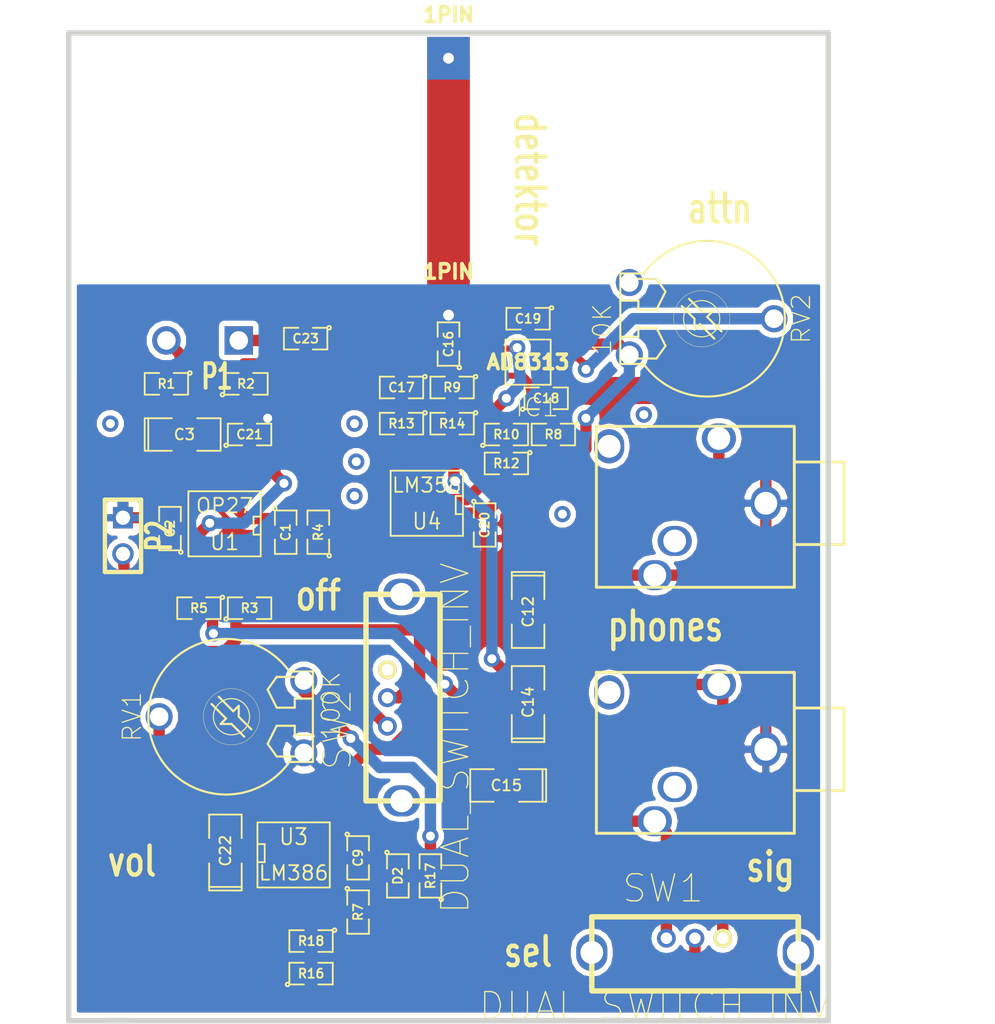
<source format=kicad_pcb>
(kicad_pcb (version 4) (host pcbnew 4.0.6)

  (general
    (links 75)
    (no_connects 8)
    (area 119.809259 19.812 194.525902 93.179901)
    (thickness 1.6)
    (drawings 18)
    (tracks 314)
    (zones 0)
    (modules 45)
    (nets 28)
  )

  (page A4)
  (title_block
    (date "23 may 2012")
  )

  (layers
    (0 F.Cu signal)
    (31 B.Cu signal)
    (32 B.Adhes user)
    (33 F.Adhes user)
    (34 B.Paste user)
    (35 F.Paste user)
    (36 B.SilkS user)
    (37 F.SilkS user)
    (38 B.Mask user)
    (39 F.Mask user)
    (40 Dwgs.User user)
    (41 Cmts.User user)
    (42 Eco1.User user)
    (43 Eco2.User user)
    (44 Edge.Cuts user)
    (45 Margin user)
    (46 B.CrtYd user)
    (47 F.CrtYd user)
    (48 B.Fab user)
    (49 F.Fab user)
  )

  (setup
    (last_trace_width 0.8001)
    (trace_clearance 0.1524)
    (zone_clearance 0.381)
    (zone_45_only no)
    (trace_min 0.2)
    (segment_width 0.381)
    (edge_width 0.381)
    (via_size 1.143)
    (via_drill 0.635)
    (via_min_size 0.4)
    (via_min_drill 0.3)
    (uvia_size 0.3)
    (uvia_drill 0.1)
    (uvias_allowed no)
    (uvia_min_size 0.2)
    (uvia_min_drill 0.1)
    (pcb_text_width 0.3048)
    (pcb_text_size 1.524 2.032)
    (mod_edge_width 0.381)
    (mod_text_size 1.524 1.524)
    (mod_text_width 0.3048)
    (pad_size 2.99974 2.99974)
    (pad_drill 0)
    (pad_to_mask_clearance 0.2)
    (aux_axis_origin 0 0)
    (visible_elements FFFFFF7F)
    (pcbplotparams
      (layerselection 0x00030_80000001)
      (usegerberextensions false)
      (excludeedgelayer true)
      (linewidth 0.100000)
      (plotframeref false)
      (viasonmask false)
      (mode 1)
      (useauxorigin false)
      (hpglpennumber 1)
      (hpglpenspeed 20)
      (hpglpendiameter 15)
      (hpglpenoverlay 2)
      (psnegative false)
      (psa4output false)
      (plotreference true)
      (plotvalue true)
      (plotinvisibletext false)
      (padsonsilk false)
      (subtractmaskfromsilk false)
      (outputformat 1)
      (mirror false)
      (drillshape 1)
      (scaleselection 1)
      (outputdirectory ""))
  )

  (net 0 "")
  (net 1 N-000022)
  (net 2 N-000010)
  (net 3 N-000003)
  (net 4 N-000001)
  (net 5 N-000016)
  (net 6 N-000021)
  (net 7 power_1)
  (net 8 N-000015)
  (net 9 N-000009)
  (net 10 GND)
  (net 11 N-000011)
  (net 12 N-000037)
  (net 13 N-000012)
  (net 14 N-000004)
  (net 15 N-000031)
  (net 16 N-000006)
  (net 17 N-000002)
  (net 18 N-000008)
  (net 19 N-000013)
  (net 20 N-000033)
  (net 21 N-000034)
  (net 22 N-000032)
  (net 23 N-000007)
  (net 24 N-000005)
  (net 25 N-000017)
  (net 26 N-000020)
  (net 27 N-000019)

  (net_class Default "This is the default net class."
    (clearance 0.1524)
    (trace_width 0.8001)
    (via_dia 1.143)
    (via_drill 0.635)
    (uvia_dia 0.3)
    (uvia_drill 0.1)
    (add_net GND)
    (add_net N-000001)
    (add_net N-000002)
    (add_net N-000003)
    (add_net N-000004)
    (add_net N-000005)
    (add_net N-000006)
    (add_net N-000007)
    (add_net N-000008)
    (add_net N-000009)
    (add_net N-000010)
    (add_net N-000011)
    (add_net N-000012)
    (add_net N-000013)
    (add_net N-000015)
    (add_net N-000016)
    (add_net N-000017)
    (add_net N-000019)
    (add_net N-000020)
    (add_net N-000021)
    (add_net N-000022)
    (add_net N-000031)
    (add_net N-000032)
    (add_net N-000033)
    (add_net N-000034)
    (add_net N-000037)
    (add_net power_1)
  )

  (module 1pin (layer F.Cu) (tedit 4FBCEA34) (tstamp 4FA41972)
    (at 151.384 41.91)
    (descr "module 1 pin (ou trou mecanique de percage)")
    (tags DEV)
    (fp_text reference 1PIN (at 0 -3.048) (layer F.SilkS)
      (effects (font (size 1.016 1.016) (thickness 0.3048)))
    )
    (fp_text value P*** (at 0 2.794) (layer F.SilkS) hide
      (effects (font (size 1.016 1.016) (thickness 0.3048)))
    )
    (pad 1 thru_hole rect (at 0 0) (size 2.99974 2.99974) (drill 0.762) (layers F.Cu F.Mask))
  )

  (module 1pin (layer F.Cu) (tedit 4FBCEA0A) (tstamp 4FA41901)
    (at 151.384 23.876)
    (descr "module 1 pin (ou trou mecanique de percage)")
    (tags DEV)
    (fp_text reference 1PIN (at 0 -3.048) (layer F.SilkS)
      (effects (font (size 1.016 1.016) (thickness 0.3048)))
    )
    (fp_text value P*** (at 0 2.794) (layer F.SilkS) hide
      (effects (font (size 1.016 1.016) (thickness 0.3048)))
    )
    (pad 1 thru_hole rect (at 0 0) (size 2.99974 2.99974) (drill 0.762) (layers F.Cu))
  )

  (module SIL-2 (layer F.Cu) (tedit 4FB150B3) (tstamp 463F4521)
    (at 135.128 43.688 180)
    (descr "Connecteurs 2 pins")
    (tags "CONN DEV")
    (fp_text reference P1 (at 0 -2.54 180) (layer F.SilkS)
      (effects (font (size 1.72974 1.08712) (thickness 0.3048)))
    )
    (fp_text value CONN_2 (at 0 -2.54 180) (layer F.SilkS) hide
      (effects (font (size 1.524 1.016) (thickness 0.3048)))
    )
    (pad 1 thru_hole rect (at -1.524 0 180) (size 1.99898 1.99898) (drill 1.30048) (layers *.Cu *.Mask)
      (net 1 N-000022))
    (pad 2 thru_hole circle (at 3.556 0 180) (size 1.99898 1.99898) (drill 1.30048) (layers *.Cu *.Mask)
      (net 2 N-000010))
  )

  (module SW3 (layer F.Cu) (tedit 4FB15314) (tstamp 4A77772F)
    (at 155.448 89.154)
    (descr "SLIDING SWITCH")
    (tags "SLIDING SWITCH")
    (attr virtual)
    (fp_text reference SW1 (at 11.00074 -7.00024) (layer F.SilkS)
      (effects (font (size 1.905 1.905) (thickness 0.0889)))
    )
    (fp_text value DUAL_SWITCH_INV (at 10.414 1.27) (layer F.SilkS)
      (effects (font (size 1.905 1.905) (thickness 0.0889)))
    )
    (fp_line (start 15.99946 -5.00126) (end 20.50034 -5.00126) (layer F.SilkS) (width 0.381))
    (fp_line (start 20.50034 -5.00126) (end 20.50034 0) (layer F.SilkS) (width 0.381))
    (fp_line (start 20.50034 0.20066) (end 15.49908 0.20066) (layer F.SilkS) (width 0.381))
    (fp_line (start 5.99948 -5.00126) (end 15.99946 -5.00126) (layer F.SilkS) (width 0.381))
    (fp_line (start 20.50034 -5.00126) (end 20.50034 0) (layer F.SilkS) (width 0.381))
    (fp_line (start 15.99946 0.20066) (end 5.99948 0.20066) (layer F.SilkS) (width 0.381))
    (fp_line (start 5.99948 0) (end 5.99948 -5.00126) (layer F.SilkS) (width 0.381))
    (pad 1 thru_hole oval (at 11.2395 -3.50012) (size 1.3208 1.3208) (drill 0.8128) (layers *.Cu *.Mask)
      (net 3 N-000003))
    (pad 2 thru_hole oval (at 13.24102 -3.50012) (size 1.3208 1.3208) (drill 0.8128) (layers *.Cu *.Mask)
      (net 4 N-000001))
    (pad 3 thru_hole oval (at 15.19936 -3.50012) (size 1.3208 1.3208) (drill 0.8128) (layers *.Cu *.Mask F.SilkS)
      (net 5 N-000016))
    (pad X thru_hole oval (at 5.99948 -2.49936) (size 2.18948 2.60096) (drill 1.6002) (layers *.Cu *.Mask))
    (pad X1 thru_hole oval (at 20.50034 -2.49936) (size 2.18948 2.60096) (drill 1.6002) (layers *.Cu *.Mask))
  )

  (module SW3 (layer F.Cu) (tedit 4FB1530D) (tstamp 4F9FF4AA)
    (at 150.59152 82.01152 90)
    (descr "SLIDING SWITCH")
    (tags "SLIDING SWITCH")
    (attr virtual)
    (fp_text reference SW2 (at 11.00074 -7.00024 90) (layer F.SilkS)
      (effects (font (size 1.905 1.905) (thickness 0.0889)))
    )
    (fp_text value DUAL_SWITCH_INV (at 10.414 1.27 90) (layer F.SilkS)
      (effects (font (size 1.905 1.905) (thickness 0.0889)))
    )
    (fp_line (start 15.99946 -5.00126) (end 20.50034 -5.00126) (layer F.SilkS) (width 0.381))
    (fp_line (start 20.50034 -5.00126) (end 20.50034 0) (layer F.SilkS) (width 0.381))
    (fp_line (start 20.50034 0.20066) (end 15.49908 0.20066) (layer F.SilkS) (width 0.381))
    (fp_line (start 5.99948 -5.00126) (end 15.99946 -5.00126) (layer F.SilkS) (width 0.381))
    (fp_line (start 20.50034 -5.00126) (end 20.50034 0) (layer F.SilkS) (width 0.381))
    (fp_line (start 15.99946 0.20066) (end 5.99948 0.20066) (layer F.SilkS) (width 0.381))
    (fp_line (start 5.99948 0) (end 5.99948 -5.00126) (layer F.SilkS) (width 0.381))
    (pad 1 thru_hole oval (at 11.2395 -3.50012 90) (size 1.3208 1.3208) (drill 0.8128) (layers *.Cu *.Mask)
      (net 6 N-000021))
    (pad 2 thru_hole oval (at 13.24102 -3.50012 90) (size 1.3208 1.3208) (drill 0.8128) (layers *.Cu *.Mask)
      (net 7 power_1))
    (pad 3 thru_hole oval (at 15.19936 -3.50012 90) (size 1.3208 1.3208) (drill 0.8128) (layers *.Cu *.Mask F.SilkS))
    (pad X thru_hole oval (at 5.99948 -2.49936 90) (size 2.18948 2.60096) (drill 1.6002) (layers *.Cu *.Mask))
    (pad X1 thru_hole oval (at 20.50034 -2.49936 90) (size 2.18948 2.60096) (drill 1.6002) (layers *.Cu *.Mask))
  )

  (module SO8N (layer F.Cu) (tedit 45127296) (tstamp 463F4251)
    (at 135.65632 56.56072 180)
    (descr "Module CMS SOJ 8 pins large")
    (tags "CMS SOJ")
    (attr smd)
    (fp_text reference U1 (at 0 -1.27 180) (layer F.SilkS)
      (effects (font (size 1.143 1.016) (thickness 0.127)))
    )
    (fp_text value OP27 (at 0 1.27 180) (layer F.SilkS)
      (effects (font (size 1.016 1.016) (thickness 0.127)))
    )
    (fp_line (start -2.54 -2.286) (end 2.54 -2.286) (layer F.SilkS) (width 0.127))
    (fp_line (start 2.54 -2.286) (end 2.54 2.286) (layer F.SilkS) (width 0.127))
    (fp_line (start 2.54 2.286) (end -2.54 2.286) (layer F.SilkS) (width 0.127))
    (fp_line (start -2.54 2.286) (end -2.54 -2.286) (layer F.SilkS) (width 0.127))
    (fp_line (start -2.54 -0.762) (end -2.032 -0.762) (layer F.SilkS) (width 0.127))
    (fp_line (start -2.032 -0.762) (end -2.032 0.508) (layer F.SilkS) (width 0.127))
    (fp_line (start -2.032 0.508) (end -2.54 0.508) (layer F.SilkS) (width 0.127))
    (pad 8 smd rect (at -1.905 -3.175 180) (size 0.508 1.143) (layers F.Cu F.Paste F.Mask))
    (pad 7 smd rect (at -0.635 -3.175 180) (size 0.508 1.143) (layers F.Cu F.Paste F.Mask)
      (net 8 N-000015))
    (pad 6 smd rect (at 0.635 -3.175 180) (size 0.508 1.143) (layers F.Cu F.Paste F.Mask)
      (net 9 N-000009))
    (pad 5 smd rect (at 1.905 -3.175 180) (size 0.508 1.143) (layers F.Cu F.Paste F.Mask))
    (pad 4 smd rect (at 1.905 3.175 180) (size 0.508 1.143) (layers F.Cu F.Paste F.Mask)
      (net 10 GND))
    (pad 3 smd rect (at 0.635 3.175 180) (size 0.508 1.143) (layers F.Cu F.Paste F.Mask)
      (net 2 N-000010))
    (pad 2 smd rect (at -0.635 3.175 180) (size 0.508 1.143) (layers F.Cu F.Paste F.Mask)
      (net 11 N-000011))
    (pad 1 smd rect (at -1.905 3.175 180) (size 0.508 1.143) (layers F.Cu F.Paste F.Mask))
    (model smd/cms_so8.wrl
      (at (xyz 0 0 0))
      (scale (xyz 0.5 0.38 0.5))
      (rotate (xyz 0 0 0))
    )
  )

  (module SO8N (layer F.Cu) (tedit 45127296) (tstamp 4A77483D)
    (at 140.50772 79.8068)
    (descr "Module CMS SOJ 8 pins large")
    (tags "CMS SOJ")
    (attr smd)
    (fp_text reference U3 (at 0 -1.27) (layer F.SilkS)
      (effects (font (size 1.143 1.016) (thickness 0.127)))
    )
    (fp_text value LM386 (at 0 1.27) (layer F.SilkS)
      (effects (font (size 1.016 1.016) (thickness 0.127)))
    )
    (fp_line (start -2.54 -2.286) (end 2.54 -2.286) (layer F.SilkS) (width 0.127))
    (fp_line (start 2.54 -2.286) (end 2.54 2.286) (layer F.SilkS) (width 0.127))
    (fp_line (start 2.54 2.286) (end -2.54 2.286) (layer F.SilkS) (width 0.127))
    (fp_line (start -2.54 2.286) (end -2.54 -2.286) (layer F.SilkS) (width 0.127))
    (fp_line (start -2.54 -0.762) (end -2.032 -0.762) (layer F.SilkS) (width 0.127))
    (fp_line (start -2.032 -0.762) (end -2.032 0.508) (layer F.SilkS) (width 0.127))
    (fp_line (start -2.032 0.508) (end -2.54 0.508) (layer F.SilkS) (width 0.127))
    (pad 8 smd rect (at -1.905 -3.175) (size 0.508 1.143) (layers F.Cu F.Paste F.Mask))
    (pad 7 smd rect (at -0.635 -3.175) (size 0.508 1.143) (layers F.Cu F.Paste F.Mask))
    (pad 6 smd rect (at 0.635 -3.175) (size 0.508 1.143) (layers F.Cu F.Paste F.Mask)
      (net 7 power_1))
    (pad 5 smd rect (at 1.905 -3.175) (size 0.508 1.143) (layers F.Cu F.Paste F.Mask)
      (net 12 N-000037))
    (pad 4 smd rect (at 1.905 3.175) (size 0.508 1.143) (layers F.Cu F.Paste F.Mask)
      (net 10 GND))
    (pad 3 smd rect (at 0.635 3.175) (size 0.508 1.143) (layers F.Cu F.Paste F.Mask)
      (net 13 N-000012))
    (pad 2 smd rect (at -0.635 3.175) (size 0.508 1.143) (layers F.Cu F.Paste F.Mask)
      (net 10 GND))
    (pad 1 smd rect (at -1.905 3.175) (size 0.508 1.143) (layers F.Cu F.Paste F.Mask))
    (model smd/cms_so8.wrl
      (at (xyz 0 0 0))
      (scale (xyz 0.5 0.38 0.5))
      (rotate (xyz 0 0 0))
    )
  )

  (module SO8N (layer F.Cu) (tedit 45127296) (tstamp 4B267AE1)
    (at 149.86 55.118 180)
    (descr "Module CMS SOJ 8 pins large")
    (tags "CMS SOJ")
    (attr smd)
    (fp_text reference U4 (at 0 -1.27 180) (layer F.SilkS)
      (effects (font (size 1.143 1.016) (thickness 0.127)))
    )
    (fp_text value LM358 (at 0 1.27 180) (layer F.SilkS)
      (effects (font (size 1.016 1.016) (thickness 0.127)))
    )
    (fp_line (start -2.54 -2.286) (end 2.54 -2.286) (layer F.SilkS) (width 0.127))
    (fp_line (start 2.54 -2.286) (end 2.54 2.286) (layer F.SilkS) (width 0.127))
    (fp_line (start 2.54 2.286) (end -2.54 2.286) (layer F.SilkS) (width 0.127))
    (fp_line (start -2.54 2.286) (end -2.54 -2.286) (layer F.SilkS) (width 0.127))
    (fp_line (start -2.54 -0.762) (end -2.032 -0.762) (layer F.SilkS) (width 0.127))
    (fp_line (start -2.032 -0.762) (end -2.032 0.508) (layer F.SilkS) (width 0.127))
    (fp_line (start -2.032 0.508) (end -2.54 0.508) (layer F.SilkS) (width 0.127))
    (pad 8 smd rect (at -1.905 -3.175 180) (size 0.508 1.143) (layers F.Cu F.Paste F.Mask)
      (net 7 power_1))
    (pad 7 smd rect (at -0.635 -3.175 180) (size 0.508 1.143) (layers F.Cu F.Paste F.Mask))
    (pad 6 smd rect (at 0.635 -3.175 180) (size 0.508 1.143) (layers F.Cu F.Paste F.Mask))
    (pad 5 smd rect (at 1.905 -3.175 180) (size 0.508 1.143) (layers F.Cu F.Paste F.Mask))
    (pad 4 smd rect (at 1.905 3.175 180) (size 0.508 1.143) (layers F.Cu F.Paste F.Mask)
      (net 10 GND))
    (pad 3 smd rect (at 0.635 3.175 180) (size 0.508 1.143) (layers F.Cu F.Paste F.Mask)
      (net 14 N-000004))
    (pad 2 smd rect (at -0.635 3.175 180) (size 0.508 1.143) (layers F.Cu F.Paste F.Mask)
      (net 15 N-000031))
    (pad 1 smd rect (at -1.905 3.175 180) (size 0.508 1.143) (layers F.Cu F.Paste F.Mask)
      (net 16 N-000006))
    (model smd/cms_so8.wrl
      (at (xyz 0 0 0))
      (scale (xyz 0.5 0.38 0.5))
      (rotate (xyz 0 0 0))
    )
  )

  (module SM1206POL (layer F.Cu) (tedit 42806E4C) (tstamp 463F4336)
    (at 132.842 50.292)
    (attr smd)
    (fp_text reference C3 (at 0 0) (layer F.SilkS)
      (effects (font (size 0.762 0.762) (thickness 0.127)))
    )
    (fp_text value 1u (at 0 0) (layer F.SilkS) hide
      (effects (font (size 0.762 0.762) (thickness 0.127)))
    )
    (fp_line (start -2.54 -1.143) (end -2.794 -1.143) (layer F.SilkS) (width 0.127))
    (fp_line (start -2.794 -1.143) (end -2.794 1.143) (layer F.SilkS) (width 0.127))
    (fp_line (start -2.794 1.143) (end -2.54 1.143) (layer F.SilkS) (width 0.127))
    (fp_line (start -2.54 -1.143) (end -2.54 1.143) (layer F.SilkS) (width 0.127))
    (fp_line (start -2.54 1.143) (end -0.889 1.143) (layer F.SilkS) (width 0.127))
    (fp_line (start 0.889 -1.143) (end 2.54 -1.143) (layer F.SilkS) (width 0.127))
    (fp_line (start 2.54 -1.143) (end 2.54 1.143) (layer F.SilkS) (width 0.127))
    (fp_line (start 2.54 1.143) (end 0.889 1.143) (layer F.SilkS) (width 0.127))
    (fp_line (start -0.889 -1.143) (end -2.54 -1.143) (layer F.SilkS) (width 0.127))
    (pad 1 smd rect (at -1.651 0) (size 1.524 2.032) (layers F.Cu F.Paste F.Mask)
      (net 10 GND))
    (pad 2 smd rect (at 1.651 0) (size 1.524 2.032) (layers F.Cu F.Paste F.Mask)
      (net 7 power_1))
    (model smd/chip_cms_pol.wrl
      (at (xyz 0 0 0))
      (scale (xyz 0.17 0.16 0.16))
      (rotate (xyz 0 0 0))
    )
  )

  (module SM1206POL (layer F.Cu) (tedit 42806E4C) (tstamp 4A774A95)
    (at 156.972 62.738 270)
    (attr smd)
    (fp_text reference C12 (at 0 0 270) (layer F.SilkS)
      (effects (font (size 0.762 0.762) (thickness 0.127)))
    )
    (fp_text value 100u (at 0 0 270) (layer F.SilkS) hide
      (effects (font (size 0.762 0.762) (thickness 0.127)))
    )
    (fp_line (start -2.54 -1.143) (end -2.794 -1.143) (layer F.SilkS) (width 0.127))
    (fp_line (start -2.794 -1.143) (end -2.794 1.143) (layer F.SilkS) (width 0.127))
    (fp_line (start -2.794 1.143) (end -2.54 1.143) (layer F.SilkS) (width 0.127))
    (fp_line (start -2.54 -1.143) (end -2.54 1.143) (layer F.SilkS) (width 0.127))
    (fp_line (start -2.54 1.143) (end -0.889 1.143) (layer F.SilkS) (width 0.127))
    (fp_line (start 0.889 -1.143) (end 2.54 -1.143) (layer F.SilkS) (width 0.127))
    (fp_line (start 2.54 -1.143) (end 2.54 1.143) (layer F.SilkS) (width 0.127))
    (fp_line (start 2.54 1.143) (end 0.889 1.143) (layer F.SilkS) (width 0.127))
    (fp_line (start -0.889 -1.143) (end -2.54 -1.143) (layer F.SilkS) (width 0.127))
    (pad 1 smd rect (at -1.651 0 270) (size 1.524 2.032) (layers F.Cu F.Paste F.Mask)
      (net 17 N-000002))
    (pad 2 smd rect (at 1.651 0 270) (size 1.524 2.032) (layers F.Cu F.Paste F.Mask)
      (net 12 N-000037))
    (model smd/chip_cms_pol.wrl
      (at (xyz 0 0 0))
      (scale (xyz 0.17 0.16 0.16))
      (rotate (xyz 0 0 0))
    )
  )

  (module SM1206POL (layer F.Cu) (tedit 42806E4C) (tstamp 4A7754A4)
    (at 156.972 69.088 90)
    (attr smd)
    (fp_text reference C14 (at 0 0 90) (layer F.SilkS)
      (effects (font (size 0.762 0.762) (thickness 0.127)))
    )
    (fp_text value 1u (at 0 0 90) (layer F.SilkS) hide
      (effects (font (size 0.762 0.762) (thickness 0.127)))
    )
    (fp_line (start -2.54 -1.143) (end -2.794 -1.143) (layer F.SilkS) (width 0.127))
    (fp_line (start -2.794 -1.143) (end -2.794 1.143) (layer F.SilkS) (width 0.127))
    (fp_line (start -2.794 1.143) (end -2.54 1.143) (layer F.SilkS) (width 0.127))
    (fp_line (start -2.54 -1.143) (end -2.54 1.143) (layer F.SilkS) (width 0.127))
    (fp_line (start -2.54 1.143) (end -0.889 1.143) (layer F.SilkS) (width 0.127))
    (fp_line (start 0.889 -1.143) (end 2.54 -1.143) (layer F.SilkS) (width 0.127))
    (fp_line (start 2.54 -1.143) (end 2.54 1.143) (layer F.SilkS) (width 0.127))
    (fp_line (start 2.54 1.143) (end 0.889 1.143) (layer F.SilkS) (width 0.127))
    (fp_line (start -0.889 -1.143) (end -2.54 -1.143) (layer F.SilkS) (width 0.127))
    (pad 1 smd rect (at -1.651 0 90) (size 1.524 2.032) (layers F.Cu F.Paste F.Mask)
      (net 5 N-000016))
    (pad 2 smd rect (at 1.651 0 90) (size 1.524 2.032) (layers F.Cu F.Paste F.Mask)
      (net 16 N-000006))
    (model smd/chip_cms_pol.wrl
      (at (xyz 0 0 0))
      (scale (xyz 0.17 0.16 0.16))
      (rotate (xyz 0 0 0))
    )
  )

  (module SM1206POL (layer F.Cu) (tedit 42806E4C) (tstamp 4A775474)
    (at 155.448 74.93 180)
    (attr smd)
    (fp_text reference C15 (at 0 0 180) (layer F.SilkS)
      (effects (font (size 0.762 0.762) (thickness 0.127)))
    )
    (fp_text value 1u (at 0 0 180) (layer F.SilkS) hide
      (effects (font (size 0.762 0.762) (thickness 0.127)))
    )
    (fp_line (start -2.54 -1.143) (end -2.794 -1.143) (layer F.SilkS) (width 0.127))
    (fp_line (start -2.794 -1.143) (end -2.794 1.143) (layer F.SilkS) (width 0.127))
    (fp_line (start -2.794 1.143) (end -2.54 1.143) (layer F.SilkS) (width 0.127))
    (fp_line (start -2.54 -1.143) (end -2.54 1.143) (layer F.SilkS) (width 0.127))
    (fp_line (start -2.54 1.143) (end -0.889 1.143) (layer F.SilkS) (width 0.127))
    (fp_line (start 0.889 -1.143) (end 2.54 -1.143) (layer F.SilkS) (width 0.127))
    (fp_line (start 2.54 -1.143) (end 2.54 1.143) (layer F.SilkS) (width 0.127))
    (fp_line (start 2.54 1.143) (end 0.889 1.143) (layer F.SilkS) (width 0.127))
    (fp_line (start -0.889 -1.143) (end -2.54 -1.143) (layer F.SilkS) (width 0.127))
    (pad 1 smd rect (at -1.651 0 180) (size 1.524 2.032) (layers F.Cu F.Paste F.Mask)
      (net 3 N-000003))
    (pad 2 smd rect (at 1.651 0 180) (size 1.524 2.032) (layers F.Cu F.Paste F.Mask)
      (net 18 N-000008))
    (model smd/chip_cms_pol.wrl
      (at (xyz 0 0 0))
      (scale (xyz 0.17 0.16 0.16))
      (rotate (xyz 0 0 0))
    )
  )

  (module SM1206POL (layer F.Cu) (tedit 42806E4C) (tstamp 4F9FF2C6)
    (at 135.71728 79.51216 90)
    (attr smd)
    (fp_text reference C22 (at 0 0 90) (layer F.SilkS)
      (effects (font (size 0.762 0.762) (thickness 0.127)))
    )
    (fp_text value 1u (at 0 0 90) (layer F.SilkS) hide
      (effects (font (size 0.762 0.762) (thickness 0.127)))
    )
    (fp_line (start -2.54 -1.143) (end -2.794 -1.143) (layer F.SilkS) (width 0.127))
    (fp_line (start -2.794 -1.143) (end -2.794 1.143) (layer F.SilkS) (width 0.127))
    (fp_line (start -2.794 1.143) (end -2.54 1.143) (layer F.SilkS) (width 0.127))
    (fp_line (start -2.54 -1.143) (end -2.54 1.143) (layer F.SilkS) (width 0.127))
    (fp_line (start -2.54 1.143) (end -0.889 1.143) (layer F.SilkS) (width 0.127))
    (fp_line (start 0.889 -1.143) (end 2.54 -1.143) (layer F.SilkS) (width 0.127))
    (fp_line (start 2.54 -1.143) (end 2.54 1.143) (layer F.SilkS) (width 0.127))
    (fp_line (start 2.54 1.143) (end 0.889 1.143) (layer F.SilkS) (width 0.127))
    (fp_line (start -0.889 -1.143) (end -2.54 -1.143) (layer F.SilkS) (width 0.127))
    (pad 1 smd rect (at -1.651 0 90) (size 1.524 2.032) (layers F.Cu F.Paste F.Mask)
      (net 10 GND))
    (pad 2 smd rect (at 1.651 0 90) (size 1.524 2.032) (layers F.Cu F.Paste F.Mask)
      (net 7 power_1))
    (model smd/chip_cms_pol.wrl
      (at (xyz 0 0 0))
      (scale (xyz 0.17 0.16 0.16))
      (rotate (xyz 0 0 0))
    )
  )

  (module SM0805 (layer F.Cu) (tedit 42806E04) (tstamp 463F4286)
    (at 139.954 57.15 270)
    (attr smd)
    (fp_text reference C1 (at 0 0 270) (layer F.SilkS)
      (effects (font (size 0.635 0.635) (thickness 0.127)))
    )
    (fp_text value 1n (at 0 0 270) (layer F.SilkS) hide
      (effects (font (size 0.635 0.635) (thickness 0.127)))
    )
    (fp_circle (center -1.651 0.762) (end -1.651 0.635) (layer F.SilkS) (width 0.127))
    (fp_line (start -0.508 0.762) (end -1.524 0.762) (layer F.SilkS) (width 0.127))
    (fp_line (start -1.524 0.762) (end -1.524 -0.762) (layer F.SilkS) (width 0.127))
    (fp_line (start -1.524 -0.762) (end -0.508 -0.762) (layer F.SilkS) (width 0.127))
    (fp_line (start 0.508 -0.762) (end 1.524 -0.762) (layer F.SilkS) (width 0.127))
    (fp_line (start 1.524 -0.762) (end 1.524 0.762) (layer F.SilkS) (width 0.127))
    (fp_line (start 1.524 0.762) (end 0.508 0.762) (layer F.SilkS) (width 0.127))
    (pad 1 smd rect (at -0.9525 0 270) (size 0.889 1.397) (layers F.Cu F.Paste F.Mask)
      (net 11 N-000011))
    (pad 2 smd rect (at 0.9525 0 270) (size 0.889 1.397) (layers F.Cu F.Paste F.Mask)
      (net 9 N-000009))
    (model smd/chip_cms.wrl
      (at (xyz 0 0 0))
      (scale (xyz 0.1 0.1 0.1))
      (rotate (xyz 0 0 0))
    )
  )

  (module SM0805 (layer F.Cu) (tedit 42806E04) (tstamp 463F429C)
    (at 131.826 56.896 90)
    (attr smd)
    (fp_text reference C2 (at 0 0 90) (layer F.SilkS)
      (effects (font (size 0.635 0.635) (thickness 0.127)))
    )
    (fp_text value 100n (at 0 0 90) (layer F.SilkS) hide
      (effects (font (size 0.635 0.635) (thickness 0.127)))
    )
    (fp_circle (center -1.651 0.762) (end -1.651 0.635) (layer F.SilkS) (width 0.127))
    (fp_line (start -0.508 0.762) (end -1.524 0.762) (layer F.SilkS) (width 0.127))
    (fp_line (start -1.524 0.762) (end -1.524 -0.762) (layer F.SilkS) (width 0.127))
    (fp_line (start -1.524 -0.762) (end -0.508 -0.762) (layer F.SilkS) (width 0.127))
    (fp_line (start 0.508 -0.762) (end 1.524 -0.762) (layer F.SilkS) (width 0.127))
    (fp_line (start 1.524 -0.762) (end 1.524 0.762) (layer F.SilkS) (width 0.127))
    (fp_line (start 1.524 0.762) (end 0.508 0.762) (layer F.SilkS) (width 0.127))
    (pad 1 smd rect (at -0.9525 0 90) (size 0.889 1.397) (layers F.Cu F.Paste F.Mask)
      (net 7 power_1))
    (pad 2 smd rect (at 0.9525 0 90) (size 0.889 1.397) (layers F.Cu F.Paste F.Mask)
      (net 10 GND))
    (model smd/chip_cms.wrl
      (at (xyz 0 0 0))
      (scale (xyz 0.1 0.1 0.1))
      (rotate (xyz 0 0 0))
    )
  )

  (module SM0805 (layer F.Cu) (tedit 42806E04) (tstamp 4A774A52)
    (at 145.034 80.01 270)
    (attr smd)
    (fp_text reference C9 (at 0 0 270) (layer F.SilkS)
      (effects (font (size 0.635 0.635) (thickness 0.127)))
    )
    (fp_text value 47n (at 0 0 270) (layer F.SilkS) hide
      (effects (font (size 0.635 0.635) (thickness 0.127)))
    )
    (fp_circle (center -1.651 0.762) (end -1.651 0.635) (layer F.SilkS) (width 0.127))
    (fp_line (start -0.508 0.762) (end -1.524 0.762) (layer F.SilkS) (width 0.127))
    (fp_line (start -1.524 0.762) (end -1.524 -0.762) (layer F.SilkS) (width 0.127))
    (fp_line (start -1.524 -0.762) (end -0.508 -0.762) (layer F.SilkS) (width 0.127))
    (fp_line (start 0.508 -0.762) (end 1.524 -0.762) (layer F.SilkS) (width 0.127))
    (fp_line (start 1.524 -0.762) (end 1.524 0.762) (layer F.SilkS) (width 0.127))
    (fp_line (start 1.524 0.762) (end 0.508 0.762) (layer F.SilkS) (width 0.127))
    (pad 1 smd rect (at -0.9525 0 270) (size 0.889 1.397) (layers F.Cu F.Paste F.Mask)
      (net 12 N-000037))
    (pad 2 smd rect (at 0.9525 0 270) (size 0.889 1.397) (layers F.Cu F.Paste F.Mask)
      (net 19 N-000013))
    (model smd/chip_cms.wrl
      (at (xyz 0 0 0))
      (scale (xyz 0.1 0.1 0.1))
      (rotate (xyz 0 0 0))
    )
  )

  (module SM0805 (layer F.Cu) (tedit 42806E04) (tstamp 4B267AE5)
    (at 151.384 43.942 90)
    (attr smd)
    (fp_text reference C16 (at 0 0 90) (layer F.SilkS)
      (effects (font (size 0.635 0.635) (thickness 0.127)))
    )
    (fp_text value 680Pf (at 0 0 90) (layer F.SilkS) hide
      (effects (font (size 0.635 0.635) (thickness 0.127)))
    )
    (fp_circle (center -1.651 0.762) (end -1.651 0.635) (layer F.SilkS) (width 0.127))
    (fp_line (start -0.508 0.762) (end -1.524 0.762) (layer F.SilkS) (width 0.127))
    (fp_line (start -1.524 0.762) (end -1.524 -0.762) (layer F.SilkS) (width 0.127))
    (fp_line (start -1.524 -0.762) (end -0.508 -0.762) (layer F.SilkS) (width 0.127))
    (fp_line (start 0.508 -0.762) (end 1.524 -0.762) (layer F.SilkS) (width 0.127))
    (fp_line (start 1.524 -0.762) (end 1.524 0.762) (layer F.SilkS) (width 0.127))
    (fp_line (start 1.524 0.762) (end 0.508 0.762) (layer F.SilkS) (width 0.127))
    (pad 1 smd rect (at -0.9525 0 90) (size 0.889 1.397) (layers F.Cu F.Paste F.Mask)
      (net 20 N-000033))
    (pad 2 smd rect (at 0.9525 0 90) (size 0.889 1.397) (layers F.Cu F.Paste F.Mask))
    (model smd/chip_cms.wrl
      (at (xyz 0 0 0))
      (scale (xyz 0.1 0.1 0.1))
      (rotate (xyz 0 0 0))
    )
  )

  (module SM0805 (layer F.Cu) (tedit 42806E04) (tstamp 4B267AEB)
    (at 148.082 46.99 180)
    (attr smd)
    (fp_text reference C17 (at 0 0 180) (layer F.SilkS)
      (effects (font (size 0.635 0.635) (thickness 0.127)))
    )
    (fp_text value 680Pf (at 0 0 180) (layer F.SilkS) hide
      (effects (font (size 0.635 0.635) (thickness 0.127)))
    )
    (fp_circle (center -1.651 0.762) (end -1.651 0.635) (layer F.SilkS) (width 0.127))
    (fp_line (start -0.508 0.762) (end -1.524 0.762) (layer F.SilkS) (width 0.127))
    (fp_line (start -1.524 0.762) (end -1.524 -0.762) (layer F.SilkS) (width 0.127))
    (fp_line (start -1.524 -0.762) (end -0.508 -0.762) (layer F.SilkS) (width 0.127))
    (fp_line (start 0.508 -0.762) (end 1.524 -0.762) (layer F.SilkS) (width 0.127))
    (fp_line (start 1.524 -0.762) (end 1.524 0.762) (layer F.SilkS) (width 0.127))
    (fp_line (start 1.524 0.762) (end 0.508 0.762) (layer F.SilkS) (width 0.127))
    (pad 1 smd rect (at -0.9525 0 180) (size 0.889 1.397) (layers F.Cu F.Paste F.Mask)
      (net 21 N-000034))
    (pad 2 smd rect (at 0.9525 0 180) (size 0.889 1.397) (layers F.Cu F.Paste F.Mask)
      (net 10 GND))
    (model smd/chip_cms.wrl
      (at (xyz 0 0 0))
      (scale (xyz 0.1 0.1 0.1))
      (rotate (xyz 0 0 0))
    )
  )

  (module SM0805 (layer F.Cu) (tedit 42806E04) (tstamp 4B267AE7)
    (at 158.242 47.752)
    (attr smd)
    (fp_text reference C18 (at 0 0) (layer F.SilkS)
      (effects (font (size 0.635 0.635) (thickness 0.127)))
    )
    (fp_text value 100nF (at 0 0) (layer F.SilkS) hide
      (effects (font (size 0.635 0.635) (thickness 0.127)))
    )
    (fp_circle (center -1.651 0.762) (end -1.651 0.635) (layer F.SilkS) (width 0.127))
    (fp_line (start -0.508 0.762) (end -1.524 0.762) (layer F.SilkS) (width 0.127))
    (fp_line (start -1.524 0.762) (end -1.524 -0.762) (layer F.SilkS) (width 0.127))
    (fp_line (start -1.524 -0.762) (end -0.508 -0.762) (layer F.SilkS) (width 0.127))
    (fp_line (start 0.508 -0.762) (end 1.524 -0.762) (layer F.SilkS) (width 0.127))
    (fp_line (start 1.524 -0.762) (end 1.524 0.762) (layer F.SilkS) (width 0.127))
    (fp_line (start 1.524 0.762) (end 0.508 0.762) (layer F.SilkS) (width 0.127))
    (pad 1 smd rect (at -0.9525 0) (size 0.889 1.397) (layers F.Cu F.Paste F.Mask)
      (net 22 N-000032))
    (pad 2 smd rect (at 0.9525 0) (size 0.889 1.397) (layers F.Cu F.Paste F.Mask)
      (net 10 GND))
    (model smd/chip_cms.wrl
      (at (xyz 0 0 0))
      (scale (xyz 0.1 0.1 0.1))
      (rotate (xyz 0 0 0))
    )
  )

  (module SM0805 (layer F.Cu) (tedit 42806E04) (tstamp 4B267AE6)
    (at 156.972 42.164 180)
    (attr smd)
    (fp_text reference C19 (at 0 0 180) (layer F.SilkS)
      (effects (font (size 0.635 0.635) (thickness 0.127)))
    )
    (fp_text value 100nF (at 0 0 180) (layer F.SilkS) hide
      (effects (font (size 0.635 0.635) (thickness 0.127)))
    )
    (fp_circle (center -1.651 0.762) (end -1.651 0.635) (layer F.SilkS) (width 0.127))
    (fp_line (start -0.508 0.762) (end -1.524 0.762) (layer F.SilkS) (width 0.127))
    (fp_line (start -1.524 0.762) (end -1.524 -0.762) (layer F.SilkS) (width 0.127))
    (fp_line (start -1.524 -0.762) (end -0.508 -0.762) (layer F.SilkS) (width 0.127))
    (fp_line (start 0.508 -0.762) (end 1.524 -0.762) (layer F.SilkS) (width 0.127))
    (fp_line (start 1.524 -0.762) (end 1.524 0.762) (layer F.SilkS) (width 0.127))
    (fp_line (start 1.524 0.762) (end 0.508 0.762) (layer F.SilkS) (width 0.127))
    (pad 1 smd rect (at -0.9525 0 180) (size 0.889 1.397) (layers F.Cu F.Paste F.Mask)
      (net 10 GND))
    (pad 2 smd rect (at 0.9525 0 180) (size 0.889 1.397) (layers F.Cu F.Paste F.Mask)
      (net 23 N-000007))
    (model smd/chip_cms.wrl
      (at (xyz 0 0 0))
      (scale (xyz 0.1 0.1 0.1))
      (rotate (xyz 0 0 0))
    )
  )

  (module SM0805 (layer F.Cu) (tedit 42806E04) (tstamp 4B267AE4)
    (at 153.924 56.642 270)
    (attr smd)
    (fp_text reference C20 (at 0 0 270) (layer F.SilkS)
      (effects (font (size 0.635 0.635) (thickness 0.127)))
    )
    (fp_text value 100nF (at 0 0 270) (layer F.SilkS) hide
      (effects (font (size 0.635 0.635) (thickness 0.127)))
    )
    (fp_circle (center -1.651 0.762) (end -1.651 0.635) (layer F.SilkS) (width 0.127))
    (fp_line (start -0.508 0.762) (end -1.524 0.762) (layer F.SilkS) (width 0.127))
    (fp_line (start -1.524 0.762) (end -1.524 -0.762) (layer F.SilkS) (width 0.127))
    (fp_line (start -1.524 -0.762) (end -0.508 -0.762) (layer F.SilkS) (width 0.127))
    (fp_line (start 0.508 -0.762) (end 1.524 -0.762) (layer F.SilkS) (width 0.127))
    (fp_line (start 1.524 -0.762) (end 1.524 0.762) (layer F.SilkS) (width 0.127))
    (fp_line (start 1.524 0.762) (end 0.508 0.762) (layer F.SilkS) (width 0.127))
    (pad 1 smd rect (at -0.9525 0 270) (size 0.889 1.397) (layers F.Cu F.Paste F.Mask)
      (net 7 power_1))
    (pad 2 smd rect (at 0.9525 0 270) (size 0.889 1.397) (layers F.Cu F.Paste F.Mask)
      (net 10 GND))
    (model smd/chip_cms.wrl
      (at (xyz 0 0 0))
      (scale (xyz 0.1 0.1 0.1))
      (rotate (xyz 0 0 0))
    )
  )

  (module SM0805 (layer F.Cu) (tedit 42806E04) (tstamp 4B26B75F)
    (at 137.414 50.292)
    (attr smd)
    (fp_text reference C21 (at 0 0) (layer F.SilkS)
      (effects (font (size 0.635 0.635) (thickness 0.127)))
    )
    (fp_text value 100N (at 0 0) (layer F.SilkS) hide
      (effects (font (size 0.635 0.635) (thickness 0.127)))
    )
    (fp_circle (center -1.651 0.762) (end -1.651 0.635) (layer F.SilkS) (width 0.127))
    (fp_line (start -0.508 0.762) (end -1.524 0.762) (layer F.SilkS) (width 0.127))
    (fp_line (start -1.524 0.762) (end -1.524 -0.762) (layer F.SilkS) (width 0.127))
    (fp_line (start -1.524 -0.762) (end -0.508 -0.762) (layer F.SilkS) (width 0.127))
    (fp_line (start 0.508 -0.762) (end 1.524 -0.762) (layer F.SilkS) (width 0.127))
    (fp_line (start 1.524 -0.762) (end 1.524 0.762) (layer F.SilkS) (width 0.127))
    (fp_line (start 1.524 0.762) (end 0.508 0.762) (layer F.SilkS) (width 0.127))
    (pad 1 smd rect (at -0.9525 0) (size 0.889 1.397) (layers F.Cu F.Paste F.Mask)
      (net 7 power_1))
    (pad 2 smd rect (at 0.9525 0) (size 0.889 1.397) (layers F.Cu F.Paste F.Mask)
      (net 10 GND))
    (model smd/chip_cms.wrl
      (at (xyz 0 0 0))
      (scale (xyz 0.1 0.1 0.1))
      (rotate (xyz 0 0 0))
    )
  )

  (module SM0805 (layer F.Cu) (tedit 42806E04) (tstamp 4B26E588)
    (at 147.828 81.28 270)
    (attr smd)
    (fp_text reference D2 (at 0 0 270) (layer F.SilkS)
      (effects (font (size 0.635 0.635) (thickness 0.127)))
    )
    (fp_text value LED (at 0 0 270) (layer F.SilkS) hide
      (effects (font (size 0.635 0.635) (thickness 0.127)))
    )
    (fp_circle (center -1.651 0.762) (end -1.651 0.635) (layer F.SilkS) (width 0.127))
    (fp_line (start -0.508 0.762) (end -1.524 0.762) (layer F.SilkS) (width 0.127))
    (fp_line (start -1.524 0.762) (end -1.524 -0.762) (layer F.SilkS) (width 0.127))
    (fp_line (start -1.524 -0.762) (end -0.508 -0.762) (layer F.SilkS) (width 0.127))
    (fp_line (start 0.508 -0.762) (end 1.524 -0.762) (layer F.SilkS) (width 0.127))
    (fp_line (start 1.524 -0.762) (end 1.524 0.762) (layer F.SilkS) (width 0.127))
    (fp_line (start 1.524 0.762) (end 0.508 0.762) (layer F.SilkS) (width 0.127))
    (pad 1 smd rect (at -0.9525 0 270) (size 0.889 1.397) (layers F.Cu F.Paste F.Mask)
      (net 7 power_1))
    (pad 2 smd rect (at 0.9525 0 270) (size 0.889 1.397) (layers F.Cu F.Paste F.Mask)
      (net 24 N-000005))
    (model smd/chip_cms.wrl
      (at (xyz 0 0 0))
      (scale (xyz 0.1 0.1 0.1))
      (rotate (xyz 0 0 0))
    )
  )

  (module SM0805 (layer F.Cu) (tedit 42806E04) (tstamp 463F4266)
    (at 131.572 46.736 180)
    (attr smd)
    (fp_text reference R1 (at 0 0 180) (layer F.SilkS)
      (effects (font (size 0.635 0.635) (thickness 0.127)))
    )
    (fp_text value 10k (at 0 0 180) (layer F.SilkS) hide
      (effects (font (size 0.635 0.635) (thickness 0.127)))
    )
    (fp_circle (center -1.651 0.762) (end -1.651 0.635) (layer F.SilkS) (width 0.127))
    (fp_line (start -0.508 0.762) (end -1.524 0.762) (layer F.SilkS) (width 0.127))
    (fp_line (start -1.524 0.762) (end -1.524 -0.762) (layer F.SilkS) (width 0.127))
    (fp_line (start -1.524 -0.762) (end -0.508 -0.762) (layer F.SilkS) (width 0.127))
    (fp_line (start 0.508 -0.762) (end 1.524 -0.762) (layer F.SilkS) (width 0.127))
    (fp_line (start 1.524 -0.762) (end 1.524 0.762) (layer F.SilkS) (width 0.127))
    (fp_line (start 1.524 0.762) (end 0.508 0.762) (layer F.SilkS) (width 0.127))
    (pad 1 smd rect (at -0.9525 0 180) (size 0.889 1.397) (layers F.Cu F.Paste F.Mask)
      (net 2 N-000010))
    (pad 2 smd rect (at 0.9525 0 180) (size 0.889 1.397) (layers F.Cu F.Paste F.Mask)
      (net 10 GND))
    (model smd/chip_cms.wrl
      (at (xyz 0 0 0))
      (scale (xyz 0.1 0.1 0.1))
      (rotate (xyz 0 0 0))
    )
  )

  (module SM0805 (layer F.Cu) (tedit 42806E04) (tstamp 463F426D)
    (at 137.16 46.736)
    (attr smd)
    (fp_text reference R2 (at 0 0) (layer F.SilkS)
      (effects (font (size 0.635 0.635) (thickness 0.127)))
    )
    (fp_text value 10k (at 0 0) (layer F.SilkS) hide
      (effects (font (size 0.635 0.635) (thickness 0.127)))
    )
    (fp_circle (center -1.651 0.762) (end -1.651 0.635) (layer F.SilkS) (width 0.127))
    (fp_line (start -0.508 0.762) (end -1.524 0.762) (layer F.SilkS) (width 0.127))
    (fp_line (start -1.524 0.762) (end -1.524 -0.762) (layer F.SilkS) (width 0.127))
    (fp_line (start -1.524 -0.762) (end -0.508 -0.762) (layer F.SilkS) (width 0.127))
    (fp_line (start 0.508 -0.762) (end 1.524 -0.762) (layer F.SilkS) (width 0.127))
    (fp_line (start 1.524 -0.762) (end 1.524 0.762) (layer F.SilkS) (width 0.127))
    (fp_line (start 1.524 0.762) (end 0.508 0.762) (layer F.SilkS) (width 0.127))
    (pad 1 smd rect (at -0.9525 0) (size 0.889 1.397) (layers F.Cu F.Paste F.Mask)
      (net 7 power_1))
    (pad 2 smd rect (at 0.9525 0) (size 0.889 1.397) (layers F.Cu F.Paste F.Mask)
      (net 2 N-000010))
    (model smd/chip_cms.wrl
      (at (xyz 0 0 0))
      (scale (xyz 0.1 0.1 0.1))
      (rotate (xyz 0 0 0))
    )
  )

  (module SM0805 (layer F.Cu) (tedit 42806E04) (tstamp 4B293B86)
    (at 137.414 62.484)
    (attr smd)
    (fp_text reference R3 (at 0 0) (layer F.SilkS)
      (effects (font (size 0.635 0.635) (thickness 0.127)))
    )
    (fp_text value 100R (at 0 0) (layer F.SilkS) hide
      (effects (font (size 0.635 0.635) (thickness 0.127)))
    )
    (fp_circle (center -1.651 0.762) (end -1.651 0.635) (layer F.SilkS) (width 0.127))
    (fp_line (start -0.508 0.762) (end -1.524 0.762) (layer F.SilkS) (width 0.127))
    (fp_line (start -1.524 0.762) (end -1.524 -0.762) (layer F.SilkS) (width 0.127))
    (fp_line (start -1.524 -0.762) (end -0.508 -0.762) (layer F.SilkS) (width 0.127))
    (fp_line (start 0.508 -0.762) (end 1.524 -0.762) (layer F.SilkS) (width 0.127))
    (fp_line (start 1.524 -0.762) (end 1.524 0.762) (layer F.SilkS) (width 0.127))
    (fp_line (start 1.524 0.762) (end 0.508 0.762) (layer F.SilkS) (width 0.127))
    (pad 1 smd rect (at -0.9525 0) (size 0.889 1.397) (layers F.Cu F.Paste F.Mask)
      (net 7 power_1))
    (pad 2 smd rect (at 0.9525 0) (size 0.889 1.397) (layers F.Cu F.Paste F.Mask)
      (net 8 N-000015))
    (model smd/chip_cms.wrl
      (at (xyz 0 0 0))
      (scale (xyz 0.1 0.1 0.1))
      (rotate (xyz 0 0 0))
    )
  )

  (module SM0805 (layer F.Cu) (tedit 42806E04) (tstamp 463F4279)
    (at 142.24 57.15 90)
    (attr smd)
    (fp_text reference R4 (at 0 0 90) (layer F.SilkS)
      (effects (font (size 0.635 0.635) (thickness 0.127)))
    )
    (fp_text value 100K (at 0 0 90) (layer F.SilkS) hide
      (effects (font (size 0.635 0.635) (thickness 0.127)))
    )
    (fp_circle (center -1.651 0.762) (end -1.651 0.635) (layer F.SilkS) (width 0.127))
    (fp_line (start -0.508 0.762) (end -1.524 0.762) (layer F.SilkS) (width 0.127))
    (fp_line (start -1.524 0.762) (end -1.524 -0.762) (layer F.SilkS) (width 0.127))
    (fp_line (start -1.524 -0.762) (end -0.508 -0.762) (layer F.SilkS) (width 0.127))
    (fp_line (start 0.508 -0.762) (end 1.524 -0.762) (layer F.SilkS) (width 0.127))
    (fp_line (start 1.524 -0.762) (end 1.524 0.762) (layer F.SilkS) (width 0.127))
    (fp_line (start 1.524 0.762) (end 0.508 0.762) (layer F.SilkS) (width 0.127))
    (pad 1 smd rect (at -0.9525 0 90) (size 0.889 1.397) (layers F.Cu F.Paste F.Mask)
      (net 9 N-000009))
    (pad 2 smd rect (at 0.9525 0 90) (size 0.889 1.397) (layers F.Cu F.Paste F.Mask)
      (net 11 N-000011))
    (model smd/chip_cms.wrl
      (at (xyz 0 0 0))
      (scale (xyz 0.1 0.1 0.1))
      (rotate (xyz 0 0 0))
    )
  )

  (module SM0805 (layer F.Cu) (tedit 42806E04) (tstamp 463F4296)
    (at 133.858 62.484 180)
    (attr smd)
    (fp_text reference R5 (at 0 0 180) (layer F.SilkS)
      (effects (font (size 0.635 0.635) (thickness 0.127)))
    )
    (fp_text value 1k (at 0 0 180) (layer F.SilkS) hide
      (effects (font (size 0.635 0.635) (thickness 0.127)))
    )
    (fp_circle (center -1.651 0.762) (end -1.651 0.635) (layer F.SilkS) (width 0.127))
    (fp_line (start -0.508 0.762) (end -1.524 0.762) (layer F.SilkS) (width 0.127))
    (fp_line (start -1.524 0.762) (end -1.524 -0.762) (layer F.SilkS) (width 0.127))
    (fp_line (start -1.524 -0.762) (end -0.508 -0.762) (layer F.SilkS) (width 0.127))
    (fp_line (start 0.508 -0.762) (end 1.524 -0.762) (layer F.SilkS) (width 0.127))
    (fp_line (start 1.524 -0.762) (end 1.524 0.762) (layer F.SilkS) (width 0.127))
    (fp_line (start 1.524 0.762) (end 0.508 0.762) (layer F.SilkS) (width 0.127))
    (pad 1 smd rect (at -0.9525 0 180) (size 0.889 1.397) (layers F.Cu F.Paste F.Mask)
      (net 18 N-000008))
    (pad 2 smd rect (at 0.9525 0 180) (size 0.889 1.397) (layers F.Cu F.Paste F.Mask)
      (net 9 N-000009))
    (model smd/chip_cms.wrl
      (at (xyz 0 0 0))
      (scale (xyz 0.1 0.1 0.1))
      (rotate (xyz 0 0 0))
    )
  )

  (module SM0805 (layer F.Cu) (tedit 42806E04) (tstamp 4A774A5B)
    (at 145.034 83.82 270)
    (attr smd)
    (fp_text reference R7 (at 0 0 270) (layer F.SilkS)
      (effects (font (size 0.635 0.635) (thickness 0.127)))
    )
    (fp_text value 10R (at 0 0 270) (layer F.SilkS) hide
      (effects (font (size 0.635 0.635) (thickness 0.127)))
    )
    (fp_circle (center -1.651 0.762) (end -1.651 0.635) (layer F.SilkS) (width 0.127))
    (fp_line (start -0.508 0.762) (end -1.524 0.762) (layer F.SilkS) (width 0.127))
    (fp_line (start -1.524 0.762) (end -1.524 -0.762) (layer F.SilkS) (width 0.127))
    (fp_line (start -1.524 -0.762) (end -0.508 -0.762) (layer F.SilkS) (width 0.127))
    (fp_line (start 0.508 -0.762) (end 1.524 -0.762) (layer F.SilkS) (width 0.127))
    (fp_line (start 1.524 -0.762) (end 1.524 0.762) (layer F.SilkS) (width 0.127))
    (fp_line (start 1.524 0.762) (end 0.508 0.762) (layer F.SilkS) (width 0.127))
    (pad 1 smd rect (at -0.9525 0 270) (size 0.889 1.397) (layers F.Cu F.Paste F.Mask)
      (net 19 N-000013))
    (pad 2 smd rect (at 0.9525 0 270) (size 0.889 1.397) (layers F.Cu F.Paste F.Mask)
      (net 10 GND))
    (model smd/chip_cms.wrl
      (at (xyz 0 0 0))
      (scale (xyz 0.1 0.1 0.1))
      (rotate (xyz 0 0 0))
    )
  )

  (module SM0805 (layer F.Cu) (tedit 42806E04) (tstamp 4B267AF5)
    (at 158.75 50.292 180)
    (attr smd)
    (fp_text reference R8 (at 0 0 180) (layer F.SilkS)
      (effects (font (size 0.635 0.635) (thickness 0.127)))
    )
    (fp_text value 10R (at 0 0 180) (layer F.SilkS) hide
      (effects (font (size 0.635 0.635) (thickness 0.127)))
    )
    (fp_circle (center -1.651 0.762) (end -1.651 0.635) (layer F.SilkS) (width 0.127))
    (fp_line (start -0.508 0.762) (end -1.524 0.762) (layer F.SilkS) (width 0.127))
    (fp_line (start -1.524 0.762) (end -1.524 -0.762) (layer F.SilkS) (width 0.127))
    (fp_line (start -1.524 -0.762) (end -0.508 -0.762) (layer F.SilkS) (width 0.127))
    (fp_line (start 0.508 -0.762) (end 1.524 -0.762) (layer F.SilkS) (width 0.127))
    (fp_line (start 1.524 -0.762) (end 1.524 0.762) (layer F.SilkS) (width 0.127))
    (fp_line (start 1.524 0.762) (end 0.508 0.762) (layer F.SilkS) (width 0.127))
    (pad 1 smd rect (at -0.9525 0 180) (size 0.889 1.397) (layers F.Cu F.Paste F.Mask)
      (net 22 N-000032))
    (pad 2 smd rect (at 0.9525 0 180) (size 0.889 1.397) (layers F.Cu F.Paste F.Mask)
      (net 7 power_1))
    (model smd/chip_cms.wrl
      (at (xyz 0 0 0))
      (scale (xyz 0.1 0.1 0.1))
      (rotate (xyz 0 0 0))
    )
  )

  (module SM0805 (layer F.Cu) (tedit 42806E04) (tstamp 4B267AE2)
    (at 151.638 46.99 180)
    (attr smd)
    (fp_text reference R9 (at 0 0 180) (layer F.SilkS)
      (effects (font (size 0.635 0.635) (thickness 0.127)))
    )
    (fp_text value 51R (at 0 0 180) (layer F.SilkS) hide
      (effects (font (size 0.635 0.635) (thickness 0.127)))
    )
    (fp_circle (center -1.651 0.762) (end -1.651 0.635) (layer F.SilkS) (width 0.127))
    (fp_line (start -0.508 0.762) (end -1.524 0.762) (layer F.SilkS) (width 0.127))
    (fp_line (start -1.524 0.762) (end -1.524 -0.762) (layer F.SilkS) (width 0.127))
    (fp_line (start -1.524 -0.762) (end -0.508 -0.762) (layer F.SilkS) (width 0.127))
    (fp_line (start 0.508 -0.762) (end 1.524 -0.762) (layer F.SilkS) (width 0.127))
    (fp_line (start 1.524 -0.762) (end 1.524 0.762) (layer F.SilkS) (width 0.127))
    (fp_line (start 1.524 0.762) (end 0.508 0.762) (layer F.SilkS) (width 0.127))
    (pad 1 smd rect (at -0.9525 0 180) (size 0.889 1.397) (layers F.Cu F.Paste F.Mask)
      (net 20 N-000033))
    (pad 2 smd rect (at 0.9525 0 180) (size 0.889 1.397) (layers F.Cu F.Paste F.Mask)
      (net 21 N-000034))
    (model smd/chip_cms.wrl
      (at (xyz 0 0 0))
      (scale (xyz 0.1 0.1 0.1))
      (rotate (xyz 0 0 0))
    )
  )

  (module SM0805 (layer F.Cu) (tedit 42806E04) (tstamp 4B267AE3)
    (at 155.448 50.292)
    (attr smd)
    (fp_text reference R10 (at 0 0) (layer F.SilkS)
      (effects (font (size 0.635 0.635) (thickness 0.127)))
    )
    (fp_text value 10R (at 0 0) (layer F.SilkS) hide
      (effects (font (size 0.635 0.635) (thickness 0.127)))
    )
    (fp_circle (center -1.651 0.762) (end -1.651 0.635) (layer F.SilkS) (width 0.127))
    (fp_line (start -0.508 0.762) (end -1.524 0.762) (layer F.SilkS) (width 0.127))
    (fp_line (start -1.524 0.762) (end -1.524 -0.762) (layer F.SilkS) (width 0.127))
    (fp_line (start -1.524 -0.762) (end -0.508 -0.762) (layer F.SilkS) (width 0.127))
    (fp_line (start 0.508 -0.762) (end 1.524 -0.762) (layer F.SilkS) (width 0.127))
    (fp_line (start 1.524 -0.762) (end 1.524 0.762) (layer F.SilkS) (width 0.127))
    (fp_line (start 1.524 0.762) (end 0.508 0.762) (layer F.SilkS) (width 0.127))
    (pad 1 smd rect (at -0.9525 0) (size 0.889 1.397) (layers F.Cu F.Paste F.Mask)
      (net 23 N-000007))
    (pad 2 smd rect (at 0.9525 0) (size 0.889 1.397) (layers F.Cu F.Paste F.Mask)
      (net 7 power_1))
    (model smd/chip_cms.wrl
      (at (xyz 0 0 0))
      (scale (xyz 0.1 0.1 0.1))
      (rotate (xyz 0 0 0))
    )
  )

  (module SM0805 (layer F.Cu) (tedit 42806E04) (tstamp 4B267AEA)
    (at 155.448 52.324 180)
    (attr smd)
    (fp_text reference R12 (at 0 0 180) (layer F.SilkS)
      (effects (font (size 0.635 0.635) (thickness 0.127)))
    )
    (fp_text value 4.7K (at 0 0 180) (layer F.SilkS) hide
      (effects (font (size 0.635 0.635) (thickness 0.127)))
    )
    (fp_circle (center -1.651 0.762) (end -1.651 0.635) (layer F.SilkS) (width 0.127))
    (fp_line (start -0.508 0.762) (end -1.524 0.762) (layer F.SilkS) (width 0.127))
    (fp_line (start -1.524 0.762) (end -1.524 -0.762) (layer F.SilkS) (width 0.127))
    (fp_line (start -1.524 -0.762) (end -0.508 -0.762) (layer F.SilkS) (width 0.127))
    (fp_line (start 0.508 -0.762) (end 1.524 -0.762) (layer F.SilkS) (width 0.127))
    (fp_line (start 1.524 -0.762) (end 1.524 0.762) (layer F.SilkS) (width 0.127))
    (fp_line (start 1.524 0.762) (end 0.508 0.762) (layer F.SilkS) (width 0.127))
    (pad 1 smd rect (at -0.9525 0 180) (size 0.889 1.397) (layers F.Cu F.Paste F.Mask)
      (net 25 N-000017))
    (pad 2 smd rect (at 0.9525 0 180) (size 0.889 1.397) (layers F.Cu F.Paste F.Mask)
      (net 14 N-000004))
    (model smd/chip_cms.wrl
      (at (xyz 0 0 0))
      (scale (xyz 0.1 0.1 0.1))
      (rotate (xyz 0 0 0))
    )
  )

  (module SM0805 (layer F.Cu) (tedit 42806E04) (tstamp 4B267AEC)
    (at 148.082 49.53 180)
    (attr smd)
    (fp_text reference R13 (at 0 0 180) (layer F.SilkS)
      (effects (font (size 0.635 0.635) (thickness 0.127)))
    )
    (fp_text value 20K (at 0 0 180) (layer F.SilkS) hide
      (effects (font (size 0.635 0.635) (thickness 0.127)))
    )
    (fp_circle (center -1.651 0.762) (end -1.651 0.635) (layer F.SilkS) (width 0.127))
    (fp_line (start -0.508 0.762) (end -1.524 0.762) (layer F.SilkS) (width 0.127))
    (fp_line (start -1.524 0.762) (end -1.524 -0.762) (layer F.SilkS) (width 0.127))
    (fp_line (start -1.524 -0.762) (end -0.508 -0.762) (layer F.SilkS) (width 0.127))
    (fp_line (start 0.508 -0.762) (end 1.524 -0.762) (layer F.SilkS) (width 0.127))
    (fp_line (start 1.524 -0.762) (end 1.524 0.762) (layer F.SilkS) (width 0.127))
    (fp_line (start 1.524 0.762) (end 0.508 0.762) (layer F.SilkS) (width 0.127))
    (pad 1 smd rect (at -0.9525 0 180) (size 0.889 1.397) (layers F.Cu F.Paste F.Mask)
      (net 15 N-000031))
    (pad 2 smd rect (at 0.9525 0 180) (size 0.889 1.397) (layers F.Cu F.Paste F.Mask)
      (net 10 GND))
    (model smd/chip_cms.wrl
      (at (xyz 0 0 0))
      (scale (xyz 0.1 0.1 0.1))
      (rotate (xyz 0 0 0))
    )
  )

  (module SM0805 (layer F.Cu) (tedit 42806E04) (tstamp 4B267AED)
    (at 151.638 49.53 180)
    (attr smd)
    (fp_text reference R14 (at 0 0 180) (layer F.SilkS)
      (effects (font (size 0.635 0.635) (thickness 0.127)))
    )
    (fp_text value 50K (at 0 0 180) (layer F.SilkS) hide
      (effects (font (size 0.635 0.635) (thickness 0.127)))
    )
    (fp_circle (center -1.651 0.762) (end -1.651 0.635) (layer F.SilkS) (width 0.127))
    (fp_line (start -0.508 0.762) (end -1.524 0.762) (layer F.SilkS) (width 0.127))
    (fp_line (start -1.524 0.762) (end -1.524 -0.762) (layer F.SilkS) (width 0.127))
    (fp_line (start -1.524 -0.762) (end -0.508 -0.762) (layer F.SilkS) (width 0.127))
    (fp_line (start 0.508 -0.762) (end 1.524 -0.762) (layer F.SilkS) (width 0.127))
    (fp_line (start 1.524 -0.762) (end 1.524 0.762) (layer F.SilkS) (width 0.127))
    (fp_line (start 1.524 0.762) (end 0.508 0.762) (layer F.SilkS) (width 0.127))
    (pad 1 smd rect (at -0.9525 0 180) (size 0.889 1.397) (layers F.Cu F.Paste F.Mask)
      (net 16 N-000006))
    (pad 2 smd rect (at 0.9525 0 180) (size 0.889 1.397) (layers F.Cu F.Paste F.Mask)
      (net 15 N-000031))
    (model smd/chip_cms.wrl
      (at (xyz 0 0 0))
      (scale (xyz 0.1 0.1 0.1))
      (rotate (xyz 0 0 0))
    )
  )

  (module SM0805 (layer F.Cu) (tedit 42806E04) (tstamp 4B26E589)
    (at 141.732 88.138)
    (attr smd)
    (fp_text reference R16 (at 0 0) (layer F.SilkS)
      (effects (font (size 0.635 0.635) (thickness 0.127)))
    )
    (fp_text value 330 (at 0 0) (layer F.SilkS) hide
      (effects (font (size 0.635 0.635) (thickness 0.127)))
    )
    (fp_circle (center -1.651 0.762) (end -1.651 0.635) (layer F.SilkS) (width 0.127))
    (fp_line (start -0.508 0.762) (end -1.524 0.762) (layer F.SilkS) (width 0.127))
    (fp_line (start -1.524 0.762) (end -1.524 -0.762) (layer F.SilkS) (width 0.127))
    (fp_line (start -1.524 -0.762) (end -0.508 -0.762) (layer F.SilkS) (width 0.127))
    (fp_line (start 0.508 -0.762) (end 1.524 -0.762) (layer F.SilkS) (width 0.127))
    (fp_line (start 1.524 -0.762) (end 1.524 0.762) (layer F.SilkS) (width 0.127))
    (fp_line (start 1.524 0.762) (end 0.508 0.762) (layer F.SilkS) (width 0.127))
    (pad 1 smd rect (at -0.9525 0) (size 0.889 1.397) (layers F.Cu F.Paste F.Mask)
      (net 10 GND))
    (pad 2 smd rect (at 0.9525 0) (size 0.889 1.397) (layers F.Cu F.Paste F.Mask)
      (net 24 N-000005))
    (model smd/chip_cms.wrl
      (at (xyz 0 0 0))
      (scale (xyz 0.1 0.1 0.1))
      (rotate (xyz 0 0 0))
    )
  )

  (module SM0805 (layer F.Cu) (tedit 42806E04) (tstamp 4F9FF3BB)
    (at 150.114 81.28 90)
    (attr smd)
    (fp_text reference R17 (at 0 0 90) (layer F.SilkS)
      (effects (font (size 0.635 0.635) (thickness 0.127)))
    )
    (fp_text value 10K (at 0 0 90) (layer F.SilkS) hide
      (effects (font (size 0.635 0.635) (thickness 0.127)))
    )
    (fp_circle (center -1.651 0.762) (end -1.651 0.635) (layer F.SilkS) (width 0.127))
    (fp_line (start -0.508 0.762) (end -1.524 0.762) (layer F.SilkS) (width 0.127))
    (fp_line (start -1.524 0.762) (end -1.524 -0.762) (layer F.SilkS) (width 0.127))
    (fp_line (start -1.524 -0.762) (end -0.508 -0.762) (layer F.SilkS) (width 0.127))
    (fp_line (start 0.508 -0.762) (end 1.524 -0.762) (layer F.SilkS) (width 0.127))
    (fp_line (start 1.524 -0.762) (end 1.524 0.762) (layer F.SilkS) (width 0.127))
    (fp_line (start 1.524 0.762) (end 0.508 0.762) (layer F.SilkS) (width 0.127))
    (pad 1 smd rect (at -0.9525 0 90) (size 0.889 1.397) (layers F.Cu F.Paste F.Mask)
      (net 4 N-000001))
    (pad 2 smd rect (at 0.9525 0 90) (size 0.889 1.397) (layers F.Cu F.Paste F.Mask)
      (net 26 N-000020))
    (model smd/chip_cms.wrl
      (at (xyz 0 0 0))
      (scale (xyz 0.1 0.1 0.1))
      (rotate (xyz 0 0 0))
    )
  )

  (module SIL-2 (layer F.Cu) (tedit 4FB150CB) (tstamp 4F9FF1CE)
    (at 128.524 57.404 270)
    (descr "Connecteurs 2 pins")
    (tags "CONN DEV")
    (fp_text reference P2 (at 0 -2.54 270) (layer F.SilkS)
      (effects (font (size 1.72974 1.08712) (thickness 0.3048)))
    )
    (fp_text value CONN_2 (at 0 -2.54 270) (layer F.SilkS) hide
      (effects (font (size 1.524 1.016) (thickness 0.3048)))
    )
    (fp_line (start -2.54 1.27) (end -2.54 -1.27) (layer F.SilkS) (width 0.3048))
    (fp_line (start -2.54 -1.27) (end 2.54 -1.27) (layer F.SilkS) (width 0.3048))
    (fp_line (start 2.54 -1.27) (end 2.54 1.27) (layer F.SilkS) (width 0.3048))
    (fp_line (start 2.54 1.27) (end -2.54 1.27) (layer F.SilkS) (width 0.3048))
    (pad 1 thru_hole rect (at -1.27 0 270) (size 1.50114 1.397) (drill 1.00076) (layers *.Cu *.Mask)
      (net 10 GND))
    (pad 2 thru_hole circle (at 1.27 0 270) (size 1.50114 1.50114) (drill 1.00076) (layers *.Cu *.Mask)
      (net 6 N-000021))
  )

  (module Eigene-SOP_8PIN (layer F.Cu) (tedit 200000) (tstamp 4B267AE8)
    (at 156.972 45.212)
    (attr smd)
    (fp_text reference IC1 (at 0.635 3.175) (layer F.SilkS)
      (effects (font (size 1.27 1.27) (thickness 0.0889)))
    )
    (fp_text value AD8313 (at 0 0) (layer F.SilkS)
      (effects (font (size 1.016 1.016) (thickness 0.3048)))
    )
    (fp_line (start 1.5875 -1.5875) (end 1.5875 1.5875) (layer F.SilkS) (width 0.127))
    (fp_line (start -1.5875 -1.5875) (end -1.5875 1.5875) (layer F.SilkS) (width 0.127))
    (fp_line (start -1.5875 -1.5875) (end 1.5875 -1.5875) (layer F.SilkS) (width 0.127))
    (fp_line (start -1.5875 1.5875) (end 1.5875 1.5875) (layer F.SilkS) (width 0.127))
    (fp_circle (center -0.9525 -0.9525) (end -1.10998 -1.10998) (layer F.SilkS) (width 0.02286))
    (pad GND smd rect (at 2.2225 0.3175) (size 1.27 0.4064) (layers F.Cu F.Paste F.Mask)
      (net 10 GND))
    (pad IN_N smd rect (at -2.2225 0.3175) (size 1.27 0.4064) (layers F.Cu F.Paste F.Mask)
      (net 21 N-000034))
    (pad IN_P smd rect (at -2.2225 -0.3175) (size 1.27 0.4064) (layers F.Cu F.Paste F.Mask)
      (net 20 N-000033))
    (pad OUT smd rect (at 2.2225 -0.9525) (size 1.27 0.4064) (layers F.Cu F.Paste F.Mask)
      (net 25 N-000017))
    (pad PWDN smd rect (at 2.2225 0.9525) (size 1.27 0.4064) (layers F.Cu F.Paste F.Mask)
      (net 10 GND))
    (pad VCC1 smd rect (at -2.2225 -0.9525) (size 1.27 0.4064) (layers F.Cu F.Paste F.Mask)
      (net 23 N-000007))
    (pad VCC2 smd rect (at -2.2225 0.9525) (size 1.27 0.4064) (layers F.Cu F.Paste F.Mask)
      (net 22 N-000032))
    (pad VSET smd rect (at 2.2225 -0.3175) (size 1.27 0.4064) (layers F.Cu F.Paste F.Mask)
      (net 27 N-000019))
  )

  (module con-lumberg-1503_09 (layer F.Cu) (tedit 4FB15203) (tstamp 4B292C77)
    (at 175.768 72.39 270)
    (descr "JACK CONNECTORS ACCORDING TO JISC 6560, 3.5 MM")
    (tags "JACK CONNECTORS ACCORDING TO JISC 6560, 3.5 MM")
    (attr virtual)
    (fp_text reference X3 (at 3.175 -7.874 270) (layer F.Paste)
      (effects (font (size 1.27 1.27) (thickness 0.0889)))
    )
    (fp_text value 1503_09 (at 3.81 18.60296 270) (layer F.Paste)
      (effects (font (size 1.27 1.27) (thickness 0.0889)))
    )
    (fp_line (start 0.34798 1.69926) (end -0.34798 1.69926) (layer F.SilkS) (width 0.00254))
    (fp_line (start -0.34798 2.49936) (end 0.34798 2.49936) (layer F.SilkS) (width 0.00254))
    (fp_line (start -4.14782 5.74802) (end -4.14782 5.04952) (layer F.SilkS) (width 0.00254))
    (fp_line (start -4.94792 5.04952) (end -4.94792 5.74802) (layer F.SilkS) (width 0.00254))
    (fp_line (start -3.64998 12.7) (end -4.34848 12.7) (layer F.SilkS) (width 0.00254))
    (fp_line (start -4.34848 13.49756) (end -3.64998 13.49756) (layer F.SilkS) (width 0.00254))
    (fp_line (start 3.048 8.84936) (end 3.048 8.14832) (layer F.SilkS) (width 0.00254))
    (fp_line (start 2.2479 8.14832) (end 2.2479 8.84936) (layer F.SilkS) (width 0.00254))
    (fp_line (start 5.4483 10.2489) (end 5.4483 9.54786) (layer F.SilkS) (width 0.00254))
    (fp_line (start 4.6482 9.54786) (end 4.6482 10.2489) (layer F.SilkS) (width 0.00254))
    (fp_line (start -5.3975 0.09906) (end 5.89788 0.09906) (layer F.SilkS) (width 0.2032))
    (fp_line (start 5.89788 0.09906) (end 5.89788 13.99794) (layer F.SilkS) (width 0.2032))
    (fp_line (start 5.89788 13.99794) (end -5.3975 13.99794) (layer F.SilkS) (width 0.2032))
    (fp_line (start -5.3975 13.99794) (end -5.3975 0.09906) (layer F.SilkS) (width 0.2032))
    (fp_line (start -2.89814 0) (end -2.89814 -3.39852) (layer F.SilkS) (width 0.2032))
    (fp_line (start -2.89814 -3.39852) (end 2.89814 -3.39852) (layer F.SilkS) (width 0.2032))
    (fp_line (start 2.89814 -3.39852) (end 2.89814 0) (layer F.SilkS) (width 0.2032))
    (fp_arc (start 0.34798 2.09804) (end 0.34798 1.69926) (angle 90) (layer F.SilkS) (width 0.00254))
    (fp_arc (start -0.34798 2.09804) (end -0.7493 2.09804) (angle 90) (layer F.SilkS) (width 0.00254))
    (fp_arc (start -0.34798 2.09804) (end -0.34798 2.49936) (angle 90) (layer F.SilkS) (width 0.00254))
    (fp_arc (start 0.34798 2.09804) (end 0.7493 2.09804) (angle 90) (layer F.SilkS) (width 0.00254))
    (fp_arc (start -4.54914 5.74802) (end -4.14782 5.74802) (angle 90) (layer F.SilkS) (width 0.00254))
    (fp_arc (start -4.54914 5.04952) (end -4.54914 4.6482) (angle 90) (layer F.SilkS) (width 0.00254))
    (fp_arc (start -4.54914 5.04952) (end -4.94792 5.04952) (angle 90) (layer F.SilkS) (width 0.00254))
    (fp_arc (start -4.54914 5.74802) (end -4.54914 6.14934) (angle 90) (layer F.SilkS) (width 0.00254))
    (fp_arc (start -3.64998 13.09878) (end -3.64998 12.7) (angle 90) (layer F.SilkS) (width 0.00254))
    (fp_arc (start -4.34848 13.09878) (end -4.7498 13.09878) (angle 90) (layer F.SilkS) (width 0.00254))
    (fp_arc (start -4.34848 13.09878) (end -4.34848 13.49756) (angle 90) (layer F.SilkS) (width 0.00254))
    (fp_arc (start -3.64998 13.09878) (end -3.24866 13.09878) (angle 90) (layer F.SilkS) (width 0.00254))
    (fp_arc (start 2.64922 8.84936) (end 3.048 8.84936) (angle 90) (layer F.SilkS) (width 0.00254))
    (fp_arc (start 2.64922 8.14832) (end 2.64922 7.74954) (angle 90) (layer F.SilkS) (width 0.00254))
    (fp_arc (start 2.64922 8.14832) (end 2.2479 8.14832) (angle 90) (layer F.SilkS) (width 0.00254))
    (fp_arc (start 2.64922 8.84936) (end 2.64922 9.24814) (angle 90) (layer F.SilkS) (width 0.00254))
    (fp_arc (start 5.04952 10.2489) (end 5.4483 10.2489) (angle 90) (layer F.SilkS) (width 0.00254))
    (fp_arc (start 5.04952 9.54786) (end 5.04952 9.14908) (angle 90) (layer F.SilkS) (width 0.00254))
    (fp_arc (start 5.04952 9.54786) (end 4.6482 9.54786) (angle 90) (layer F.SilkS) (width 0.00254))
    (fp_arc (start 5.04952 10.2489) (end 5.04952 10.64768) (angle 90) (layer F.SilkS) (width 0.00254))
    (pad 1 thru_hole oval (at 0 2.09804 180) (size 2.10058 2.4003) (drill 1.6002) (layers *.Cu *.Mask)
      (net 10 GND))
    (pad 2 thru_hole oval (at -4.54914 5.3975 270) (size 2.10058 2.4003) (drill 1.6002) (layers *.Cu *.Mask)
      (net 5 N-000016))
    (pad 3 thru_hole oval (at 5.04952 9.89838 270) (size 2.10058 2.4003) (drill 1.6002) (layers *.Cu *.Mask)
      (net 3 N-000003))
    (pad 4 thru_hole oval (at -3.99796 13.09878 180) (size 2.10058 2.4003) (drill 1.6002) (layers *.Cu *.Mask))
    (pad 5 thru_hole oval (at 2.64922 8.49884 270) (size 2.10058 2.4003) (drill 1.6002) (layers *.Cu *.Mask))
  )

  (module con-lumberg-1503_09 (layer F.Cu) (tedit 4FB151DE) (tstamp 4B292C84)
    (at 175.768 55.118 270)
    (descr "JACK CONNECTORS ACCORDING TO JISC 6560, 3.5 MM")
    (tags "JACK CONNECTORS ACCORDING TO JISC 6560, 3.5 MM")
    (attr virtual)
    (fp_text reference X4 (at 3.175 -7.874 270) (layer F.Paste)
      (effects (font (size 1.27 1.27) (thickness 0.0889)))
    )
    (fp_text value 1503_09 (at 3.81 18.60296 270) (layer F.Paste)
      (effects (font (size 1.27 1.27) (thickness 0.0889)))
    )
    (fp_line (start 0.34798 1.69926) (end -0.34798 1.69926) (layer F.SilkS) (width 0.00254))
    (fp_line (start -0.34798 2.49936) (end 0.34798 2.49936) (layer F.SilkS) (width 0.00254))
    (fp_line (start -4.14782 5.74802) (end -4.14782 5.04952) (layer F.SilkS) (width 0.00254))
    (fp_line (start -4.94792 5.04952) (end -4.94792 5.74802) (layer F.SilkS) (width 0.00254))
    (fp_line (start -3.64998 12.7) (end -4.34848 12.7) (layer F.SilkS) (width 0.00254))
    (fp_line (start -4.34848 13.49756) (end -3.64998 13.49756) (layer F.SilkS) (width 0.00254))
    (fp_line (start 3.048 8.84936) (end 3.048 8.14832) (layer F.SilkS) (width 0.00254))
    (fp_line (start 2.2479 8.14832) (end 2.2479 8.84936) (layer F.SilkS) (width 0.00254))
    (fp_line (start 5.4483 10.2489) (end 5.4483 9.54786) (layer F.SilkS) (width 0.00254))
    (fp_line (start 4.6482 9.54786) (end 4.6482 10.2489) (layer F.SilkS) (width 0.00254))
    (fp_line (start -5.3975 0.09906) (end 5.89788 0.09906) (layer F.SilkS) (width 0.2032))
    (fp_line (start 5.89788 0.09906) (end 5.89788 13.99794) (layer F.SilkS) (width 0.2032))
    (fp_line (start 5.89788 13.99794) (end -5.3975 13.99794) (layer F.SilkS) (width 0.2032))
    (fp_line (start -5.3975 13.99794) (end -5.3975 0.09906) (layer F.SilkS) (width 0.2032))
    (fp_line (start -2.89814 0) (end -2.89814 -3.39852) (layer F.SilkS) (width 0.2032))
    (fp_line (start -2.89814 -3.39852) (end 2.89814 -3.39852) (layer F.SilkS) (width 0.2032))
    (fp_line (start 2.89814 -3.39852) (end 2.89814 0) (layer F.SilkS) (width 0.2032))
    (fp_arc (start 0.34798 2.09804) (end 0.34798 1.69926) (angle 90) (layer F.SilkS) (width 0.00254))
    (fp_arc (start -0.34798 2.09804) (end -0.7493 2.09804) (angle 90) (layer F.SilkS) (width 0.00254))
    (fp_arc (start -0.34798 2.09804) (end -0.34798 2.49936) (angle 90) (layer F.SilkS) (width 0.00254))
    (fp_arc (start 0.34798 2.09804) (end 0.7493 2.09804) (angle 90) (layer F.SilkS) (width 0.00254))
    (fp_arc (start -4.54914 5.74802) (end -4.14782 5.74802) (angle 90) (layer F.SilkS) (width 0.00254))
    (fp_arc (start -4.54914 5.04952) (end -4.54914 4.6482) (angle 90) (layer F.SilkS) (width 0.00254))
    (fp_arc (start -4.54914 5.04952) (end -4.94792 5.04952) (angle 90) (layer F.SilkS) (width 0.00254))
    (fp_arc (start -4.54914 5.74802) (end -4.54914 6.14934) (angle 90) (layer F.SilkS) (width 0.00254))
    (fp_arc (start -3.64998 13.09878) (end -3.64998 12.7) (angle 90) (layer F.SilkS) (width 0.00254))
    (fp_arc (start -4.34848 13.09878) (end -4.7498 13.09878) (angle 90) (layer F.SilkS) (width 0.00254))
    (fp_arc (start -4.34848 13.09878) (end -4.34848 13.49756) (angle 90) (layer F.SilkS) (width 0.00254))
    (fp_arc (start -3.64998 13.09878) (end -3.24866 13.09878) (angle 90) (layer F.SilkS) (width 0.00254))
    (fp_arc (start 2.64922 8.84936) (end 3.048 8.84936) (angle 90) (layer F.SilkS) (width 0.00254))
    (fp_arc (start 2.64922 8.14832) (end 2.64922 7.74954) (angle 90) (layer F.SilkS) (width 0.00254))
    (fp_arc (start 2.64922 8.14832) (end 2.2479 8.14832) (angle 90) (layer F.SilkS) (width 0.00254))
    (fp_arc (start 2.64922 8.84936) (end 2.64922 9.24814) (angle 90) (layer F.SilkS) (width 0.00254))
    (fp_arc (start 5.04952 10.2489) (end 5.4483 10.2489) (angle 90) (layer F.SilkS) (width 0.00254))
    (fp_arc (start 5.04952 9.54786) (end 5.04952 9.14908) (angle 90) (layer F.SilkS) (width 0.00254))
    (fp_arc (start 5.04952 9.54786) (end 4.6482 9.54786) (angle 90) (layer F.SilkS) (width 0.00254))
    (fp_arc (start 5.04952 10.2489) (end 5.04952 10.64768) (angle 90) (layer F.SilkS) (width 0.00254))
    (pad 1 thru_hole oval (at 0 2.09804 180) (size 2.10058 2.4003) (drill 1.6002) (layers *.Cu *.Mask)
      (net 10 GND))
    (pad 2 thru_hole oval (at -4.54914 5.3975 270) (size 2.10058 2.4003) (drill 1.6002) (layers *.Cu *.Mask)
      (net 17 N-000002))
    (pad 3 thru_hole oval (at 5.04952 9.89838 270) (size 2.10058 2.4003) (drill 1.6002) (layers *.Cu *.Mask)
      (net 17 N-000002))
    (pad 4 thru_hole oval (at -3.99796 13.09878 180) (size 2.10058 2.4003) (drill 1.6002) (layers *.Cu *.Mask))
    (pad 5 thru_hole oval (at 2.64922 8.49884 270) (size 2.10058 2.4003) (drill 1.6002) (layers *.Cu *.Mask))
  )

  (module pot-PT-10 (layer F.Cu) (tedit 4FB4344A) (tstamp 4A7749D9)
    (at 136.144 70.104 90)
    (descr POTENTIOMETER)
    (tags POTENTIOMETER)
    (attr virtual)
    (fp_text reference RV1 (at 0 -6.985 90) (layer F.SilkS)
      (effects (font (size 1.27 1.27) (thickness 0.0889)))
    )
    (fp_text value 100K (at 0.762 6.985 90) (layer F.SilkS)
      (effects (font (size 1.27 1.27) (thickness 0.0889)))
    )
    (fp_line (start 3.175 4.064) (end 3.175 5.715) (layer F.SilkS) (width 0.1524))
    (fp_line (start -3.175 5.715) (end -3.175 4.064) (layer F.SilkS) (width 0.1524))
    (fp_line (start -2.794 5.715) (end -2.794 3.175) (layer F.SilkS) (width 0.1524))
    (fp_line (start -2.794 3.175) (end -1.905 2.54) (layer F.SilkS) (width 0.1524))
    (fp_line (start -1.905 2.54) (end -0.635 3.175) (layer F.SilkS) (width 0.1524))
    (fp_line (start -0.635 3.175) (end -0.635 4.445) (layer F.SilkS) (width 0.1524))
    (fp_line (start -0.635 4.445) (end -1.27 4.445) (layer F.SilkS) (width 0.1524))
    (fp_line (start -1.27 4.445) (end -1.27 5.715) (layer F.SilkS) (width 0.1524))
    (fp_line (start 1.27 5.715) (end 1.27 4.445) (layer F.SilkS) (width 0.1524))
    (fp_line (start 1.27 4.445) (end 0.635 4.445) (layer F.SilkS) (width 0.1524))
    (fp_line (start 0.635 4.445) (end 0.635 3.175) (layer F.SilkS) (width 0.1524))
    (fp_line (start 0.635 3.175) (end 1.905 2.54) (layer F.SilkS) (width 0.1524))
    (fp_line (start 1.905 2.54) (end 2.794 3.175) (layer F.SilkS) (width 0.1524))
    (fp_line (start 2.794 3.175) (end 2.794 5.715) (layer F.SilkS) (width 0.1524))
    (fp_line (start -3.175 5.715) (end 3.175 5.715) (layer F.SilkS) (width 0.1524))
    (fp_line (start 0.889 -1.397) (end -0.127 -0.381) (layer F.SilkS) (width 0.1524))
    (fp_line (start -0.127 -0.381) (end -0.508 -0.762) (layer F.SilkS) (width 0.1524))
    (fp_line (start -0.508 -0.762) (end -0.508 0) (layer F.SilkS) (width 0.1524))
    (fp_line (start -0.508 0) (end -1.397 0.889) (layer F.SilkS) (width 0.1524))
    (fp_line (start 1.397 -0.889) (end 0.381 0.127) (layer F.SilkS) (width 0.1524))
    (fp_line (start 0.381 0.127) (end 0.762 0.508) (layer F.SilkS) (width 0.1524))
    (fp_line (start 0.762 0.508) (end 0 0.508) (layer F.SilkS) (width 0.1524))
    (fp_line (start 0 0.508) (end -0.889 1.397) (layer F.SilkS) (width 0.1524))
    (fp_circle (center 0 0) (end -0.89916 0.89916) (layer F.SilkS) (width 0.0762))
    (fp_circle (center 0 0) (end -1.397 1.397) (layer F.SilkS) (width 0.0254))
    (fp_arc (start 0 -0.381) (end -3.175 4.064) (angle 288.9) (layer F.SilkS) (width 0.1524))
    (pad A thru_hole circle (at -2.54 5.08 90) (size 1.89992 1.89992) (drill 1.30048) (layers *.Cu *.Mask)
      (net 10 GND))
    (pad E thru_hole circle (at 2.54 5.08 90) (size 1.89992 1.89992) (drill 1.30048) (layers *.Cu *.Mask)
      (net 26 N-000020))
    (pad S thru_hole circle (at 0 -5.08 90) (size 1.89992 1.89992) (drill 1.30048) (layers *.Cu *.Mask)
      (net 13 N-000012))
  )

  (module pot-PT-10 (layer F.Cu) (tedit 4FB15227) (tstamp 4F9FF27C)
    (at 169.164 42.164 270)
    (descr POTENTIOMETER)
    (tags POTENTIOMETER)
    (attr virtual)
    (fp_text reference RV2 (at 0 -6.985 270) (layer F.SilkS)
      (effects (font (size 1.27 1.27) (thickness 0.0889)))
    )
    (fp_text value 10K (at 0.762 6.985 270) (layer F.SilkS)
      (effects (font (size 1.27 1.27) (thickness 0.0889)))
    )
    (fp_line (start 3.175 4.064) (end 3.175 5.715) (layer F.SilkS) (width 0.1524))
    (fp_line (start -3.175 5.715) (end -3.175 4.064) (layer F.SilkS) (width 0.1524))
    (fp_line (start -2.794 5.715) (end -2.794 3.175) (layer F.SilkS) (width 0.1524))
    (fp_line (start -2.794 3.175) (end -1.905 2.54) (layer F.SilkS) (width 0.1524))
    (fp_line (start -1.905 2.54) (end -0.635 3.175) (layer F.SilkS) (width 0.1524))
    (fp_line (start -0.635 3.175) (end -0.635 4.445) (layer F.SilkS) (width 0.1524))
    (fp_line (start -0.635 4.445) (end -1.27 4.445) (layer F.SilkS) (width 0.1524))
    (fp_line (start -1.27 4.445) (end -1.27 5.715) (layer F.SilkS) (width 0.1524))
    (fp_line (start 1.27 5.715) (end 1.27 4.445) (layer F.SilkS) (width 0.1524))
    (fp_line (start 1.27 4.445) (end 0.635 4.445) (layer F.SilkS) (width 0.1524))
    (fp_line (start 0.635 4.445) (end 0.635 3.175) (layer F.SilkS) (width 0.1524))
    (fp_line (start 0.635 3.175) (end 1.905 2.54) (layer F.SilkS) (width 0.1524))
    (fp_line (start 1.905 2.54) (end 2.794 3.175) (layer F.SilkS) (width 0.1524))
    (fp_line (start 2.794 3.175) (end 2.794 5.715) (layer F.SilkS) (width 0.1524))
    (fp_line (start -3.175 5.715) (end 3.175 5.715) (layer F.SilkS) (width 0.1524))
    (fp_line (start 0.889 -1.397) (end -0.127 -0.381) (layer F.SilkS) (width 0.1524))
    (fp_line (start -0.127 -0.381) (end -0.508 -0.762) (layer F.SilkS) (width 0.1524))
    (fp_line (start -0.508 -0.762) (end -0.508 0) (layer F.SilkS) (width 0.1524))
    (fp_line (start -0.508 0) (end -1.397 0.889) (layer F.SilkS) (width 0.1524))
    (fp_line (start 1.397 -0.889) (end 0.381 0.127) (layer F.SilkS) (width 0.1524))
    (fp_line (start 0.381 0.127) (end 0.762 0.508) (layer F.SilkS) (width 0.1524))
    (fp_line (start 0.762 0.508) (end 0 0.508) (layer F.SilkS) (width 0.1524))
    (fp_line (start 0 0.508) (end -0.889 1.397) (layer F.SilkS) (width 0.1524))
    (fp_circle (center 0 0) (end -0.89916 0.89916) (layer F.SilkS) (width 0.0762))
    (fp_circle (center 0 0) (end -1.397 1.397) (layer F.SilkS) (width 0.0254))
    (fp_arc (start 0 -0.381) (end -3.175 4.064) (angle 288.9) (layer F.SilkS) (width 0.1524))
    (pad A thru_hole circle (at -2.54 5.08 270) (size 1.89992 1.89992) (drill 1.30048) (layers *.Cu *.Mask))
    (pad E thru_hole circle (at 2.54 5.08 270) (size 1.89992 1.89992) (drill 1.30048) (layers *.Cu *.Mask))
    (pad N-00 thru_hole circle (at 0 -5.08 270) (size 1.89992 1.89992) (drill 1.30048) (layers *.Cu *.Mask))
  )

  (module SM0805 (layer F.Cu) (tedit 4FAAD476) (tstamp 4FA25E75)
    (at 141.732 85.852 180)
    (attr smd)
    (fp_text reference R18 (at 0 0 180) (layer F.SilkS)
      (effects (font (size 0.635 0.635) (thickness 0.127)))
    )
    (fp_text value 15k (at 0 0 180) (layer F.SilkS) hide
      (effects (font (size 0.635 0.635) (thickness 0.127)))
    )
    (fp_circle (center -1.651 0.762) (end -1.651 0.635) (layer F.SilkS) (width 0.127))
    (fp_line (start -0.508 0.762) (end -1.524 0.762) (layer F.SilkS) (width 0.127))
    (fp_line (start -1.524 0.762) (end -1.524 -0.762) (layer F.SilkS) (width 0.127))
    (fp_line (start -1.524 -0.762) (end -0.508 -0.762) (layer F.SilkS) (width 0.127))
    (fp_line (start 0.508 -0.762) (end 1.524 -0.762) (layer F.SilkS) (width 0.127))
    (fp_line (start 1.524 -0.762) (end 1.524 0.762) (layer F.SilkS) (width 0.127))
    (fp_line (start 1.524 0.762) (end 0.508 0.762) (layer F.SilkS) (width 0.127))
    (pad 1 smd rect (at -0.9525 0 180) (size 0.889 1.397) (layers F.Cu F.Paste F.Mask)
      (net 10 GND))
    (pad 2 smd rect (at 0.9525 0 180) (size 0.889 1.397) (layers F.Cu F.Paste F.Mask)
      (net 13 N-000012))
    (model smd/chip_cms.wrl
      (at (xyz 0 0 0))
      (scale (xyz 0.1 0.1 0.1))
      (rotate (xyz 0 0 0))
    )
  )

  (module SM0805 (layer F.Cu) (tedit 42806E04) (tstamp 4FB38C70)
    (at 141.351 43.561 180)
    (attr smd)
    (fp_text reference C23 (at 0 0 180) (layer F.SilkS)
      (effects (font (size 0.635 0.635) (thickness 0.127)))
    )
    (fp_text value 100nF (at 0 0 180) (layer F.SilkS) hide
      (effects (font (size 0.635 0.635) (thickness 0.127)))
    )
    (fp_circle (center -1.651 0.762) (end -1.651 0.635) (layer F.SilkS) (width 0.127))
    (fp_line (start -0.508 0.762) (end -1.524 0.762) (layer F.SilkS) (width 0.127))
    (fp_line (start -1.524 0.762) (end -1.524 -0.762) (layer F.SilkS) (width 0.127))
    (fp_line (start -1.524 -0.762) (end -0.508 -0.762) (layer F.SilkS) (width 0.127))
    (fp_line (start 0.508 -0.762) (end 1.524 -0.762) (layer F.SilkS) (width 0.127))
    (fp_line (start 1.524 -0.762) (end 1.524 0.762) (layer F.SilkS) (width 0.127))
    (fp_line (start 1.524 0.762) (end 0.508 0.762) (layer F.SilkS) (width 0.127))
    (pad 1 smd rect (at -0.9525 0 180) (size 0.889 1.397) (layers F.Cu F.Paste F.Mask)
      (net 11 N-000011))
    (pad 2 smd rect (at 0.9525 0 180) (size 0.889 1.397) (layers F.Cu F.Paste F.Mask)
      (net 1 N-000022))
    (model smd/chip_cms.wrl
      (at (xyz 0 0 0))
      (scale (xyz 0.1 0.1 0.1))
      (rotate (xyz 0 0 0))
    )
  )

  (gr_text sel (at 156.972 86.614) (layer F.SilkS)
    (effects (font (size 2.032 1.524) (thickness 0.3048)))
  )
  (gr_text off (at 142.24 61.595) (layer F.SilkS)
    (effects (font (size 2.032 1.524) (thickness 0.3048)))
  )
  (gr_text sig (at 173.99 80.645) (layer F.SilkS)
    (effects (font (size 2.032 1.524) (thickness 0.3048)))
  )
  (gr_text phones (at 166.624 63.754) (layer F.SilkS)
    (effects (font (size 2.032 1.524) (thickness 0.3048)))
  )
  (gr_text vol (at 129.159 80.264) (layer F.SilkS)
    (effects (font (size 2.032 1.524) (thickness 0.3048)))
  )
  (gr_text attn (at 170.434 34.417) (layer F.SilkS)
    (effects (font (size 2.032 1.524) (thickness 0.3048)))
  )
  (gr_text detektor (at 157.099 32.385 270) (layer F.SilkS)
    (effects (font (size 2.032 1.524) (thickness 0.3048)))
  )
  (dimension 17.018 (width 0.381) (layer Dwgs.User)
    (gr_text "17.018 mm" (at 153.12136 31.115 270) (layer Dwgs.User)
      (effects (font (size 2.032 1.524) (thickness 0.3048)))
    )
    (feature1 (pts (xy 150.114 39.624) (xy 154.86126 39.624)))
    (feature2 (pts (xy 150.114 22.606) (xy 154.86126 22.606)))
    (crossbar (pts (xy 151.38146 22.606) (xy 151.38146 39.624)))
    (arrow1a (pts (xy 151.38146 39.624) (xy 150.79726 38.49878)))
    (arrow1b (pts (xy 151.38146 39.624) (xy 151.96566 38.49878)))
    (arrow2a (pts (xy 151.38146 22.606) (xy 150.79726 23.73122)))
    (arrow2b (pts (xy 151.38146 22.606) (xy 151.96566 23.73122)))
  )
  (dimension 53.086 (width 0.381) (layer Dwgs.User)
    (gr_text "53.086 mm" (at 151.257 91.4019) (layer Dwgs.User)
      (effects (font (size 2.032 1.524) (thickness 0.3048)))
    )
    (feature1 (pts (xy 177.8 89.154) (xy 177.8 93.1418)))
    (feature2 (pts (xy 124.714 89.154) (xy 124.714 93.1418)))
    (crossbar (pts (xy 124.714 89.662) (xy 177.8 89.662)))
    (arrow1a (pts (xy 177.8 89.662) (xy 176.67478 90.2462)))
    (arrow1b (pts (xy 177.8 89.662) (xy 176.67478 89.0778)))
    (arrow2a (pts (xy 124.714 89.662) (xy 125.83922 90.2462)))
    (arrow2b (pts (xy 124.714 89.662) (xy 125.83922 89.0778)))
  )
  (dimension 69.342 (width 0.381) (layer Dwgs.User)
    (gr_text "69.342 mm" (at 187.9219 56.769 90) (layer Dwgs.User)
      (effects (font (size 2.032 1.524) (thickness 0.3048)))
    )
    (feature1 (pts (xy 182.372 22.098) (xy 189.6618 22.098)))
    (feature2 (pts (xy 182.372 91.44) (xy 189.6618 91.44)))
    (crossbar (pts (xy 186.182 91.44) (xy 186.182 22.098)))
    (arrow1a (pts (xy 186.182 22.098) (xy 186.7662 23.22322)))
    (arrow1b (pts (xy 186.182 22.098) (xy 185.5978 23.22322)))
    (arrow2a (pts (xy 186.182 91.44) (xy 186.7662 90.31478)))
    (arrow2b (pts (xy 186.182 91.44) (xy 185.5978 90.31478)))
  )
  (gr_line (start 124.714 91.44) (end 129.032 91.44) (angle 90) (layer Edge.Cuts) (width 0.381))
  (gr_line (start 124.714 22.098) (end 124.714 91.44) (angle 90) (layer Edge.Cuts) (width 0.381))
  (gr_line (start 178.054 22.098) (end 124.714 22.098) (angle 90) (layer Edge.Cuts) (width 0.381))
  (gr_line (start 178.054 91.44) (end 178.054 22.098) (angle 90) (layer Edge.Cuts) (width 0.381))
  (gr_line (start 127.508 91.44) (end 178.054 91.44) (angle 90) (layer Edge.Cuts) (width 0.381))
  (gr_text coil (at 134.366 26.416) (layer Cmts.User)
    (effects (font (size 2.032 1.524) (thickness 0.3048)))
  )
  (dimension 10.414 (width 0.381) (layer Dwgs.User)
    (gr_text "10.414 mm" (at 134.493 33.74136) (layer Dwgs.User)
      (effects (font (size 2.032 1.524) (thickness 0.3048)))
    )
    (feature1 (pts (xy 139.7 21.082) (xy 139.7 35.48126)))
    (feature2 (pts (xy 129.286 21.082) (xy 129.286 35.48126)))
    (crossbar (pts (xy 129.286 32.00146) (xy 139.7 32.00146)))
    (arrow1a (pts (xy 139.7 32.00146) (xy 138.57478 32.58566)))
    (arrow1b (pts (xy 139.7 32.00146) (xy 138.57478 31.41726)))
    (arrow2a (pts (xy 129.286 32.00146) (xy 130.41122 32.58566)))
    (arrow2b (pts (xy 129.286 32.00146) (xy 130.41122 31.41726)))
  )
  (dimension 20.83054 (width 0.381) (layer Dwgs.User)
    (gr_text "20.831 mm" (at 126.41326 33.48736 89.3) (layer Dwgs.User)
      (effects (font (size 2.032 1.524) (thickness 0.3048)))
    )
    (feature1 (pts (xy 130.048 23.114) (xy 124.8029 23.05304)))
    (feature2 (pts (xy 129.794 43.942) (xy 124.5489 43.88104)))
    (crossbar (pts (xy 128.02616 43.92168) (xy 128.28016 23.09368)))
    (arrow1a (pts (xy 128.28016 23.09368) (xy 128.85166 24.22652)))
    (arrow1b (pts (xy 128.28016 23.09368) (xy 127.68072 24.21128)))
    (arrow2a (pts (xy 128.02616 43.92168) (xy 128.6256 42.80408)))
    (arrow2b (pts (xy 128.02616 43.92168) (xy 127.45466 42.78884)))
  )

  (via (at 127.635 49.53) (size 1.143) (layers F.Cu B.Cu) (net 0))
  (via (at 165.1 48.895) (size 1.143) (layers F.Cu B.Cu) (net 0))
  (via (at 159.385 55.88) (size 1.143) (layers F.Cu B.Cu) (net 0))
  (via (at 144.78 54.61) (size 1.143) (layers F.Cu B.Cu) (net 0))
  (via (at 144.78 49.53) (size 1.143) (layers F.Cu B.Cu) (net 0))
  (via (at 144.907 52.197) (size 1.143) (layers F.Cu B.Cu) (net 0))
  (segment (start 151.384 41.91) (end 151.384 23.876) (width 2.99974) (layer F.Cu) (net 0) (status C00))
  (segment (start 140.2715 43.688) (end 140.3985 43.561) (width 0.8001) (layer F.Cu) (net 1) (status 400))
  (segment (start 136.652 43.688) (end 140.2715 43.688) (width 0.8001) (layer F.Cu) (net 1) (status 800))
  (segment (start 137.414 48.26) (end 138.1125 47.5615) (width 0.8001) (layer F.Cu) (net 2))
  (segment (start 138.1125 47.5615) (end 138.1125 46.736) (width 0.8001) (layer F.Cu) (net 2) (status 400))
  (segment (start 132.5245 48.26) (end 137.414 48.26) (width 0.8001) (layer F.Cu) (net 2))
  (segment (start 135.02132 52.72532) (end 134.239 51.943) (width 0.8001) (layer F.Cu) (net 2))
  (segment (start 134.239 51.943) (end 133.096 51.943) (width 0.8001) (layer F.Cu) (net 2))
  (segment (start 133.096 51.943) (end 132.842 51.689) (width 0.8001) (layer F.Cu) (net 2))
  (segment (start 132.842 51.689) (end 132.842 48.514) (width 0.8001) (layer F.Cu) (net 2))
  (segment (start 132.842 48.514) (end 132.5245 48.1965) (width 0.8001) (layer F.Cu) (net 2))
  (segment (start 132.5245 48.26) (end 132.5245 46.736) (width 0.8001) (layer F.Cu) (net 2) (status 400))
  (segment (start 132.5245 48.1965) (end 132.5245 48.26) (width 0.8001) (layer F.Cu) (net 2))
  (segment (start 135.02132 53.38572) (end 135.02132 52.72532) (width 0.8001) (layer F.Cu) (net 2) (status 800))
  (segment (start 132.5245 44.6405) (end 131.572 43.688) (width 0.7874) (layer F.Cu) (net 2) (status 400))
  (segment (start 132.5245 46.736) (end 132.5245 44.6405) (width 0.7874) (layer F.Cu) (net 2) (status 800))
  (segment (start 166.6875 78.2574) (end 165.86962 77.43952) (width 0.8001) (layer F.Cu) (net 3) (status 400))
  (segment (start 166.6875 85.65388) (end 166.6875 78.2574) (width 0.8001) (layer F.Cu) (net 3) (status 800))
  (segment (start 162.52952 77.43952) (end 160.02 74.93) (width 0.8001) (layer F.Cu) (net 3))
  (segment (start 160.02 74.93) (end 157.099 74.93) (width 0.8001) (layer F.Cu) (net 3) (status 400))
  (segment (start 165.86962 77.43952) (end 162.52952 77.43952) (width 0.8001) (layer F.Cu) (net 3) (status 800))
  (segment (start 168.68902 86.83498) (end 168.656 86.868) (width 0.8001) (layer F.Cu) (net 4))
  (segment (start 168.656 86.868) (end 165.608 87.376) (width 0.8001) (layer F.Cu) (net 4))
  (segment (start 165.608 87.376) (end 160.7185 82.2325) (width 0.8001) (layer F.Cu) (net 4))
  (segment (start 160.7185 82.2325) (end 150.114 82.2325) (width 0.8001) (layer F.Cu) (net 4) (status 400))
  (segment (start 168.68902 85.65388) (end 168.68902 86.83498) (width 0.8001) (layer F.Cu) (net 4) (status 800))
  (segment (start 170.64736 68.11772) (end 170.3705 67.84086) (width 0.8001) (layer F.Cu) (net 5) (status 400))
  (segment (start 170.64736 85.65388) (end 170.64736 68.11772) (width 0.8001) (layer F.Cu) (net 5) (status 800))
  (segment (start 165.735 70.739) (end 168.63314 67.84086) (width 0.8001) (layer F.Cu) (net 5))
  (segment (start 168.63314 67.84086) (end 170.3705 67.84086) (width 0.8001) (layer F.Cu) (net 5) (status 400))
  (segment (start 156.972 70.739) (end 165.735 70.739) (width 0.8001) (layer F.Cu) (net 5) (status 800))
  (segment (start 128.778 61.976) (end 133.096 66.929) (width 0.8001) (layer F.Cu) (net 6))
  (segment (start 133.096 66.929) (end 139.319 66.167) (width 0.8001) (layer F.Cu) (net 6))
  (segment (start 139.319 66.167) (end 140.716 65.786) (width 0.8001) (layer F.Cu) (net 6))
  (segment (start 140.716 65.786) (end 141.986 65.786) (width 0.8001) (layer F.Cu) (net 6))
  (segment (start 141.986 65.786) (end 145.542 69.342) (width 0.8001) (layer F.Cu) (net 6))
  (segment (start 145.542 69.342) (end 145.66138 69.342) (width 0.8001) (layer F.Cu) (net 6))
  (segment (start 145.66138 69.342) (end 147.0914 70.77202) (width 0.8001) (layer F.Cu) (net 6) (status 400))
  (segment (start 128.524 58.674) (end 128.778 61.976) (width 0.8001) (layer F.Cu) (net 6) (status 800))
  (segment (start 139.192 53.086) (end 139.827 53.721) (width 0.8001) (layer F.Cu) (net 7))
  (via (at 139.827 53.721) (size 1.143) (layers F.Cu B.Cu) (net 7))
  (segment (start 139.827 53.721) (end 137.033 56.515) (width 0.8001) (layer B.Cu) (net 7))
  (segment (start 137.033 56.515) (end 134.62 56.515) (width 0.8001) (layer B.Cu) (net 7))
  (via (at 134.62 56.515) (size 1.143) (layers F.Cu B.Cu) (net 7))
  (segment (start 134.62 56.515) (end 133.604 57.531) (width 0.8001) (layer F.Cu) (net 7))
  (segment (start 133.604 57.531) (end 133.604 57.658) (width 0.8001) (layer F.Cu) (net 7))
  (segment (start 133.604 57.658) (end 133.4135 57.8485) (width 0.8001) (layer F.Cu) (net 7))
  (segment (start 133.4135 57.8485) (end 131.826 57.8485) (width 0.8001) (layer F.Cu) (net 7) (status 400))
  (segment (start 139.192 51.816) (end 139.192 53.086) (width 0.8001) (layer F.Cu) (net 7))
  (segment (start 136.2075 46.1645) (end 137.033 45.339) (width 0.8001) (layer F.Cu) (net 7))
  (segment (start 137.033 45.339) (end 138.811 45.339) (width 0.8001) (layer F.Cu) (net 7))
  (segment (start 138.811 45.339) (end 139.827 46.355) (width 0.8001) (layer F.Cu) (net 7))
  (segment (start 139.827 46.355) (end 139.827 51.181) (width 0.8001) (layer F.Cu) (net 7))
  (segment (start 139.827 51.181) (end 139.192 51.816) (width 0.8001) (layer F.Cu) (net 7))
  (segment (start 139.192 51.816) (end 138.049 51.816) (width 0.8001) (layer F.Cu) (net 7))
  (segment (start 138.049 51.816) (end 137.922 51.689) (width 0.8001) (layer F.Cu) (net 7))
  (segment (start 137.922 51.689) (end 137.668 51.689) (width 0.8001) (layer F.Cu) (net 7))
  (segment (start 137.668 51.689) (end 137.16 51.181) (width 0.8001) (layer F.Cu) (net 7))
  (segment (start 137.16 51.181) (end 137.16 50.9905) (width 0.8001) (layer F.Cu) (net 7))
  (segment (start 137.16 50.9905) (end 136.4615 50.292) (width 0.8001) (layer F.Cu) (net 7) (status 400))
  (segment (start 136.2075 46.736) (end 136.2075 46.1645) (width 0.8001) (layer F.Cu) (net 7) (status 800))
  (segment (start 152.4635 55.8165) (end 151.765 56.515) (width 0.8001) (layer F.Cu) (net 7))
  (segment (start 153.67 55.8165) (end 152.4635 55.8165) (width 0.8001) (layer F.Cu) (net 7))
  (segment (start 153.9875 55.8165) (end 155.448 54.356) (width 0.8001) (layer F.Cu) (net 7))
  (segment (start 153.67 55.8165) (end 153.9875 55.8165) (width 0.8001) (layer F.Cu) (net 7))
  (segment (start 151.765 62.103) (end 149.606 64.262) (width 0.8001) (layer F.Cu) (net 7))
  (segment (start 149.606 64.262) (end 149.606 64.008) (width 0.8001) (layer F.Cu) (net 7))
  (segment (start 151.765 58.293) (end 151.765 62.103) (width 0.8001) (layer F.Cu) (net 7) (status 800))
  (segment (start 151.765 56.515) (end 151.765 58.293) (width 0.8001) (layer F.Cu) (net 7) (status 400))
  (segment (start 155.448 54.356) (end 155.448 50.546) (width 0.508) (layer F.Cu) (net 7))
  (segment (start 155.448 50.546) (end 155.702 50.292) (width 0.508) (layer F.Cu) (net 7))
  (segment (start 155.702 50.292) (end 156.4005 50.292) (width 0.8001) (layer F.Cu) (net 7) (status 400))
  (segment (start 156.4005 50.292) (end 157.7975 50.292) (width 0.8001) (layer F.Cu) (net 7) (status C00))
  (segment (start 136.4615 50.292) (end 134.493 50.292) (width 0.8001) (layer F.Cu) (net 7) (status C00))
  (segment (start 149.352 67.564) (end 149.352 67.31) (width 0.8001) (layer F.Cu) (net 7))
  (segment (start 149.352 68.072) (end 149.352 67.564) (width 0.8001) (layer F.Cu) (net 7))
  (segment (start 143.256 74.93) (end 145.796 72.39) (width 0.8001) (layer F.Cu) (net 7))
  (segment (start 145.796 72.39) (end 147.32 72.39) (width 0.8001) (layer F.Cu) (net 7))
  (segment (start 147.32 72.39) (end 149.352 70.358) (width 0.8001) (layer F.Cu) (net 7))
  (segment (start 149.352 68.072) (end 149.352 67.818) (width 0.8001) (layer F.Cu) (net 7))
  (segment (start 149.352 70.358) (end 149.352 68.072) (width 0.8001) (layer F.Cu) (net 7))
  (segment (start 143.256 75.184) (end 143.256 74.93) (width 0.8001) (layer F.Cu) (net 7))
  (segment (start 147.828 78.994) (end 144.018 75.184) (width 0.8001) (layer F.Cu) (net 7))
  (segment (start 143.256 75.184) (end 140.462 75.184) (width 0.8001) (layer F.Cu) (net 7))
  (segment (start 144.018 75.184) (end 143.256 75.184) (width 0.8001) (layer F.Cu) (net 7))
  (segment (start 147.828 80.3275) (end 147.828 78.994) (width 0.8001) (layer F.Cu) (net 7) (status 800))
  (segment (start 135.71728 76.88072) (end 137.414 75.184) (width 0.8001) (layer F.Cu) (net 7))
  (segment (start 137.414 75.184) (end 140.462 75.184) (width 0.8001) (layer F.Cu) (net 7))
  (segment (start 140.462 75.184) (end 141.14272 75.86472) (width 0.8001) (layer F.Cu) (net 7))
  (segment (start 141.14272 75.86472) (end 141.14272 76.6318) (width 0.8001) (layer F.Cu) (net 7) (status 400))
  (segment (start 135.71728 77.86116) (end 135.71728 76.88072) (width 0.8001) (layer F.Cu) (net 7) (status 800))
  (segment (start 149.352 67.564) (end 149.352 64.516) (width 0.8001) (layer F.Cu) (net 7))
  (segment (start 149.352 64.516) (end 149.86 64.008) (width 0.8001) (layer F.Cu) (net 7))
  (segment (start 149.606 64.008) (end 149.86 64.008) (width 0.8001) (layer F.Cu) (net 7))
  (segment (start 136.4615 64.008) (end 149.606 64.008) (width 0.8001) (layer F.Cu) (net 7))
  (segment (start 149.098 67.564) (end 149.352 67.31) (width 0.8001) (layer F.Cu) (net 7))
  (segment (start 147.8915 68.7705) (end 149.098 67.564) (width 0.8001) (layer F.Cu) (net 7))
  (segment (start 147.0914 68.7705) (end 147.8915 68.7705) (width 0.8001) (layer F.Cu) (net 7) (status 800))
  (segment (start 136.4615 64.008) (end 136.4615 62.484) (width 0.8001) (layer F.Cu) (net 7) (status 400))
  (segment (start 136.4615 64.7065) (end 136.4615 64.008) (width 0.8001) (layer F.Cu) (net 7))
  (segment (start 135.636 65.532) (end 136.4615 64.7065) (width 0.8001) (layer F.Cu) (net 7))
  (segment (start 133.604 65.532) (end 135.636 65.532) (width 0.8001) (layer F.Cu) (net 7))
  (segment (start 131.318 63.246) (end 133.604 65.532) (width 0.8001) (layer F.Cu) (net 7))
  (segment (start 131.318 61.722) (end 131.318 63.246) (width 0.8001) (layer F.Cu) (net 7))
  (segment (start 131.826 61.214) (end 131.318 61.722) (width 0.8001) (layer F.Cu) (net 7))
  (segment (start 131.826 57.8485) (end 131.826 61.214) (width 0.8001) (layer F.Cu) (net 7) (status 800))
  (segment (start 138.3665 61.6585) (end 137.922 61.214) (width 0.7874) (layer F.Cu) (net 8))
  (segment (start 137.922 61.214) (end 136.652 61.214) (width 0.7874) (layer F.Cu) (net 8))
  (segment (start 136.652 61.214) (end 136.29132 60.85332) (width 0.7874) (layer F.Cu) (net 8))
  (segment (start 136.29132 60.85332) (end 136.29132 59.73572) (width 0.7874) (layer F.Cu) (net 8) (status 400))
  (segment (start 138.3665 62.484) (end 138.3665 61.6585) (width 0.7874) (layer F.Cu) (net 8) (status 800))
  (segment (start 132.9055 61.6585) (end 133.604 60.96) (width 0.7874) (layer F.Cu) (net 9))
  (segment (start 133.604 60.96) (end 134.62 60.96) (width 0.7874) (layer F.Cu) (net 9))
  (segment (start 134.62 60.96) (end 135.02132 60.55868) (width 0.7874) (layer F.Cu) (net 9))
  (segment (start 135.02132 60.55868) (end 135.02132 59.73572) (width 0.7874) (layer F.Cu) (net 9) (status 400))
  (segment (start 132.9055 62.484) (end 132.9055 61.6585) (width 0.7874) (layer F.Cu) (net 9) (status 800))
  (segment (start 135.6995 58.1025) (end 135.02132 58.78068) (width 0.7874) (layer F.Cu) (net 9))
  (segment (start 135.02132 58.78068) (end 135.02132 59.73572) (width 0.7874) (layer F.Cu) (net 9) (status 400))
  (segment (start 139.954 58.1025) (end 135.6995 58.1025) (width 0.7874) (layer F.Cu) (net 9) (status 800))
  (segment (start 142.24 58.1025) (end 139.954 58.1025) (width 0.7874) (layer F.Cu) (net 9) (status C00))
  (segment (start 130.6195 48.5775) (end 131.191 49.149) (width 0.8001) (layer F.Cu) (net 10))
  (segment (start 131.191 49.149) (end 131.191 50.292) (width 0.8001) (layer F.Cu) (net 10) (status 400))
  (segment (start 130.6195 46.736) (end 130.6195 48.5775) (width 0.8001) (layer F.Cu) (net 10) (status 800))
  (segment (start 131.826 53.975) (end 132.461 53.34) (width 0.7874) (layer F.Cu) (net 10))
  (segment (start 132.461 53.34) (end 132.461 52.959) (width 0.7874) (layer F.Cu) (net 10))
  (segment (start 131.826 55.9435) (end 131.826 53.975) (width 0.7874) (layer F.Cu) (net 10) (status 800))
  (segment (start 131.6355 56.134) (end 131.826 55.9435) (width 0.7874) (layer F.Cu) (net 10) (status 400))
  (segment (start 128.524 56.134) (end 131.6355 56.134) (width 0.7874) (layer F.Cu) (net 10) (status 800))
  (segment (start 138.3665 49.4665) (end 138.684 49.149) (width 0.7874) (layer F.Cu) (net 10))
  (via (at 138.684 49.149) (size 1.143) (layers F.Cu B.Cu) (net 10))
  (segment (start 138.684 49.149) (end 137.287 50.546) (width 0.7874) (layer B.Cu) (net 10))
  (segment (start 137.287 50.546) (end 131.572 50.546) (width 0.7874) (layer B.Cu) (net 10))
  (segment (start 131.572 50.546) (end 128.524 53.594) (width 0.7874) (layer B.Cu) (net 10))
  (segment (start 128.524 53.594) (end 128.524 56.134) (width 0.7874) (layer B.Cu) (net 10) (status 400))
  (segment (start 138.3665 50.292) (end 138.3665 49.4665) (width 0.7874) (layer F.Cu) (net 10) (status 800))
  (segment (start 147.955 51.435) (end 147.1295 50.6095) (width 0.7874) (layer F.Cu) (net 10))
  (segment (start 147.1295 50.6095) (end 147.1295 46.99) (width 0.7874) (layer F.Cu) (net 10) (status 400))
  (segment (start 147.955 51.943) (end 147.955 51.435) (width 0.7874) (layer F.Cu) (net 10) (status 800))
  (segment (start 137.668 86.233) (end 135.71728 84.28228) (width 0.7874) (layer F.Cu) (net 10))
  (segment (start 135.71728 84.28228) (end 135.71728 81.16316) (width 0.7874) (layer F.Cu) (net 10) (status 400))
  (segment (start 138.811 86.233) (end 137.668 86.233) (width 0.7874) (layer F.Cu) (net 10))
  (segment (start 139.87272 84.15528) (end 138.811 85.217) (width 0.7874) (layer F.Cu) (net 10))
  (segment (start 138.811 86.233) (end 138.811 87.249) (width 0.7874) (layer F.Cu) (net 10))
  (segment (start 138.811 85.217) (end 138.811 86.233) (width 0.7874) (layer F.Cu) (net 10))
  (segment (start 138.811 87.249) (end 139.7 88.138) (width 0.7874) (layer F.Cu) (net 10))
  (segment (start 139.7 88.138) (end 140.7795 88.138) (width 0.7874) (layer F.Cu) (net 10) (status 400))
  (segment (start 139.87272 82.9818) (end 139.87272 84.15528) (width 0.7874) (layer F.Cu) (net 10) (status 800))
  (segment (start 173.66996 72.39) (end 173.66996 55.118) (width 0.7874) (layer F.Cu) (net 10) (status C00))
  (segment (start 171.069 47.752) (end 173.66996 50.35296) (width 0.8001) (layer F.Cu) (net 10))
  (segment (start 173.66996 50.35296) (end 173.66996 55.118) (width 0.8001) (layer F.Cu) (net 10) (status 400))
  (segment (start 159.1945 47.752) (end 171.069 47.752) (width 0.8001) (layer F.Cu) (net 10) (status 800))
  (segment (start 159.004 45.72) (end 159.1945 45.5295) (width 0.4318) (layer F.Cu) (net 10) (status 400))
  (segment (start 158.623 46.101) (end 159.004 45.72) (width 0.8001) (layer F.Cu) (net 10))
  (segment (start 158.369 46.101) (end 158.623 46.101) (width 0.8001) (layer F.Cu) (net 10))
  (segment (start 158.6865 45.5295) (end 158.496 45.72) (width 0.4318) (layer F.Cu) (net 10))
  (segment (start 158.496 45.72) (end 158.496 45.5295) (width 0.4318) (layer F.Cu) (net 10))
  (segment (start 159.1945 45.5295) (end 158.6865 45.5295) (width 0.4318) (layer F.Cu) (net 10) (status 800))
  (segment (start 158.1785 45.5295) (end 157.988 45.72) (width 0.8001) (layer F.Cu) (net 10))
  (segment (start 158.496 45.5295) (end 158.1785 45.5295) (width 0.4318) (layer F.Cu) (net 10))
  (segment (start 157.9245 43.7515) (end 157.988 43.815) (width 0.8001) (layer F.Cu) (net 10))
  (segment (start 157.988 43.815) (end 157.988 45.72) (width 0.8001) (layer F.Cu) (net 10))
  (segment (start 158.369 46.101) (end 158.4325 46.1645) (width 0.8001) (layer F.Cu) (net 10))
  (segment (start 157.988 45.72) (end 158.369 46.101) (width 0.8001) (layer F.Cu) (net 10))
  (segment (start 158.4325 46.1645) (end 159.1945 46.1645) (width 0.8001) (layer F.Cu) (net 10) (status 400))
  (segment (start 157.9245 42.164) (end 157.9245 43.7515) (width 0.8001) (layer F.Cu) (net 10) (status 800))
  (segment (start 159.1945 45.9105) (end 159.004 45.72) (width 0.8001) (layer F.Cu) (net 10))
  (segment (start 159.1945 47.752) (end 159.1945 45.9105) (width 0.8001) (layer F.Cu) (net 10) (status 800))
  (segment (start 132.461 52.959) (end 131.191 51.689) (width 0.8001) (layer F.Cu) (net 10))
  (segment (start 131.191 51.689) (end 131.191 50.292) (width 0.8001) (layer F.Cu) (net 10) (status 400))
  (segment (start 132.88772 53.38572) (end 132.461 52.959) (width 0.8001) (layer F.Cu) (net 10))
  (segment (start 133.75132 53.38572) (end 132.88772 53.38572) (width 0.8001) (layer F.Cu) (net 10) (status 800))
  (segment (start 144.9705 84.836) (end 145.034 84.7725) (width 0.8001) (layer F.Cu) (net 10) (status 400))
  (segment (start 142.6845 84.836) (end 144.9705 84.836) (width 0.8001) (layer F.Cu) (net 10))
  (segment (start 142.6845 84.5185) (end 142.41272 84.24672) (width 0.8001) (layer F.Cu) (net 10))
  (segment (start 142.41272 84.24672) (end 142.41272 82.9818) (width 0.8001) (layer F.Cu) (net 10) (status 400))
  (segment (start 142.6845 84.836) (end 142.6845 84.5185) (width 0.8001) (layer F.Cu) (net 10))
  (segment (start 142.6845 85.852) (end 142.6845 84.836) (width 0.8001) (layer F.Cu) (net 10) (status 800))
  (segment (start 140.7795 87.8205) (end 142.6845 85.9155) (width 0.8001) (layer F.Cu) (net 10))
  (segment (start 142.6845 85.9155) (end 142.6845 85.852) (width 0.8001) (layer F.Cu) (net 10) (status 400))
  (segment (start 140.7795 88.138) (end 140.7795 87.8205) (width 0.8001) (layer F.Cu) (net 10) (status 800))
  (segment (start 142.3035 56.134) (end 142.24 56.1975) (width 0.8001) (layer F.Cu) (net 11) (status 400))
  (segment (start 142.3035 43.561) (end 142.3035 56.134) (width 0.8001) (layer F.Cu) (net 11) (status 800))
  (segment (start 136.29132 55.26532) (end 137.2235 56.1975) (width 0.8001) (layer F.Cu) (net 11))
  (segment (start 137.2235 56.1975) (end 139.954 56.1975) (width 0.8001) (layer F.Cu) (net 11) (status 400))
  (segment (start 136.29132 53.38572) (end 136.29132 55.26532) (width 0.8001) (layer F.Cu) (net 11) (status 800))
  (segment (start 142.24 56.1975) (end 139.954 56.1975) (width 0.8001) (layer F.Cu) (net 11) (status C00))
  (segment (start 157.861 64.389) (end 159.004 65.532) (width 0.8001) (layer F.Cu) (net 12))
  (segment (start 159.004 65.532) (end 159.004 68.326) (width 0.8001) (layer F.Cu) (net 12))
  (segment (start 159.004 68.326) (end 158.496 68.834) (width 0.8001) (layer F.Cu) (net 12))
  (segment (start 158.496 68.834) (end 155.956 68.834) (width 0.8001) (layer F.Cu) (net 12))
  (segment (start 155.956 68.834) (end 154.94 69.85) (width 0.8001) (layer F.Cu) (net 12))
  (segment (start 154.94 69.85) (end 155.321 72.898) (width 0.8001) (layer F.Cu) (net 12))
  (segment (start 155.321 72.898) (end 155.575 73.66) (width 0.8001) (layer F.Cu) (net 12))
  (segment (start 155.575 73.66) (end 155.194 78.486) (width 0.8001) (layer F.Cu) (net 12))
  (segment (start 155.194 78.486) (end 152.654 81.28) (width 0.8001) (layer F.Cu) (net 12))
  (segment (start 152.654 81.28) (end 146.812 81.28) (width 0.5588) (layer F.Cu) (net 12))
  (segment (start 146.812 81.28) (end 146.304 80.772) (width 0.8001) (layer F.Cu) (net 12))
  (segment (start 146.304 80.772) (end 146.304 79.248) (width 0.8001) (layer F.Cu) (net 12))
  (segment (start 146.304 79.248) (end 146.1135 79.0575) (width 0.8001) (layer F.Cu) (net 12))
  (segment (start 146.1135 79.0575) (end 145.034 79.0575) (width 0.8001) (layer F.Cu) (net 12) (status 400))
  (segment (start 156.972 64.389) (end 157.861 64.389) (width 0.8001) (layer F.Cu) (net 12) (status 800))
  (segment (start 142.41272 77.89672) (end 143.5735 79.0575) (width 0.8001) (layer F.Cu) (net 12))
  (segment (start 143.5735 79.0575) (end 145.034 79.0575) (width 0.8001) (layer F.Cu) (net 12) (status 400))
  (segment (start 142.41272 76.6318) (end 142.41272 77.89672) (width 0.8001) (layer F.Cu) (net 12) (status 800))
  (segment (start 141.14272 81.45272) (end 139.192 79.502) (width 0.8001) (layer F.Cu) (net 13))
  (segment (start 139.192 79.502) (end 133.604 79.502) (width 0.8001) (layer F.Cu) (net 13))
  (segment (start 133.604 79.502) (end 131.064 76.962) (width 0.8001) (layer F.Cu) (net 13))
  (segment (start 131.064 76.962) (end 131.064 70.104) (width 0.8001) (layer F.Cu) (net 13) (status 400))
  (segment (start 141.14272 82.9818) (end 141.14272 81.45272) (width 0.8001) (layer F.Cu) (net 13) (status 800))
  (segment (start 141.14272 84.66328) (end 140.7795 85.0265) (width 0.8001) (layer F.Cu) (net 13))
  (segment (start 140.7795 85.0265) (end 140.7795 85.852) (width 0.8001) (layer F.Cu) (net 13) (status 400))
  (segment (start 141.14272 82.9818) (end 141.14272 84.66328) (width 0.8001) (layer F.Cu) (net 13) (status 800))
  (segment (start 149.225 54.483) (end 149.606 54.864) (width 0.8001) (layer F.Cu) (net 14))
  (segment (start 149.606 54.864) (end 152.654 54.864) (width 0.8001) (layer F.Cu) (net 14))
  (segment (start 152.654 54.864) (end 154.4955 53.0225) (width 0.8001) (layer F.Cu) (net 14))
  (segment (start 154.4955 53.0225) (end 154.4955 52.324) (width 0.8001) (layer F.Cu) (net 14) (status 400))
  (segment (start 149.225 51.943) (end 149.225 54.483) (width 0.8001) (layer F.Cu) (net 14) (status 800))
  (segment (start 150.495 49.7205) (end 150.495 51.943) (width 0.8001) (layer F.Cu) (net 15) (status 400))
  (segment (start 150.6855 49.53) (end 150.495 49.7205) (width 0.8001) (layer F.Cu) (net 15) (status 800))
  (segment (start 149.0345 49.53) (end 150.6855 49.53) (width 0.8001) (layer F.Cu) (net 15) (status C00))
  (segment (start 151.765 53.467) (end 151.892 53.594) (width 0.8001) (layer F.Cu) (net 16))
  (via (at 151.892 53.594) (size 1.143) (layers F.Cu B.Cu) (net 16))
  (segment (start 151.892 53.594) (end 154.432 56.134) (width 0.8001) (layer B.Cu) (net 16))
  (segment (start 154.432 56.134) (end 154.432 66.04) (width 0.8001) (layer B.Cu) (net 16))
  (via (at 154.432 66.04) (size 1.143) (layers F.Cu B.Cu) (net 16))
  (segment (start 154.432 66.04) (end 155.829 67.437) (width 0.8001) (layer F.Cu) (net 16))
  (segment (start 155.829 67.437) (end 156.972 67.437) (width 0.8001) (layer F.Cu) (net 16) (status 400))
  (segment (start 151.765 51.943) (end 151.765 53.467) (width 0.8001) (layer F.Cu) (net 16) (status 800))
  (segment (start 151.765 51.435) (end 152.5905 50.6095) (width 0.8001) (layer F.Cu) (net 16))
  (segment (start 152.5905 50.6095) (end 152.5905 49.53) (width 0.8001) (layer F.Cu) (net 16) (status 400))
  (segment (start 151.765 51.943) (end 151.765 51.435) (width 0.8001) (layer F.Cu) (net 16) (status 800))
  (segment (start 170.3705 58.4835) (end 168.68648 60.16752) (width 0.8001) (layer F.Cu) (net 17))
  (segment (start 168.68648 60.16752) (end 159.54248 60.16752) (width 0.8001) (layer F.Cu) (net 17))
  (segment (start 159.54248 60.16752) (end 158.623 61.087) (width 0.8001) (layer F.Cu) (net 17))
  (segment (start 158.623 61.087) (end 156.972 61.087) (width 0.8001) (layer F.Cu) (net 17) (status 400))
  (segment (start 170.3705 50.56886) (end 170.3705 58.4835) (width 0.8001) (layer F.Cu) (net 17) (status 800))
  (segment (start 153.797 70.485) (end 151.13 67.818) (width 0.8001) (layer F.Cu) (net 18))
  (via (at 151.13 67.818) (size 1.143) (layers F.Cu B.Cu) (net 18))
  (segment (start 151.13 67.818) (end 147.574 64.262) (width 0.8001) (layer B.Cu) (net 18))
  (segment (start 147.574 64.262) (end 134.874 64.262) (width 0.8001) (layer B.Cu) (net 18))
  (via (at 134.874 64.262) (size 1.143) (layers F.Cu B.Cu) (net 18))
  (segment (start 134.874 64.262) (end 134.8105 64.1985) (width 0.8001) (layer F.Cu) (net 18))
  (segment (start 134.8105 64.1985) (end 134.8105 62.484) (width 0.8001) (layer F.Cu) (net 18) (status 400))
  (segment (start 153.797 74.93) (end 153.797 70.485) (width 0.8001) (layer F.Cu) (net 18) (status 800))
  (segment (start 145.034 80.9625) (end 145.034 82.8675) (width 0.8001) (layer F.Cu) (net 19) (status C00))
  (segment (start 151.384 44.8945) (end 154.7495 44.8945) (width 0.4318) (layer F.Cu) (net 20) (status C00))
  (segment (start 152.5905 46.101) (end 151.384 44.8945) (width 0.8001) (layer F.Cu) (net 20) (status 400))
  (segment (start 152.5905 46.99) (end 152.5905 46.101) (width 0.8001) (layer F.Cu) (net 20) (status 800))
  (segment (start 153.8605 45.5295) (end 153.67 45.72) (width 0.4318) (layer F.Cu) (net 21))
  (segment (start 153.67 45.72) (end 153.67 47.752) (width 0.4318) (layer F.Cu) (net 21))
  (segment (start 153.67 47.752) (end 153.162 48.26) (width 0.4318) (layer F.Cu) (net 21))
  (segment (start 153.162 48.26) (end 151.13 48.26) (width 0.8001) (layer F.Cu) (net 21))
  (segment (start 151.13 48.26) (end 150.6855 47.8155) (width 0.8001) (layer F.Cu) (net 21))
  (segment (start 150.6855 47.8155) (end 150.6855 46.99) (width 0.8001) (layer F.Cu) (net 21) (status 400))
  (segment (start 154.7495 45.5295) (end 153.8605 45.5295) (width 0.4318) (layer F.Cu) (net 21) (status 800))
  (segment (start 149.0345 46.99) (end 150.6855 46.99) (width 0.8001) (layer F.Cu) (net 21) (status C00))
  (segment (start 159.7025 50.2285) (end 158.496 49.022) (width 0.8001) (layer F.Cu) (net 22))
  (segment (start 158.496 49.022) (end 157.48 49.022) (width 0.8001) (layer F.Cu) (net 22))
  (segment (start 157.48 49.022) (end 157.48 48.514) (width 0.8001) (layer F.Cu) (net 22))
  (segment (start 157.48 48.514) (end 157.2895 48.3235) (width 0.8001) (layer F.Cu) (net 22))
  (segment (start 157.2895 48.3235) (end 157.2895 47.752) (width 0.8001) (layer F.Cu) (net 22) (status 400))
  (segment (start 159.7025 50.292) (end 159.7025 50.2285) (width 0.8001) (layer F.Cu) (net 22) (status 800))
  (segment (start 157.2895 47.0535) (end 156.4005 46.1645) (width 0.8001) (layer F.Cu) (net 22))
  (segment (start 156.4005 46.1645) (end 154.7495 46.1645) (width 0.4318) (layer F.Cu) (net 22) (status 400))
  (segment (start 157.2895 47.752) (end 157.2895 47.0535) (width 0.8001) (layer F.Cu) (net 22) (status 800))
  (segment (start 154.4955 48.7045) (end 155.448 47.752) (width 0.8001) (layer F.Cu) (net 23))
  (via (at 155.448 47.752) (size 1.143) (layers F.Cu B.Cu) (net 23))
  (segment (start 155.448 47.752) (end 156.464 46.736) (width 0.8001) (layer B.Cu) (net 23))
  (segment (start 156.464 46.736) (end 156.21 44.196) (width 0.8001) (layer B.Cu) (net 23))
  (via (at 156.21 44.196) (size 1.143) (layers F.Cu B.Cu) (net 23))
  (segment (start 156.21 44.196) (end 156.2735 44.2595) (width 0.8001) (layer F.Cu) (net 23))
  (segment (start 156.2735 44.2595) (end 154.7495 44.2595) (width 0.4318) (layer F.Cu) (net 23) (status 400))
  (segment (start 154.4955 50.292) (end 154.4955 48.7045) (width 0.8001) (layer F.Cu) (net 23) (status 800))
  (segment (start 153.9875 44.2595) (end 153.67 43.942) (width 0.4318) (layer F.Cu) (net 23))
  (segment (start 153.67 43.942) (end 153.67 43.18) (width 0.8001) (layer F.Cu) (net 23))
  (segment (start 153.67 43.18) (end 154.686 42.164) (width 0.8001) (layer F.Cu) (net 23))
  (segment (start 154.686 42.164) (end 156.0195 42.164) (width 0.8001) (layer F.Cu) (net 23) (status 400))
  (segment (start 154.7495 44.2595) (end 153.9875 44.2595) (width 0.4318) (layer F.Cu) (net 23) (status 800))
  (segment (start 145.542 88.138) (end 147.828 85.852) (width 0.8001) (layer F.Cu) (net 24))
  (segment (start 147.828 85.852) (end 147.828 82.2325) (width 0.8001) (layer F.Cu) (net 24) (status 400))
  (segment (start 142.6845 88.138) (end 145.542 88.138) (width 0.8001) (layer F.Cu) (net 24) (status 800))
  (segment (start 163.322 43.942) (end 164.084 44.704) (width 0.7874) (layer F.Cu) (net 25) (status 400))
  (segment (start 160.274 43.942) (end 163.322 43.942) (width 0.7874) (layer F.Cu) (net 25))
  (segment (start 159.9565 44.2595) (end 160.274 43.942) (width 0.4318) (layer F.Cu) (net 25))
  (segment (start 159.1945 44.2595) (end 159.9565 44.2595) (width 0.4318) (layer F.Cu) (net 25) (status 800))
  (segment (start 160.02 52.324) (end 161.036 51.308) (width 0.7874) (layer F.Cu) (net 25))
  (segment (start 161.036 51.308) (end 161.036 49.149) (width 0.7874) (layer F.Cu) (net 25))
  (via (at 161.036 49.149) (size 1.143) (layers F.Cu B.Cu) (net 25))
  (segment (start 161.036 49.149) (end 164.084 46.101) (width 0.7874) (layer B.Cu) (net 25))
  (segment (start 164.084 46.101) (end 164.084 44.704) (width 0.7874) (layer B.Cu) (net 25) (status 400))
  (segment (start 156.4005 52.324) (end 160.02 52.324) (width 0.7874) (layer F.Cu) (net 25) (status 800))
  (segment (start 141.224 68.326) (end 144.526 71.628) (width 0.8001) (layer F.Cu) (net 26))
  (via (at 144.526 71.628) (size 1.143) (layers F.Cu B.Cu) (net 26))
  (segment (start 144.526 71.628) (end 146.558 73.66) (width 0.8001) (layer B.Cu) (net 26))
  (segment (start 146.558 73.66) (end 148.844 73.66) (width 0.8001) (layer B.Cu) (net 26))
  (segment (start 148.844 73.66) (end 150.114 74.93) (width 0.8001) (layer B.Cu) (net 26))
  (segment (start 150.114 74.93) (end 150.114 78.486) (width 0.8001) (layer B.Cu) (net 26))
  (via (at 150.114 78.486) (size 1.143) (layers F.Cu B.Cu) (net 26))
  (segment (start 150.114 78.486) (end 150.114 80.3275) (width 0.8001) (layer F.Cu) (net 26) (status 400))
  (segment (start 141.224 67.564) (end 141.224 68.326) (width 0.8001) (layer F.Cu) (net 26) (status 800))
  (segment (start 160.4645 44.8945) (end 161.036 45.466) (width 0.508) (layer F.Cu) (net 27))
  (segment (start 161.036 45.466) (end 161.036 45.72) (width 0.8001) (layer F.Cu) (net 27))
  (via (at 161.036 45.72) (size 1.143) (layers F.Cu B.Cu) (net 27))
  (segment (start 161.036 45.72) (end 162.56 44.196) (width 0.8001) (layer B.Cu) (net 27))
  (segment (start 162.56 44.196) (end 162.56 43.942) (width 0.8001) (layer B.Cu) (net 27))
  (segment (start 162.56 43.942) (end 164.338 42.164) (width 0.8001) (layer B.Cu) (net 27))
  (segment (start 164.338 42.164) (end 174.244 42.164) (width 0.8001) (layer B.Cu) (net 27) (status 400))
  (segment (start 159.1945 44.8945) (end 160.4645 44.8945) (width 0.508) (layer F.Cu) (net 27) (status 800))

  (zone (net 10) (net_name GND) (layer F.Cu) (tstamp 0) (hatch edge 0.508)
    (connect_pads (clearance 0.381))
    (min_thickness 0.254)
    (fill yes (arc_segments 16) (thermal_gap 0.508) (thermal_bridge_width 0.508))
    (polygon
      (pts
        (xy 124.75 46.25) (xy 178 46.25) (xy 178 91.5) (xy 124.75 91.5)
      )
    )
    (filled_polygon
      (pts
        (xy 129.54 46.45025) (xy 129.69875 46.609) (xy 130.4925 46.609) (xy 130.4925 46.589) (xy 130.7465 46.589)
        (xy 130.7465 46.609) (xy 130.7665 46.609) (xy 130.7665 46.863) (xy 130.7465 46.863) (xy 130.7465 47.91075)
        (xy 130.90525 48.0695) (xy 131.190309 48.0695) (xy 131.423698 47.972827) (xy 131.602327 47.794199) (xy 131.61645 47.760103)
        (xy 131.61645 48.26) (xy 131.685571 48.607496) (xy 131.707958 48.641) (xy 131.47675 48.641) (xy 131.318 48.79975)
        (xy 131.318 50.165) (xy 131.338 50.165) (xy 131.338 50.419) (xy 131.318 50.419) (xy 131.318 51.78425)
        (xy 131.47675 51.943) (xy 131.984474 51.943) (xy 132.003071 52.036496) (xy 132.199912 52.331088) (xy 132.453912 52.585088)
        (xy 132.748504 52.781929) (xy 132.86232 52.804568) (xy 132.86232 53.09997) (xy 133.02107 53.25872) (xy 133.62432 53.25872)
        (xy 133.62432 53.23872) (xy 133.87832 53.23872) (xy 133.87832 53.25872) (xy 133.89832 53.25872) (xy 133.89832 53.51272)
        (xy 133.87832 53.51272) (xy 133.87832 54.43347) (xy 134.03707 54.59222) (xy 134.131629 54.59222) (xy 134.365018 54.495547)
        (xy 134.48287 54.377696) (xy 134.565808 54.434365) (xy 134.76732 54.475172) (xy 135.27532 54.475172) (xy 135.38327 54.45486)
        (xy 135.38327 55.26532) (xy 135.452391 55.612816) (xy 135.649232 55.907408) (xy 136.581412 56.839589) (xy 136.732362 56.94045)
        (xy 136.876004 57.036429) (xy 137.2235 57.10555) (xy 139.034091 57.10555) (xy 139.053988 57.119145) (xy 139.204551 57.149635)
        (xy 139.067247 57.17547) (xy 139.027883 57.2008) (xy 135.6995 57.2008) (xy 135.401625 57.260051) (xy 135.534622 57.127286)
        (xy 135.699313 56.730668) (xy 135.699687 56.301216) (xy 135.535689 55.904311) (xy 135.232286 55.600378) (xy 134.835668 55.435687)
        (xy 134.406216 55.435313) (xy 134.009311 55.599311) (xy 133.705378 55.902714) (xy 133.540687 56.299332) (xy 133.540678 56.310146)
        (xy 132.961912 56.888912) (xy 132.927475 56.94045) (xy 132.850103 56.94045) (xy 132.884199 56.926327) (xy 133.062827 56.747698)
        (xy 133.1595 56.514309) (xy 133.1595 56.22925) (xy 133.00075 56.0705) (xy 131.953 56.0705) (xy 131.953 56.0905)
        (xy 131.699 56.0905) (xy 131.699 56.0705) (xy 130.65125 56.0705) (xy 130.4925 56.22925) (xy 130.4925 56.514309)
        (xy 130.589173 56.747698) (xy 130.767801 56.926327) (xy 130.867513 56.967629) (xy 130.766347 57.032728) (xy 130.650355 57.202488)
        (xy 130.609548 57.404) (xy 130.609548 58.293) (xy 130.64497 58.481253) (xy 130.756228 58.654153) (xy 130.91795 58.764653)
        (xy 130.91795 60.837874) (xy 130.675912 61.079912) (xy 130.479071 61.374504) (xy 130.40995 61.722) (xy 130.40995 62.466111)
        (xy 129.660286 61.606203) (xy 129.496825 59.481208) (xy 129.590342 59.387854) (xy 129.782351 58.925443) (xy 129.782788 58.424753)
        (xy 129.591586 57.962009) (xy 129.237854 57.607658) (xy 129.025714 57.51957) (xy 129.34881 57.51957) (xy 129.582199 57.422897)
        (xy 129.760827 57.244268) (xy 129.8575 57.010879) (xy 129.8575 56.41975) (xy 129.69875 56.261) (xy 128.651 56.261)
        (xy 128.651 56.281) (xy 128.397 56.281) (xy 128.397 56.261) (xy 127.34925 56.261) (xy 127.1905 56.41975)
        (xy 127.1905 57.010879) (xy 127.287173 57.244268) (xy 127.465801 57.422897) (xy 127.69919 57.51957) (xy 128.022187 57.51957)
        (xy 127.812009 57.606414) (xy 127.457658 57.960146) (xy 127.265649 58.422557) (xy 127.265212 58.923247) (xy 127.456414 59.385991)
        (xy 127.685705 59.615683) (xy 127.872625 62.045644) (xy 127.902942 62.153874) (xy 127.917286 62.265357) (xy 127.950296 62.322921)
        (xy 127.968194 62.386816) (xy 128.037624 62.475208) (xy 128.093537 62.572712) (xy 132.411537 67.525712) (xy 132.480152 67.578683)
        (xy 132.536712 67.644368) (xy 132.619017 67.685887) (xy 132.69199 67.742223) (xy 132.775652 67.764903) (xy 132.853045 67.803945)
        (xy 132.944979 67.810807) (xy 133.03395 67.834927) (xy 133.119922 67.823866) (xy 133.206365 67.830318) (xy 139.429365 67.068318)
        (xy 139.492066 67.047665) (xy 139.557924 67.043054) (xy 139.90045 66.949638) (xy 139.766294 67.272722) (xy 139.765788 67.852734)
        (xy 139.987281 68.388789) (xy 140.397054 68.799278) (xy 140.496788 68.840691) (xy 140.581912 68.968088) (xy 143.446321 71.832497)
        (xy 143.446313 71.841784) (xy 143.610311 72.238689) (xy 143.913714 72.542622) (xy 144.228493 72.67333) (xy 142.625874 74.27595)
        (xy 137.414 74.27595) (xy 137.066504 74.345071) (xy 136.771911 74.541912) (xy 135.075192 76.238632) (xy 134.878351 76.533224)
        (xy 134.868806 76.581208) (xy 134.70128 76.581208) (xy 134.513027 76.61663) (xy 134.340127 76.727888) (xy 134.224135 76.897648)
        (xy 134.183328 77.09916) (xy 134.183328 78.59395) (xy 133.980127 78.59395) (xy 131.97205 76.585874) (xy 131.97205 73.760321)
        (xy 140.287284 73.760321) (xy 140.379815 74.021986) (xy 140.971407 74.240149) (xy 141.601454 74.215312) (xy 142.068185 74.021986)
        (xy 142.160716 73.760321) (xy 141.224 72.823605) (xy 140.287284 73.760321) (xy 131.97205 73.760321) (xy 131.97205 72.391407)
        (xy 139.627851 72.391407) (xy 139.652688 73.021454) (xy 139.846014 73.488185) (xy 140.107679 73.580716) (xy 141.044395 72.644)
        (xy 141.403605 72.644) (xy 142.340321 73.580716) (xy 142.601986 73.488185) (xy 142.820149 72.896593) (xy 142.795312 72.266546)
        (xy 142.601986 71.799815) (xy 142.340321 71.707284) (xy 141.403605 72.644) (xy 141.044395 72.644) (xy 140.107679 71.707284)
        (xy 139.846014 71.799815) (xy 139.627851 72.391407) (xy 131.97205 72.391407) (xy 131.97205 71.527679) (xy 140.287284 71.527679)
        (xy 141.224 72.464395) (xy 142.160716 71.527679) (xy 142.068185 71.266014) (xy 141.476593 71.047851) (xy 140.846546 71.072688)
        (xy 140.379815 71.266014) (xy 140.287284 71.527679) (xy 131.97205 71.527679) (xy 131.97205 71.257603) (xy 132.299278 70.930946)
        (xy 132.521706 70.395278) (xy 132.522212 69.815266) (xy 132.300719 69.279211) (xy 131.890946 68.868722) (xy 131.355278 68.646294)
        (xy 130.775266 68.645788) (xy 130.239211 68.867281) (xy 129.828722 69.277054) (xy 129.606294 69.812722) (xy 129.605788 70.392734)
        (xy 129.827281 70.928789) (xy 130.15595 71.258032) (xy 130.15595 76.962) (xy 130.225071 77.309496) (xy 130.421912 77.604088)
        (xy 132.961911 80.144088) (xy 133.219926 80.316488) (xy 133.256504 80.340929) (xy 133.604 80.41005) (xy 134.06628 80.41005)
        (xy 134.06628 80.87741) (xy 134.22503 81.03616) (xy 135.59028 81.03616) (xy 135.59028 81.01616) (xy 135.84428 81.01616)
        (xy 135.84428 81.03616) (xy 137.20953 81.03616) (xy 137.36828 80.87741) (xy 137.36828 80.41005) (xy 138.815874 80.41005)
        (xy 140.181123 81.7753) (xy 140.15847 81.7753) (xy 139.99972 81.93405) (xy 139.99972 82.8548) (xy 140.01972 82.8548)
        (xy 140.01972 83.1088) (xy 139.99972 83.1088) (xy 139.99972 84.02955) (xy 140.15847 84.1883) (xy 140.23467 84.1883)
        (xy 140.23467 84.287154) (xy 140.137412 84.384412) (xy 139.940571 84.679004) (xy 139.897941 84.89332) (xy 139.857855 84.951988)
        (xy 139.817048 85.1535) (xy 139.817048 86.5505) (xy 139.85247 86.738753) (xy 139.963728 86.911653) (xy 139.964378 86.912097)
        (xy 139.796673 87.079801) (xy 139.7 87.31319) (xy 139.7 87.85225) (xy 139.85875 88.011) (xy 140.6525 88.011)
        (xy 140.6525 87.991) (xy 140.9065 87.991) (xy 140.9065 88.011) (xy 140.9265 88.011) (xy 140.9265 88.265)
        (xy 140.9065 88.265) (xy 140.9065 89.31275) (xy 141.06525 89.4715) (xy 141.350309 89.4715) (xy 141.583698 89.374827)
        (xy 141.762327 89.196199) (xy 141.803629 89.096487) (xy 141.868728 89.197653) (xy 142.038488 89.313645) (xy 142.24 89.354452)
        (xy 143.129 89.354452) (xy 143.317253 89.31903) (xy 143.490153 89.207772) (xy 143.600653 89.04605) (xy 145.542 89.04605)
        (xy 145.889496 88.976929) (xy 146.184088 88.780088) (xy 148.470088 86.494088) (xy 148.666929 86.199496) (xy 148.679211 86.13775)
        (xy 148.73605 85.852) (xy 148.73605 83.145826) (xy 148.887653 83.048272) (xy 148.971642 82.92535) (xy 149.044228 83.038153)
        (xy 149.213988 83.154145) (xy 149.4155 83.194952) (xy 150.8125 83.194952) (xy 151.000753 83.15953) (xy 151.030249 83.14055)
        (xy 160.328838 83.14055) (xy 162.025916 84.925788) (xy 161.44748 84.81073) (xy 160.834138 84.932731) (xy 160.314172 85.280162)
        (xy 159.966741 85.800128) (xy 159.84474 86.41347) (xy 159.84474 86.89581) (xy 159.966741 87.509152) (xy 160.314172 88.029118)
        (xy 160.834138 88.376549) (xy 161.44748 88.49855) (xy 162.060822 88.376549) (xy 162.580788 88.029118) (xy 162.928219 87.509152)
        (xy 163.05022 86.89581) (xy 163.05022 86.41347) (xy 162.947044 85.894766) (xy 164.949867 88.001632) (xy 165.020786 88.051661)
        (xy 165.080207 88.11491) (xy 165.164134 88.152783) (xy 165.239383 88.205866) (xy 165.324049 88.224946) (xy 165.403151 88.260642)
        (xy 165.495191 88.263515) (xy 165.585018 88.283758) (xy 165.670535 88.268987) (xy 165.757283 88.271695) (xy 168.805282 87.763695)
        (xy 168.90204 87.72711) (xy 169.003496 87.706929) (xy 169.066174 87.665049) (xy 169.136687 87.638387) (xy 169.212081 87.567556)
        (xy 169.298088 87.510088) (xy 169.331108 87.477069) (xy 169.369404 87.419756) (xy 169.39491 87.395793) (xy 169.414663 87.352021)
        (xy 169.527949 87.182476) (xy 169.549755 87.072849) (xy 169.59707 86.83498) (xy 169.59707 86.3918) (xy 169.66819 86.285361)
        (xy 169.798286 86.480064) (xy 170.177343 86.733341) (xy 170.62447 86.82228) (xy 170.67025 86.82228) (xy 171.117377 86.733341)
        (xy 171.496434 86.480064) (xy 171.749711 86.101007) (xy 171.83865 85.65388) (xy 171.749711 85.206753) (xy 171.55541 84.91596)
        (xy 171.55541 72.781053) (xy 172.000993 72.781053) (xy 172.220336 73.401379) (xy 172.660371 73.890547) (xy 173.254107 74.174085)
        (xy 173.281636 74.179801) (xy 173.54296 74.061108) (xy 173.54296 72.517) (xy 173.79696 72.517) (xy 173.79696 74.061108)
        (xy 174.058284 74.179801) (xy 174.085813 74.174085) (xy 174.679549 73.890547) (xy 175.119584 73.401379) (xy 175.338927 72.781053)
        (xy 175.19736 72.517) (xy 173.79696 72.517) (xy 173.54296 72.517) (xy 172.14256 72.517) (xy 172.000993 72.781053)
        (xy 171.55541 72.781053) (xy 171.55541 71.998947) (xy 172.000993 71.998947) (xy 172.14256 72.263) (xy 173.54296 72.263)
        (xy 173.54296 70.718892) (xy 173.79696 70.718892) (xy 173.79696 72.263) (xy 175.19736 72.263) (xy 175.338927 71.998947)
        (xy 175.119584 71.378621) (xy 174.679549 70.889453) (xy 174.085813 70.605915) (xy 174.058284 70.600199) (xy 173.79696 70.718892)
        (xy 173.54296 70.718892) (xy 173.281636 70.600199) (xy 173.254107 70.605915) (xy 172.660371 70.889453) (xy 172.220336 71.378621)
        (xy 172.000993 71.998947) (xy 171.55541 71.998947) (xy 171.55541 69.00975) (xy 171.655702 68.942737) (xy 171.993497 68.437192)
        (xy 172.112115 67.84086) (xy 171.993497 67.244528) (xy 171.655702 66.738983) (xy 171.150157 66.401188) (xy 170.553825 66.28257)
        (xy 170.187175 66.28257) (xy 169.590843 66.401188) (xy 169.085298 66.738983) (xy 168.955787 66.93281) (xy 168.63314 66.93281)
        (xy 168.285644 67.001931) (xy 167.991052 67.198772) (xy 165.358874 69.83095) (xy 163.541057 69.83095) (xy 163.771097 69.677242)
        (xy 164.108892 69.171697) (xy 164.22751 68.575365) (xy 164.22751 68.208715) (xy 164.108892 67.612383) (xy 163.771097 67.106838)
        (xy 163.265552 66.769043) (xy 162.66922 66.650425) (xy 162.072888 66.769043) (xy 161.567343 67.106838) (xy 161.229548 67.612383)
        (xy 161.11093 68.208715) (xy 161.11093 68.575365) (xy 161.229548 69.171697) (xy 161.567343 69.677242) (xy 161.797383 69.83095)
        (xy 158.478471 69.83095) (xy 158.47053 69.788747) (xy 158.440481 69.74205) (xy 158.496 69.74205) (xy 158.843496 69.672929)
        (xy 159.138088 69.476088) (xy 159.646088 68.968089) (xy 159.842929 68.673496) (xy 159.865474 68.560153) (xy 159.91205 68.326)
        (xy 159.91205 65.532) (xy 159.842929 65.184504) (xy 159.646088 64.889912) (xy 158.505952 63.749776) (xy 158.505952 63.627)
        (xy 158.47053 63.438747) (xy 158.359272 63.265847) (xy 158.189512 63.149855) (xy 157.988 63.109048) (xy 155.956 63.109048)
        (xy 155.767747 63.14447) (xy 155.594847 63.255728) (xy 155.478855 63.425488) (xy 155.438048 63.627) (xy 155.438048 65.151)
        (xy 155.47347 65.339253) (xy 155.584728 65.512153) (xy 155.754488 65.628145) (xy 155.956 65.668952) (xy 157.856776 65.668952)
        (xy 158.09595 65.908126) (xy 158.09595 66.178908) (xy 157.988 66.157048) (xy 155.956 66.157048) (xy 155.852668 66.176491)
        (xy 155.511679 65.835503) (xy 155.511687 65.826216) (xy 155.347689 65.429311) (xy 155.044286 65.125378) (xy 154.647668 64.960687)
        (xy 154.218216 64.960313) (xy 153.821311 65.124311) (xy 153.517378 65.427714) (xy 153.352687 65.824332) (xy 153.352313 66.253784)
        (xy 153.516311 66.650689) (xy 153.819714 66.954622) (xy 154.216332 67.119313) (xy 154.227146 67.119322) (xy 155.186911 68.079088)
        (xy 155.334838 68.17793) (xy 155.313912 68.191912) (xy 154.297912 69.207912) (xy 154.266281 69.255251) (xy 154.223229 69.292511)
        (xy 154.168688 69.401309) (xy 154.101071 69.502504) (xy 154.100674 69.504498) (xy 152.209679 67.613503) (xy 152.209687 67.604216)
        (xy 152.045689 67.207311) (xy 151.742286 66.903378) (xy 151.345668 66.738687) (xy 150.916216 66.738313) (xy 150.519311 66.902311)
        (xy 150.26005 67.16112) (xy 150.26005 64.892127) (xy 150.502088 64.650089) (xy 150.50209 64.650086) (xy 152.407088 62.745088)
        (xy 152.603929 62.450496) (xy 152.67305 62.103) (xy 152.67305 60.325) (xy 155.438048 60.325) (xy 155.438048 61.849)
        (xy 155.47347 62.037253) (xy 155.584728 62.210153) (xy 155.754488 62.326145) (xy 155.956 62.366952) (xy 157.988 62.366952)
        (xy 158.176253 62.33153) (xy 158.349153 62.220272) (xy 158.465145 62.050512) (xy 158.476376 61.99505) (xy 158.623 61.99505)
        (xy 158.970496 61.925929) (xy 159.265088 61.729088) (xy 159.918606 61.07557) (xy 164.454907 61.07557) (xy 164.584418 61.269397)
        (xy 165.089963 61.607192) (xy 165.686295 61.72581) (xy 166.052945 61.72581) (xy 166.649277 61.607192) (xy 167.154822 61.269397)
        (xy 167.284333 61.07557) (xy 168.68648 61.07557) (xy 169.033976 61.006449) (xy 169.328568 60.809608) (xy 171.012588 59.125588)
        (xy 171.209429 58.830996) (xy 171.27855 58.4835) (xy 171.27855 55.509053) (xy 172.000993 55.509053) (xy 172.220336 56.129379)
        (xy 172.660371 56.618547) (xy 173.254107 56.902085) (xy 173.281636 56.907801) (xy 173.54296 56.789108) (xy 173.54296 55.245)
        (xy 173.79696 55.245) (xy 173.79696 56.789108) (xy 174.058284 56.907801) (xy 174.085813 56.902085) (xy 174.679549 56.618547)
        (xy 175.119584 56.129379) (xy 175.338927 55.509053) (xy 175.19736 55.245) (xy 173.79696 55.245) (xy 173.54296 55.245)
        (xy 172.14256 55.245) (xy 172.000993 55.509053) (xy 171.27855 55.509053) (xy 171.27855 54.726947) (xy 172.000993 54.726947)
        (xy 172.14256 54.991) (xy 173.54296 54.991) (xy 173.54296 53.446892) (xy 173.79696 53.446892) (xy 173.79696 54.991)
        (xy 175.19736 54.991) (xy 175.338927 54.726947) (xy 175.119584 54.106621) (xy 174.679549 53.617453) (xy 174.085813 53.333915)
        (xy 174.058284 53.328199) (xy 173.79696 53.446892) (xy 173.54296 53.446892) (xy 173.281636 53.328199) (xy 173.254107 53.333915)
        (xy 172.660371 53.617453) (xy 172.220336 54.106621) (xy 172.000993 54.726947) (xy 171.27855 54.726947) (xy 171.27855 51.922742)
        (xy 171.655702 51.670737) (xy 171.993497 51.165192) (xy 172.112115 50.56886) (xy 171.993497 49.972528) (xy 171.655702 49.466983)
        (xy 171.150157 49.129188) (xy 170.553825 49.01057) (xy 170.187175 49.01057) (xy 169.590843 49.129188) (xy 169.085298 49.466983)
        (xy 168.747503 49.972528) (xy 168.628885 50.56886) (xy 168.747503 51.165192) (xy 169.085298 51.670737) (xy 169.46245 51.922742)
        (xy 169.46245 58.107374) (xy 168.310354 59.25947) (xy 167.78449 59.25947) (xy 168.048817 59.206892) (xy 168.554362 58.869097)
        (xy 168.892157 58.363552) (xy 169.010775 57.76722) (xy 168.892157 57.170888) (xy 168.554362 56.665343) (xy 168.048817 56.327548)
        (xy 167.452485 56.20893) (xy 167.085835 56.20893) (xy 166.489503 56.327548) (xy 165.983958 56.665343) (xy 165.646163 57.170888)
        (xy 165.527545 57.76722) (xy 165.646163 58.363552) (xy 165.81032 58.60923) (xy 165.686295 58.60923) (xy 165.089963 58.727848)
        (xy 164.584418 59.065643) (xy 164.454907 59.25947) (xy 159.54248 59.25947) (xy 159.194984 59.328591) (xy 158.900392 59.525432)
        (xy 158.399485 60.026339) (xy 158.359272 59.963847) (xy 158.189512 59.847855) (xy 157.988 59.807048) (xy 155.956 59.807048)
        (xy 155.767747 59.84247) (xy 155.594847 59.953728) (xy 155.478855 60.123488) (xy 155.438048 60.325) (xy 152.67305 60.325)
        (xy 152.67305 58.364602) (xy 152.687173 58.398698) (xy 152.865801 58.577327) (xy 153.09919 58.674) (xy 153.63825 58.674)
        (xy 153.797 58.51525) (xy 153.797 57.7215) (xy 154.051 57.7215) (xy 154.051 58.51525) (xy 154.20975 58.674)
        (xy 154.74881 58.674) (xy 154.982199 58.577327) (xy 155.160827 58.398698) (xy 155.2575 58.165309) (xy 155.2575 57.88025)
        (xy 155.09875 57.7215) (xy 154.051 57.7215) (xy 153.797 57.7215) (xy 153.777 57.7215) (xy 153.777 57.4675)
        (xy 153.797 57.4675) (xy 153.797 57.4475) (xy 154.051 57.4475) (xy 154.051 57.4675) (xy 155.09875 57.4675)
        (xy 155.2575 57.30875) (xy 155.2575 57.023691) (xy 155.160827 56.790302) (xy 154.982199 56.611673) (xy 154.882487 56.570371)
        (xy 154.983653 56.505272) (xy 155.099645 56.335512) (xy 155.140452 56.134) (xy 155.140452 56.093784) (xy 158.305313 56.093784)
        (xy 158.469311 56.490689) (xy 158.772714 56.794622) (xy 159.169332 56.959313) (xy 159.598784 56.959687) (xy 159.995689 56.795689)
        (xy 160.299622 56.492286) (xy 160.464313 56.095668) (xy 160.464687 55.666216) (xy 160.300689 55.269311) (xy 159.997286 54.965378)
        (xy 159.600668 54.800687) (xy 159.171216 54.800313) (xy 158.774311 54.964311) (xy 158.470378 55.267714) (xy 158.305687 55.664332)
        (xy 158.305313 56.093784) (xy 155.140452 56.093784) (xy 155.140452 55.947724) (xy 156.090088 54.998088) (xy 156.286929 54.703496)
        (xy 156.35605 54.356) (xy 156.286929 54.008504) (xy 156.21 53.893372) (xy 156.21 53.540452) (xy 156.845 53.540452)
        (xy 157.033253 53.50503) (xy 157.206153 53.393772) (xy 157.320992 53.2257) (xy 160.02 53.2257) (xy 160.365066 53.157062)
        (xy 160.657598 52.961598) (xy 161.425795 52.193401) (xy 161.567343 52.405242) (xy 162.072888 52.743037) (xy 162.66922 52.861655)
        (xy 163.265552 52.743037) (xy 163.771097 52.405242) (xy 164.108892 51.899697) (xy 164.22751 51.303365) (xy 164.22751 50.936715)
        (xy 164.108892 50.340383) (xy 163.771097 49.834838) (xy 163.265552 49.497043) (xy 162.66922 49.378425) (xy 162.072888 49.497043)
        (xy 162.05553 49.508641) (xy 162.115313 49.364668) (xy 162.115535 49.108784) (xy 164.020313 49.108784) (xy 164.184311 49.505689)
        (xy 164.487714 49.809622) (xy 164.884332 49.974313) (xy 165.313784 49.974687) (xy 165.710689 49.810689) (xy 166.014622 49.507286)
        (xy 166.179313 49.110668) (xy 166.179687 48.681216) (xy 166.015689 48.284311) (xy 165.712286 47.980378) (xy 165.315668 47.815687)
        (xy 164.886216 47.815313) (xy 164.489311 47.979311) (xy 164.185378 48.282714) (xy 164.020687 48.679332) (xy 164.020313 49.108784)
        (xy 162.115535 49.108784) (xy 162.115687 48.935216) (xy 161.951689 48.538311) (xy 161.648286 48.234378) (xy 161.251668 48.069687)
        (xy 160.822216 48.069313) (xy 160.425311 48.233311) (xy 160.274 48.384358) (xy 160.274 48.03775) (xy 160.11525 47.879)
        (xy 159.3215 47.879) (xy 159.3215 47.899) (xy 159.0675 47.899) (xy 159.0675 47.879) (xy 159.0475 47.879)
        (xy 159.0475 47.625) (xy 159.0675 47.625) (xy 159.0675 46.377) (xy 159.3215 46.377) (xy 159.3215 47.625)
        (xy 160.11525 47.625) (xy 160.274 47.46625) (xy 160.274 46.92719) (xy 160.242964 46.852262) (xy 160.367827 46.727399)
        (xy 160.411376 46.622262) (xy 160.423714 46.634622) (xy 160.820332 46.799313) (xy 161.249784 46.799687) (xy 161.646689 46.635689)
        (xy 161.90583 46.377) (xy 177.3555 46.377) (xy 177.3555 85.69001) (xy 177.081648 85.280162) (xy 176.561682 84.932731)
        (xy 175.94834 84.81073) (xy 175.334998 84.932731) (xy 174.815032 85.280162) (xy 174.467601 85.800128) (xy 174.3456 86.41347)
        (xy 174.3456 86.89581) (xy 174.467601 87.509152) (xy 174.815032 88.029118) (xy 175.334998 88.376549) (xy 175.94834 88.49855)
        (xy 176.561682 88.376549) (xy 177.081648 88.029118) (xy 177.3555 87.61927) (xy 177.3555 90.7415) (xy 125.4125 90.7415)
        (xy 125.4125 88.42375) (xy 139.7 88.42375) (xy 139.7 88.96281) (xy 139.796673 89.196199) (xy 139.975302 89.374827)
        (xy 140.208691 89.4715) (xy 140.49375 89.4715) (xy 140.6525 89.31275) (xy 140.6525 88.265) (xy 139.85875 88.265)
        (xy 139.7 88.42375) (xy 125.4125 88.42375) (xy 125.4125 81.44891) (xy 134.06628 81.44891) (xy 134.06628 82.051469)
        (xy 134.162953 82.284858) (xy 134.341581 82.463487) (xy 134.57497 82.56016) (xy 135.43153 82.56016) (xy 135.59028 82.40141)
        (xy 135.59028 81.29016) (xy 135.84428 81.29016) (xy 135.84428 82.40141) (xy 136.00303 82.56016) (xy 136.85959 82.56016)
        (xy 137.092979 82.463487) (xy 137.146165 82.4103) (xy 137.830768 82.4103) (xy 137.830768 83.5533) (xy 137.86619 83.741553)
        (xy 137.977448 83.914453) (xy 138.147208 84.030445) (xy 138.34872 84.071252) (xy 138.85672 84.071252) (xy 139.044973 84.03583)
        (xy 139.141263 83.973869) (xy 139.259022 84.091627) (xy 139.492411 84.1883) (xy 139.58697 84.1883) (xy 139.74572 84.02955)
        (xy 139.74572 83.1088) (xy 139.72572 83.1088) (xy 139.72572 82.8548) (xy 139.74572 82.8548) (xy 139.74572 81.93405)
        (xy 139.58697 81.7753) (xy 139.492411 81.7753) (xy 139.259022 81.871973) (xy 139.14117 81.989824) (xy 139.058232 81.933155)
        (xy 138.85672 81.892348) (xy 138.34872 81.892348) (xy 138.160467 81.92777) (xy 137.987567 82.039028) (xy 137.871575 82.208788)
        (xy 137.830768 82.4103) (xy 137.146165 82.4103) (xy 137.271607 82.284858) (xy 137.36828 82.051469) (xy 137.36828 81.44891)
        (xy 137.20953 81.29016) (xy 135.84428 81.29016) (xy 135.59028 81.29016) (xy 134.22503 81.29016) (xy 134.06628 81.44891)
        (xy 125.4125 81.44891) (xy 125.4125 55.257121) (xy 127.1905 55.257121) (xy 127.1905 55.84825) (xy 127.34925 56.007)
        (xy 128.397 56.007) (xy 128.397 54.90718) (xy 128.651 54.90718) (xy 128.651 56.007) (xy 129.69875 56.007)
        (xy 129.8575 55.84825) (xy 129.8575 55.372691) (xy 130.4925 55.372691) (xy 130.4925 55.65775) (xy 130.65125 55.8165)
        (xy 131.699 55.8165) (xy 131.699 55.02275) (xy 131.953 55.02275) (xy 131.953 55.8165) (xy 133.00075 55.8165)
        (xy 133.1595 55.65775) (xy 133.1595 55.372691) (xy 133.062827 55.139302) (xy 132.884199 54.960673) (xy 132.65081 54.864)
        (xy 132.11175 54.864) (xy 131.953 55.02275) (xy 131.699 55.02275) (xy 131.54025 54.864) (xy 131.00119 54.864)
        (xy 130.767801 54.960673) (xy 130.589173 55.139302) (xy 130.4925 55.372691) (xy 129.8575 55.372691) (xy 129.8575 55.257121)
        (xy 129.760827 55.023732) (xy 129.582199 54.845103) (xy 129.34881 54.74843) (xy 128.80975 54.74843) (xy 128.651 54.90718)
        (xy 128.397 54.90718) (xy 128.23825 54.74843) (xy 127.69919 54.74843) (xy 127.465801 54.845103) (xy 127.287173 55.023732)
        (xy 127.1905 55.257121) (xy 125.4125 55.257121) (xy 125.4125 53.67147) (xy 132.86232 53.67147) (xy 132.86232 54.08353)
        (xy 132.958993 54.316919) (xy 133.137622 54.495547) (xy 133.371011 54.59222) (xy 133.46557 54.59222) (xy 133.62432 54.43347)
        (xy 133.62432 53.51272) (xy 133.02107 53.51272) (xy 132.86232 53.67147) (xy 125.4125 53.67147) (xy 125.4125 49.743784)
        (xy 126.555313 49.743784) (xy 126.719311 50.140689) (xy 127.022714 50.444622) (xy 127.419332 50.609313) (xy 127.848784 50.609687)
        (xy 127.926077 50.57775) (xy 129.794 50.57775) (xy 129.794 51.43431) (xy 129.890673 51.667699) (xy 130.069302 51.846327)
        (xy 130.302691 51.943) (xy 130.90525 51.943) (xy 131.064 51.78425) (xy 131.064 50.419) (xy 129.95275 50.419)
        (xy 129.794 50.57775) (xy 127.926077 50.57775) (xy 128.245689 50.445689) (xy 128.549622 50.142286) (xy 128.714313 49.745668)
        (xy 128.714687 49.316216) (xy 128.64588 49.14969) (xy 129.794 49.14969) (xy 129.794 50.00625) (xy 129.95275 50.165)
        (xy 131.064 50.165) (xy 131.064 48.79975) (xy 130.90525 48.641) (xy 130.302691 48.641) (xy 130.069302 48.737673)
        (xy 129.890673 48.916301) (xy 129.794 49.14969) (xy 128.64588 49.14969) (xy 128.550689 48.919311) (xy 128.247286 48.615378)
        (xy 127.850668 48.450687) (xy 127.421216 48.450313) (xy 127.024311 48.614311) (xy 126.720378 48.917714) (xy 126.555687 49.314332)
        (xy 126.555313 49.743784) (xy 125.4125 49.743784) (xy 125.4125 47.02175) (xy 129.54 47.02175) (xy 129.54 47.56081)
        (xy 129.636673 47.794199) (xy 129.815302 47.972827) (xy 130.048691 48.0695) (xy 130.33375 48.0695) (xy 130.4925 47.91075)
        (xy 130.4925 46.863) (xy 129.69875 46.863) (xy 129.54 47.02175) (xy 125.4125 47.02175) (xy 125.4125 46.377)
        (xy 129.54 46.377)
      )
    )
    (filled_polygon
      (pts
        (xy 137.830768 77.2033) (xy 137.86619 77.391553) (xy 137.977448 77.564453) (xy 138.147208 77.680445) (xy 138.34872 77.721252)
        (xy 138.85672 77.721252) (xy 139.044973 77.68583) (xy 139.217873 77.574572) (xy 139.236457 77.547373) (xy 139.247448 77.564453)
        (xy 139.417208 77.680445) (xy 139.61872 77.721252) (xy 140.12672 77.721252) (xy 140.314973 77.68583) (xy 140.487873 77.574572)
        (xy 140.506457 77.547373) (xy 140.517448 77.564453) (xy 140.687208 77.680445) (xy 140.88872 77.721252) (xy 141.39672 77.721252)
        (xy 141.50467 77.70094) (xy 141.50467 77.89672) (xy 141.573791 78.244216) (xy 141.770632 78.538808) (xy 142.931412 79.699588)
        (xy 143.226004 79.896429) (xy 143.5735 79.96555) (xy 144.114091 79.96555) (xy 144.133988 79.979145) (xy 144.284551 80.009635)
        (xy 144.147247 80.03547) (xy 143.974347 80.146728) (xy 143.858355 80.316488) (xy 143.817548 80.518) (xy 143.817548 81.407)
        (xy 143.85297 81.595253) (xy 143.964228 81.768153) (xy 144.12595 81.878653) (xy 144.12595 81.954174) (xy 143.974347 82.051728)
        (xy 143.858355 82.221488) (xy 143.817548 82.423) (xy 143.817548 83.312) (xy 143.85297 83.500253) (xy 143.964228 83.673153)
        (xy 144.074766 83.74868) (xy 143.975801 83.789673) (xy 143.797173 83.968302) (xy 143.7005 84.201691) (xy 143.7005 84.48675)
        (xy 143.85925 84.6455) (xy 144.907 84.6455) (xy 144.907 84.6255) (xy 145.161 84.6255) (xy 145.161 84.6455)
        (xy 146.20875 84.6455) (xy 146.3675 84.48675) (xy 146.3675 84.201691) (xy 146.270827 83.968302) (xy 146.092199 83.789673)
        (xy 145.992487 83.748371) (xy 146.093653 83.683272) (xy 146.209645 83.513512) (xy 146.250452 83.312) (xy 146.250452 82.423)
        (xy 146.21503 82.234747) (xy 146.103772 82.061847) (xy 145.94205 81.951347) (xy 145.94205 81.875826) (xy 146.052547 81.804723)
        (xy 146.169911 81.922088) (xy 146.464504 82.118929) (xy 146.611548 82.148177) (xy 146.611548 82.677) (xy 146.64697 82.865253)
        (xy 146.758228 83.038153) (xy 146.91995 83.148653) (xy 146.91995 85.475874) (xy 145.165874 87.22995) (xy 143.597826 87.22995)
        (xy 143.500272 87.078347) (xy 143.499622 87.077903) (xy 143.667327 86.910199) (xy 143.764 86.67681) (xy 143.764 86.13775)
        (xy 143.60525 85.979) (xy 142.8115 85.979) (xy 142.8115 85.999) (xy 142.5575 85.999) (xy 142.5575 85.979)
        (xy 142.5375 85.979) (xy 142.5375 85.725) (xy 142.5575 85.725) (xy 142.5575 84.67725) (xy 142.8115 84.67725)
        (xy 142.8115 85.725) (xy 143.60525 85.725) (xy 143.764 85.56625) (xy 143.764 85.496611) (xy 143.797173 85.576698)
        (xy 143.975801 85.755327) (xy 144.20919 85.852) (xy 144.74825 85.852) (xy 144.907 85.69325) (xy 144.907 84.8995)
        (xy 145.161 84.8995) (xy 145.161 85.69325) (xy 145.31975 85.852) (xy 145.85881 85.852) (xy 146.092199 85.755327)
        (xy 146.270827 85.576698) (xy 146.3675 85.343309) (xy 146.3675 85.05825) (xy 146.20875 84.8995) (xy 145.161 84.8995)
        (xy 144.907 84.8995) (xy 143.85925 84.8995) (xy 143.754499 85.004251) (xy 143.667327 84.793801) (xy 143.488698 84.615173)
        (xy 143.255309 84.5185) (xy 142.97025 84.5185) (xy 142.8115 84.67725) (xy 142.5575 84.67725) (xy 142.39875 84.5185)
        (xy 142.113691 84.5185) (xy 142.05077 84.544563) (xy 142.05077 84.1883) (xy 142.12697 84.1883) (xy 142.28572 84.02955)
        (xy 142.28572 83.1088) (xy 142.53972 83.1088) (xy 142.53972 84.02955) (xy 142.69847 84.1883) (xy 142.793029 84.1883)
        (xy 143.026418 84.091627) (xy 143.205047 83.912999) (xy 143.30172 83.67961) (xy 143.30172 83.26755) (xy 143.14297 83.1088)
        (xy 142.53972 83.1088) (xy 142.28572 83.1088) (xy 142.26572 83.1088) (xy 142.26572 82.8548) (xy 142.28572 82.8548)
        (xy 142.28572 81.93405) (xy 142.53972 81.93405) (xy 142.53972 82.8548) (xy 143.14297 82.8548) (xy 143.30172 82.69605)
        (xy 143.30172 82.28399) (xy 143.205047 82.050601) (xy 143.026418 81.871973) (xy 142.793029 81.7753) (xy 142.69847 81.7753)
        (xy 142.53972 81.93405) (xy 142.28572 81.93405) (xy 142.12697 81.7753) (xy 142.05077 81.7753) (xy 142.05077 81.45272)
        (xy 141.981649 81.105224) (xy 141.897091 80.978675) (xy 141.784809 80.810632) (xy 139.834088 78.859912) (xy 139.539496 78.663071)
        (xy 139.192 78.59395) (xy 137.251232 78.59395) (xy 137.251232 77.09916) (xy 137.21581 76.910907) (xy 137.120064 76.762113)
        (xy 137.790127 76.09205) (xy 137.830768 76.09205)
      )
    )
    (filled_polygon
      (pts
        (xy 146.05 46.70425) (xy 146.20875 46.863) (xy 147.0025 46.863) (xy 147.0025 46.843) (xy 147.2565 46.843)
        (xy 147.2565 46.863) (xy 147.2765 46.863) (xy 147.2765 47.117) (xy 147.2565 47.117) (xy 147.2565 48.16475)
        (xy 147.35175 48.26) (xy 147.2565 48.35525) (xy 147.2565 49.403) (xy 147.2765 49.403) (xy 147.2765 49.657)
        (xy 147.2565 49.657) (xy 147.2565 50.70475) (xy 147.372147 50.820397) (xy 147.341302 50.833173) (xy 147.162673 51.011801)
        (xy 147.066 51.24519) (xy 147.066 51.65725) (xy 147.22475 51.816) (xy 147.828 51.816) (xy 147.828 51.796)
        (xy 148.082 51.796) (xy 148.082 51.816) (xy 148.102 51.816) (xy 148.102 52.07) (xy 148.082 52.07)
        (xy 148.082 52.99075) (xy 148.24075 53.1495) (xy 148.31695 53.1495) (xy 148.31695 54.483) (xy 148.386071 54.830496)
        (xy 148.582912 55.125088) (xy 148.963911 55.506088) (xy 149.123641 55.612816) (xy 149.258504 55.702929) (xy 149.606 55.77205)
        (xy 151.223774 55.77205) (xy 151.122912 55.872912) (xy 150.926071 56.167504) (xy 150.85695 56.515) (xy 150.85695 57.225408)
        (xy 150.749 57.203548) (xy 150.241 57.203548) (xy 150.052747 57.23897) (xy 149.879847 57.350228) (xy 149.861263 57.377427)
        (xy 149.850272 57.360347) (xy 149.680512 57.244355) (xy 149.479 57.203548) (xy 148.971 57.203548) (xy 148.782747 57.23897)
        (xy 148.609847 57.350228) (xy 148.591263 57.377427) (xy 148.580272 57.360347) (xy 148.410512 57.244355) (xy 148.209 57.203548)
        (xy 147.701 57.203548) (xy 147.512747 57.23897) (xy 147.339847 57.350228) (xy 147.223855 57.519988) (xy 147.183048 57.7215)
        (xy 147.183048 58.8645) (xy 147.21847 59.052753) (xy 147.329728 59.225653) (xy 147.499488 59.341645) (xy 147.701 59.382452)
        (xy 148.209 59.382452) (xy 148.397253 59.34703) (xy 148.570153 59.235772) (xy 148.588737 59.208573) (xy 148.599728 59.225653)
        (xy 148.769488 59.341645) (xy 148.971 59.382452) (xy 149.479 59.382452) (xy 149.667253 59.34703) (xy 149.840153 59.235772)
        (xy 149.858737 59.208573) (xy 149.869728 59.225653) (xy 150.039488 59.341645) (xy 150.241 59.382452) (xy 150.749 59.382452)
        (xy 150.85695 59.36214) (xy 150.85695 61.726874) (xy 149.483874 63.09995) (xy 148.403562 63.09995) (xy 148.946672 62.991919)
        (xy 149.466638 62.644488) (xy 149.814069 62.124522) (xy 149.93607 61.51118) (xy 149.814069 60.897838) (xy 149.466638 60.377872)
        (xy 148.946672 60.030441) (xy 148.33333 59.90844) (xy 147.85099 59.90844) (xy 147.237648 60.030441) (xy 146.717682 60.377872)
        (xy 146.370251 60.897838) (xy 146.24825 61.51118) (xy 146.370251 62.124522) (xy 146.717682 62.644488) (xy 147.237648 62.991919)
        (xy 147.780758 63.09995) (xy 139.328952 63.09995) (xy 139.328952 61.7855) (xy 139.29353 61.597247) (xy 139.239231 61.512864)
        (xy 139.199562 61.313434) (xy 139.004098 61.020902) (xy 138.559598 60.576402) (xy 138.533075 60.55868) (xy 138.312232 60.411117)
        (xy 138.333272 60.30722) (xy 138.333272 59.16422) (xy 138.303162 59.0042) (xy 139.024798 59.0042) (xy 139.053988 59.024145)
        (xy 139.2555 59.064952) (xy 140.6525 59.064952) (xy 140.840753 59.02953) (xy 140.880117 59.0042) (xy 141.310798 59.0042)
        (xy 141.339988 59.024145) (xy 141.5415 59.064952) (xy 142.9385 59.064952) (xy 143.126753 59.02953) (xy 143.299653 58.918272)
        (xy 143.415645 58.748512) (xy 143.456452 58.547) (xy 143.456452 57.658) (xy 143.42103 57.469747) (xy 143.309772 57.296847)
        (xy 143.140012 57.180855) (xy 142.989449 57.150365) (xy 143.126753 57.12453) (xy 143.299653 57.013272) (xy 143.415645 56.843512)
        (xy 143.456452 56.642) (xy 143.456452 55.753) (xy 143.42103 55.564747) (xy 143.309772 55.391847) (xy 143.21155 55.324735)
        (xy 143.21155 54.823784) (xy 143.700313 54.823784) (xy 143.864311 55.220689) (xy 144.167714 55.524622) (xy 144.564332 55.689313)
        (xy 144.993784 55.689687) (xy 145.390689 55.525689) (xy 145.694622 55.222286) (xy 145.859313 54.825668) (xy 145.859687 54.396216)
        (xy 145.695689 53.999311) (xy 145.392286 53.695378) (xy 144.995668 53.530687) (xy 144.566216 53.530313) (xy 144.169311 53.694311)
        (xy 143.865378 53.997714) (xy 143.700687 54.394332) (xy 143.700313 54.823784) (xy 143.21155 54.823784) (xy 143.21155 52.410784)
        (xy 143.827313 52.410784) (xy 143.991311 52.807689) (xy 144.294714 53.111622) (xy 144.691332 53.276313) (xy 145.120784 53.276687)
        (xy 145.517689 53.112689) (xy 145.821622 52.809286) (xy 145.986313 52.412668) (xy 145.986473 52.22875) (xy 147.066 52.22875)
        (xy 147.066 52.64081) (xy 147.162673 52.874199) (xy 147.341302 53.052827) (xy 147.574691 53.1495) (xy 147.66925 53.1495)
        (xy 147.828 52.99075) (xy 147.828 52.07) (xy 147.22475 52.07) (xy 147.066 52.22875) (xy 145.986473 52.22875)
        (xy 145.986687 51.983216) (xy 145.822689 51.586311) (xy 145.519286 51.282378) (xy 145.122668 51.117687) (xy 144.693216 51.117313)
        (xy 144.296311 51.281311) (xy 143.992378 51.584714) (xy 143.827687 51.981332) (xy 143.827313 52.410784) (xy 143.21155 52.410784)
        (xy 143.21155 49.743784) (xy 143.700313 49.743784) (xy 143.864311 50.140689) (xy 144.167714 50.444622) (xy 144.564332 50.609313)
        (xy 144.993784 50.609687) (xy 145.390689 50.445689) (xy 145.694622 50.142286) (xy 145.830212 49.81575) (xy 146.05 49.81575)
        (xy 146.05 50.35481) (xy 146.146673 50.588199) (xy 146.325302 50.766827) (xy 146.558691 50.8635) (xy 146.84375 50.8635)
        (xy 147.0025 50.70475) (xy 147.0025 49.657) (xy 146.20875 49.657) (xy 146.05 49.81575) (xy 145.830212 49.81575)
        (xy 145.859313 49.745668) (xy 145.859687 49.316216) (xy 145.695689 48.919311) (xy 145.392286 48.615378) (xy 144.995668 48.450687)
        (xy 144.566216 48.450313) (xy 144.169311 48.614311) (xy 143.865378 48.917714) (xy 143.700687 49.314332) (xy 143.700313 49.743784)
        (xy 143.21155 49.743784) (xy 143.21155 47.27575) (xy 146.05 47.27575) (xy 146.05 47.81481) (xy 146.146673 48.048199)
        (xy 146.325302 48.226827) (xy 146.405389 48.26) (xy 146.325302 48.293173) (xy 146.146673 48.471801) (xy 146.05 48.70519)
        (xy 146.05 49.24425) (xy 146.20875 49.403) (xy 147.0025 49.403) (xy 147.0025 48.35525) (xy 146.90725 48.26)
        (xy 147.0025 48.16475) (xy 147.0025 47.117) (xy 146.20875 47.117) (xy 146.05 47.27575) (xy 143.21155 47.27575)
        (xy 143.21155 46.377) (xy 146.05 46.377)
      )
    )
    (filled_polygon
      (pts
        (xy 138.91895 48.9585) (xy 138.65225 48.9585) (xy 138.4935 49.11725) (xy 138.4935 50.165) (xy 138.5135 50.165)
        (xy 138.5135 50.419) (xy 138.4935 50.419) (xy 138.4935 50.439) (xy 138.2395 50.439) (xy 138.2395 50.419)
        (xy 138.2195 50.419) (xy 138.2195 50.165) (xy 138.2395 50.165) (xy 138.2395 49.11725) (xy 138.08075 48.9585)
        (xy 137.971662 48.9585) (xy 138.056088 48.902088) (xy 138.754588 48.203588) (xy 138.91895 47.957604)
      )
    )
  )
  (zone (net 10) (net_name GND) (layer B.Cu) (tstamp 0) (hatch edge 0.508)
    (connect_pads (clearance 0.381))
    (min_thickness 0.254)
    (fill yes (arc_segments 16) (thermal_gap 0.508) (thermal_bridge_width 0.508))
    (polygon
      (pts
        (xy 178 39.75) (xy 124.75 39.75) (xy 124.75 91.5) (xy 178 91.5)
      )
    )
    (filled_polygon
      (pts
        (xy 162.625788 39.912734) (xy 162.847281 40.448789) (xy 163.257054 40.859278) (xy 163.792722 41.081706) (xy 164.372734 41.082212)
        (xy 164.908789 40.860719) (xy 165.319278 40.450946) (xy 165.541706 39.915278) (xy 165.541739 39.877) (xy 177.3555 39.877)
        (xy 177.3555 85.69001) (xy 177.081648 85.280162) (xy 176.561682 84.932731) (xy 175.94834 84.81073) (xy 175.334998 84.932731)
        (xy 174.815032 85.280162) (xy 174.467601 85.800128) (xy 174.3456 86.41347) (xy 174.3456 86.89581) (xy 174.467601 87.509152)
        (xy 174.815032 88.029118) (xy 175.334998 88.376549) (xy 175.94834 88.49855) (xy 176.561682 88.376549) (xy 177.081648 88.029118)
        (xy 177.3555 87.61927) (xy 177.3555 90.7415) (xy 125.4125 90.7415) (xy 125.4125 86.41347) (xy 159.84474 86.41347)
        (xy 159.84474 86.89581) (xy 159.966741 87.509152) (xy 160.314172 88.029118) (xy 160.834138 88.376549) (xy 161.44748 88.49855)
        (xy 162.060822 88.376549) (xy 162.580788 88.029118) (xy 162.928219 87.509152) (xy 163.05022 86.89581) (xy 163.05022 86.41347)
        (xy 162.928219 85.800128) (xy 162.830499 85.65388) (xy 165.49621 85.65388) (xy 165.585149 86.101007) (xy 165.838426 86.480064)
        (xy 166.217483 86.733341) (xy 166.66461 86.82228) (xy 166.71039 86.82228) (xy 167.157517 86.733341) (xy 167.536574 86.480064)
        (xy 167.68826 86.253049) (xy 167.839946 86.480064) (xy 168.219003 86.733341) (xy 168.66613 86.82228) (xy 168.71191 86.82228)
        (xy 169.159037 86.733341) (xy 169.538094 86.480064) (xy 169.66819 86.285361) (xy 169.798286 86.480064) (xy 170.177343 86.733341)
        (xy 170.62447 86.82228) (xy 170.67025 86.82228) (xy 171.117377 86.733341) (xy 171.496434 86.480064) (xy 171.749711 86.101007)
        (xy 171.83865 85.65388) (xy 171.749711 85.206753) (xy 171.496434 84.827696) (xy 171.117377 84.574419) (xy 170.67025 84.48548)
        (xy 170.62447 84.48548) (xy 170.177343 84.574419) (xy 169.798286 84.827696) (xy 169.66819 85.022399) (xy 169.538094 84.827696)
        (xy 169.159037 84.574419) (xy 168.71191 84.48548) (xy 168.66613 84.48548) (xy 168.219003 84.574419) (xy 167.839946 84.827696)
        (xy 167.68826 85.054711) (xy 167.536574 84.827696) (xy 167.157517 84.574419) (xy 166.71039 84.48548) (xy 166.66461 84.48548)
        (xy 166.217483 84.574419) (xy 165.838426 84.827696) (xy 165.585149 85.206753) (xy 165.49621 85.65388) (xy 162.830499 85.65388)
        (xy 162.580788 85.280162) (xy 162.060822 84.932731) (xy 161.44748 84.81073) (xy 160.834138 84.932731) (xy 160.314172 85.280162)
        (xy 159.966741 85.800128) (xy 159.84474 86.41347) (xy 125.4125 86.41347) (xy 125.4125 73.760321) (xy 140.287284 73.760321)
        (xy 140.379815 74.021986) (xy 140.971407 74.240149) (xy 141.601454 74.215312) (xy 142.068185 74.021986) (xy 142.160716 73.760321)
        (xy 141.224 72.823605) (xy 140.287284 73.760321) (xy 125.4125 73.760321) (xy 125.4125 72.391407) (xy 139.627851 72.391407)
        (xy 139.652688 73.021454) (xy 139.846014 73.488185) (xy 140.107679 73.580716) (xy 141.044395 72.644) (xy 141.403605 72.644)
        (xy 142.340321 73.580716) (xy 142.601986 73.488185) (xy 142.820149 72.896593) (xy 142.795312 72.266546) (xy 142.619371 71.841784)
        (xy 143.446313 71.841784) (xy 143.610311 72.238689) (xy 143.913714 72.542622) (xy 144.310332 72.707313) (xy 144.321146 72.707322)
        (xy 145.915912 74.302088) (xy 146.210504 74.498929) (xy 146.558 74.56805) (xy 147.182649 74.56805) (xy 146.717682 74.878732)
        (xy 146.370251 75.398698) (xy 146.24825 76.01204) (xy 146.370251 76.625382) (xy 146.717682 77.145348) (xy 147.237648 77.492779)
        (xy 147.85099 77.61478) (xy 148.33333 77.61478) (xy 148.946672 77.492779) (xy 149.20595 77.319535) (xy 149.20595 77.867153)
        (xy 149.199378 77.873714) (xy 149.034687 78.270332) (xy 149.034313 78.699784) (xy 149.198311 79.096689) (xy 149.501714 79.400622)
        (xy 149.898332 79.565313) (xy 150.327784 79.565687) (xy 150.724689 79.401689) (xy 151.028622 79.098286) (xy 151.193313 78.701668)
        (xy 151.193687 78.272216) (xy 151.029689 77.875311) (xy 151.02205 77.867659) (xy 151.02205 77.43952) (xy 164.128005 77.43952)
        (xy 164.246623 78.035852) (xy 164.584418 78.541397) (xy 165.089963 78.879192) (xy 165.686295 78.99781) (xy 166.052945 78.99781)
        (xy 166.649277 78.879192) (xy 167.154822 78.541397) (xy 167.492617 78.035852) (xy 167.611235 77.43952) (xy 167.492617 76.843188)
        (xy 167.32846 76.59751) (xy 167.452485 76.59751) (xy 168.048817 76.478892) (xy 168.554362 76.141097) (xy 168.892157 75.635552)
        (xy 169.010775 75.03922) (xy 168.892157 74.442888) (xy 168.554362 73.937343) (xy 168.048817 73.599548) (xy 167.452485 73.48093)
        (xy 167.085835 73.48093) (xy 166.489503 73.599548) (xy 165.983958 73.937343) (xy 165.646163 74.442888) (xy 165.527545 75.03922)
        (xy 165.646163 75.635552) (xy 165.81032 75.88123) (xy 165.686295 75.88123) (xy 165.089963 75.999848) (xy 164.584418 76.337643)
        (xy 164.246623 76.843188) (xy 164.128005 77.43952) (xy 151.02205 77.43952) (xy 151.02205 74.93) (xy 150.952929 74.582504)
        (xy 150.756088 74.287912) (xy 149.486088 73.017912) (xy 149.191496 72.821071) (xy 148.990312 72.781053) (xy 172.000993 72.781053)
        (xy 172.220336 73.401379) (xy 172.660371 73.890547) (xy 173.254107 74.174085) (xy 173.281636 74.179801) (xy 173.54296 74.061108)
        (xy 173.54296 72.517) (xy 173.79696 72.517) (xy 173.79696 74.061108) (xy 174.058284 74.179801) (xy 174.085813 74.174085)
        (xy 174.679549 73.890547) (xy 175.119584 73.401379) (xy 175.338927 72.781053) (xy 175.19736 72.517) (xy 173.79696 72.517)
        (xy 173.54296 72.517) (xy 172.14256 72.517) (xy 172.000993 72.781053) (xy 148.990312 72.781053) (xy 148.844 72.75195)
        (xy 146.934126 72.75195) (xy 146.181123 71.998947) (xy 172.000993 71.998947) (xy 172.14256 72.263) (xy 173.54296 72.263)
        (xy 173.54296 70.718892) (xy 173.79696 70.718892) (xy 173.79696 72.263) (xy 175.19736 72.263) (xy 175.338927 71.998947)
        (xy 175.119584 71.378621) (xy 174.679549 70.889453) (xy 174.085813 70.605915) (xy 174.058284 70.600199) (xy 173.79696 70.718892)
        (xy 173.54296 70.718892) (xy 173.281636 70.600199) (xy 173.254107 70.605915) (xy 172.660371 70.889453) (xy 172.220336 71.378621)
        (xy 172.000993 71.998947) (xy 146.181123 71.998947) (xy 145.605679 71.423503) (xy 145.605687 71.414216) (xy 145.441689 71.017311)
        (xy 145.138286 70.713378) (xy 144.741668 70.548687) (xy 144.312216 70.548313) (xy 143.915311 70.712311) (xy 143.611378 71.015714)
        (xy 143.446687 71.412332) (xy 143.446313 71.841784) (xy 142.619371 71.841784) (xy 142.601986 71.799815) (xy 142.340321 71.707284)
        (xy 141.403605 72.644) (xy 141.044395 72.644) (xy 140.107679 71.707284) (xy 139.846014 71.799815) (xy 139.627851 72.391407)
        (xy 125.4125 72.391407) (xy 125.4125 70.392734) (xy 129.605788 70.392734) (xy 129.827281 70.928789) (xy 130.237054 71.339278)
        (xy 130.772722 71.561706) (xy 131.352734 71.562212) (xy 131.43631 71.527679) (xy 140.287284 71.527679) (xy 141.224 72.464395)
        (xy 142.160716 71.527679) (xy 142.068185 71.266014) (xy 141.476593 71.047851) (xy 140.846546 71.072688) (xy 140.379815 71.266014)
        (xy 140.287284 71.527679) (xy 131.43631 71.527679) (xy 131.888789 71.340719) (xy 132.299278 70.930946) (xy 132.521706 70.395278)
        (xy 132.522212 69.815266) (xy 132.300719 69.279211) (xy 131.890946 68.868722) (xy 131.355278 68.646294) (xy 130.775266 68.645788)
        (xy 130.239211 68.867281) (xy 129.828722 69.277054) (xy 129.606294 69.812722) (xy 129.605788 70.392734) (xy 125.4125 70.392734)
        (xy 125.4125 67.852734) (xy 139.765788 67.852734) (xy 139.987281 68.388789) (xy 140.397054 68.799278) (xy 140.932722 69.021706)
        (xy 141.512734 69.022212) (xy 142.048789 68.800719) (xy 142.459278 68.390946) (xy 142.681706 67.855278) (xy 142.682212 67.275266)
        (xy 142.481403 66.78927) (xy 145.923 66.78927) (xy 145.923 66.83505) (xy 146.011939 67.282177) (xy 146.265216 67.661234)
        (xy 146.459919 67.79133) (xy 146.265216 67.921426) (xy 146.011939 68.300483) (xy 145.923 68.74761) (xy 145.923 68.79339)
        (xy 146.011939 69.240517) (xy 146.265216 69.619574) (xy 146.492231 69.77126) (xy 146.265216 69.922946) (xy 146.011939 70.302003)
        (xy 145.923 70.74913) (xy 145.923 70.79491) (xy 146.011939 71.242037) (xy 146.265216 71.621094) (xy 146.644273 71.874371)
        (xy 147.0914 71.96331) (xy 147.538527 71.874371) (xy 147.917584 71.621094) (xy 148.170861 71.242037) (xy 148.2598 70.79491)
        (xy 148.2598 70.74913) (xy 148.170861 70.302003) (xy 147.917584 69.922946) (xy 147.690569 69.77126) (xy 147.917584 69.619574)
        (xy 148.170861 69.240517) (xy 148.2598 68.79339) (xy 148.2598 68.74761) (xy 148.170861 68.300483) (xy 147.917584 67.921426)
        (xy 147.722881 67.79133) (xy 147.917584 67.661234) (xy 148.170861 67.282177) (xy 148.2598 66.83505) (xy 148.2598 66.78927)
        (xy 148.170861 66.342143) (xy 147.917584 65.963086) (xy 147.538527 65.709809) (xy 147.0914 65.62087) (xy 146.644273 65.709809)
        (xy 146.265216 65.963086) (xy 146.011939 66.342143) (xy 145.923 66.78927) (xy 142.481403 66.78927) (xy 142.460719 66.739211)
        (xy 142.050946 66.328722) (xy 141.515278 66.106294) (xy 140.935266 66.105788) (xy 140.399211 66.327281) (xy 139.988722 66.737054)
        (xy 139.766294 67.272722) (xy 139.765788 67.852734) (xy 125.4125 67.852734) (xy 125.4125 64.475784) (xy 133.794313 64.475784)
        (xy 133.958311 64.872689) (xy 134.261714 65.176622) (xy 134.658332 65.341313) (xy 135.087784 65.341687) (xy 135.484689 65.177689)
        (xy 135.492341 65.17005) (xy 147.197874 65.17005) (xy 150.050321 68.022498) (xy 150.050313 68.031784) (xy 150.214311 68.428689)
        (xy 150.517714 68.732622) (xy 150.914332 68.897313) (xy 151.343784 68.897687) (xy 151.740689 68.733689) (xy 152.044622 68.430286)
        (xy 152.136626 68.208715) (xy 161.11093 68.208715) (xy 161.11093 68.575365) (xy 161.229548 69.171697) (xy 161.567343 69.677242)
        (xy 162.072888 70.015037) (xy 162.66922 70.133655) (xy 163.265552 70.015037) (xy 163.771097 69.677242) (xy 164.108892 69.171697)
        (xy 164.22751 68.575365) (xy 164.22751 68.208715) (xy 164.154339 67.84086) (xy 168.628885 67.84086) (xy 168.747503 68.437192)
        (xy 169.085298 68.942737) (xy 169.590843 69.280532) (xy 170.187175 69.39915) (xy 170.553825 69.39915) (xy 171.150157 69.280532)
        (xy 171.655702 68.942737) (xy 171.993497 68.437192) (xy 172.112115 67.84086) (xy 171.993497 67.244528) (xy 171.655702 66.738983)
        (xy 171.150157 66.401188) (xy 170.553825 66.28257) (xy 170.187175 66.28257) (xy 169.590843 66.401188) (xy 169.085298 66.738983)
        (xy 168.747503 67.244528) (xy 168.628885 67.84086) (xy 164.154339 67.84086) (xy 164.108892 67.612383) (xy 163.771097 67.106838)
        (xy 163.265552 66.769043) (xy 162.66922 66.650425) (xy 162.072888 66.769043) (xy 161.567343 67.106838) (xy 161.229548 67.612383)
        (xy 161.11093 68.208715) (xy 152.136626 68.208715) (xy 152.209313 68.033668) (xy 152.209687 67.604216) (xy 152.045689 67.207311)
        (xy 151.742286 66.903378) (xy 151.345668 66.738687) (xy 151.334854 66.738678) (xy 148.216088 63.619912) (xy 147.921496 63.423071)
        (xy 147.574 63.35395) (xy 135.492847 63.35395) (xy 135.486286 63.347378) (xy 135.089668 63.182687) (xy 134.660216 63.182313)
        (xy 134.263311 63.346311) (xy 133.959378 63.649714) (xy 133.794687 64.046332) (xy 133.794313 64.475784) (xy 125.4125 64.475784)
        (xy 125.4125 61.51118) (xy 146.24825 61.51118) (xy 146.370251 62.124522) (xy 146.717682 62.644488) (xy 147.237648 62.991919)
        (xy 147.85099 63.11392) (xy 148.33333 63.11392) (xy 148.946672 62.991919) (xy 149.466638 62.644488) (xy 149.814069 62.124522)
        (xy 149.93607 61.51118) (xy 149.814069 60.897838) (xy 149.466638 60.377872) (xy 148.946672 60.030441) (xy 148.33333 59.90844)
        (xy 147.85099 59.90844) (xy 147.237648 60.030441) (xy 146.717682 60.377872) (xy 146.370251 60.897838) (xy 146.24825 61.51118)
        (xy 125.4125 61.51118) (xy 125.4125 56.41975) (xy 127.1905 56.41975) (xy 127.1905 57.010879) (xy 127.287173 57.244268)
        (xy 127.465801 57.422897) (xy 127.69919 57.51957) (xy 128.022187 57.51957) (xy 127.812009 57.606414) (xy 127.457658 57.960146)
        (xy 127.265649 58.422557) (xy 127.265212 58.923247) (xy 127.456414 59.385991) (xy 127.810146 59.740342) (xy 128.272557 59.932351)
        (xy 128.773247 59.932788) (xy 129.235991 59.741586) (xy 129.590342 59.387854) (xy 129.782351 58.925443) (xy 129.782788 58.424753)
        (xy 129.591586 57.962009) (xy 129.237854 57.607658) (xy 129.025714 57.51957) (xy 129.34881 57.51957) (xy 129.582199 57.422897)
        (xy 129.760827 57.244268) (xy 129.8575 57.010879) (xy 129.8575 56.728784) (xy 133.540313 56.728784) (xy 133.704311 57.125689)
        (xy 134.007714 57.429622) (xy 134.404332 57.594313) (xy 134.833784 57.594687) (xy 135.230689 57.430689) (xy 135.238341 57.42305)
        (xy 137.033 57.42305) (xy 137.380496 57.353929) (xy 137.675088 57.157088) (xy 140.008392 54.823784) (xy 143.700313 54.823784)
        (xy 143.864311 55.220689) (xy 144.167714 55.524622) (xy 144.564332 55.689313) (xy 144.993784 55.689687) (xy 145.390689 55.525689)
        (xy 145.694622 55.222286) (xy 145.859313 54.825668) (xy 145.859687 54.396216) (xy 145.695689 53.999311) (xy 145.504496 53.807784)
        (xy 150.812313 53.807784) (xy 150.976311 54.204689) (xy 151.279714 54.508622) (xy 151.676332 54.673313) (xy 151.687146 54.673322)
        (xy 153.52395 56.510127) (xy 153.52395 65.421153) (xy 153.517378 65.427714) (xy 153.352687 65.824332) (xy 153.352313 66.253784)
        (xy 153.516311 66.650689) (xy 153.819714 66.954622) (xy 154.216332 67.119313) (xy 154.645784 67.119687) (xy 155.042689 66.955689)
        (xy 155.346622 66.652286) (xy 155.511313 66.255668) (xy 155.511687 65.826216) (xy 155.347689 65.429311) (xy 155.34005 65.421659)
        (xy 155.34005 60.16752) (xy 164.128005 60.16752) (xy 164.246623 60.763852) (xy 164.584418 61.269397) (xy 165.089963 61.607192)
        (xy 165.686295 61.72581) (xy 166.052945 61.72581) (xy 166.649277 61.607192) (xy 167.154822 61.269397) (xy 167.492617 60.763852)
        (xy 167.611235 60.16752) (xy 167.492617 59.571188) (xy 167.32846 59.32551) (xy 167.452485 59.32551) (xy 168.048817 59.206892)
        (xy 168.554362 58.869097) (xy 168.892157 58.363552) (xy 169.010775 57.76722) (xy 168.892157 57.170888) (xy 168.554362 56.665343)
        (xy 168.048817 56.327548) (xy 167.452485 56.20893) (xy 167.085835 56.20893) (xy 166.489503 56.327548) (xy 165.983958 56.665343)
        (xy 165.646163 57.170888) (xy 165.527545 57.76722) (xy 165.646163 58.363552) (xy 165.81032 58.60923) (xy 165.686295 58.60923)
        (xy 165.089963 58.727848) (xy 164.584418 59.065643) (xy 164.246623 59.571188) (xy 164.128005 60.16752) (xy 155.34005 60.16752)
        (xy 155.34005 56.134) (xy 155.332051 56.093784) (xy 158.305313 56.093784) (xy 158.469311 56.490689) (xy 158.772714 56.794622)
        (xy 159.169332 56.959313) (xy 159.598784 56.959687) (xy 159.995689 56.795689) (xy 160.299622 56.492286) (xy 160.464313 56.095668)
        (xy 160.464687 55.666216) (xy 160.399749 55.509053) (xy 172.000993 55.509053) (xy 172.220336 56.129379) (xy 172.660371 56.618547)
        (xy 173.254107 56.902085) (xy 173.281636 56.907801) (xy 173.54296 56.789108) (xy 173.54296 55.245) (xy 173.79696 55.245)
        (xy 173.79696 56.789108) (xy 174.058284 56.907801) (xy 174.085813 56.902085) (xy 174.679549 56.618547) (xy 175.119584 56.129379)
        (xy 175.338927 55.509053) (xy 175.19736 55.245) (xy 173.79696 55.245) (xy 173.54296 55.245) (xy 172.14256 55.245)
        (xy 172.000993 55.509053) (xy 160.399749 55.509053) (xy 160.300689 55.269311) (xy 159.997286 54.965378) (xy 159.600668 54.800687)
        (xy 159.171216 54.800313) (xy 158.774311 54.964311) (xy 158.470378 55.267714) (xy 158.305687 55.664332) (xy 158.305313 56.093784)
        (xy 155.332051 56.093784) (xy 155.270929 55.786504) (xy 155.189296 55.664332) (xy 155.074088 55.491911) (xy 154.309124 54.726947)
        (xy 172.000993 54.726947) (xy 172.14256 54.991) (xy 173.54296 54.991) (xy 173.54296 53.446892) (xy 173.79696 53.446892)
        (xy 173.79696 54.991) (xy 175.19736 54.991) (xy 175.338927 54.726947) (xy 175.119584 54.106621) (xy 174.679549 53.617453)
        (xy 174.085813 53.333915) (xy 174.058284 53.328199) (xy 173.79696 53.446892) (xy 173.54296 53.446892) (xy 173.281636 53.328199)
        (xy 173.254107 53.333915) (xy 172.660371 53.617453) (xy 172.220336 54.106621) (xy 172.000993 54.726947) (xy 154.309124 54.726947)
        (xy 152.971679 53.389503) (xy 152.971687 53.380216) (xy 152.807689 52.983311) (xy 152.504286 52.679378) (xy 152.107668 52.514687)
        (xy 151.678216 52.514313) (xy 151.281311 52.678311) (xy 150.977378 52.981714) (xy 150.812687 53.378332) (xy 150.812313 53.807784)
        (xy 145.504496 53.807784) (xy 145.392286 53.695378) (xy 144.995668 53.530687) (xy 144.566216 53.530313) (xy 144.169311 53.694311)
        (xy 143.865378 53.997714) (xy 143.700687 54.394332) (xy 143.700313 54.823784) (xy 140.008392 54.823784) (xy 140.031498 54.800679)
        (xy 140.040784 54.800687) (xy 140.437689 54.636689) (xy 140.741622 54.333286) (xy 140.906313 53.936668) (xy 140.906687 53.507216)
        (xy 140.742689 53.110311) (xy 140.439286 52.806378) (xy 140.042668 52.641687) (xy 139.613216 52.641313) (xy 139.216311 52.805311)
        (xy 138.912378 53.108714) (xy 138.747687 53.505332) (xy 138.747678 53.516146) (xy 136.656874 55.60695) (xy 135.238847 55.60695)
        (xy 135.232286 55.600378) (xy 134.835668 55.435687) (xy 134.406216 55.435313) (xy 134.009311 55.599311) (xy 133.705378 55.902714)
        (xy 133.540687 56.299332) (xy 133.540313 56.728784) (xy 129.8575 56.728784) (xy 129.8575 56.41975) (xy 129.69875 56.261)
        (xy 128.651 56.261) (xy 128.651 56.281) (xy 128.397 56.281) (xy 128.397 56.261) (xy 127.34925 56.261)
        (xy 127.1905 56.41975) (xy 125.4125 56.41975) (xy 125.4125 55.257121) (xy 127.1905 55.257121) (xy 127.1905 55.84825)
        (xy 127.34925 56.007) (xy 128.397 56.007) (xy 128.397 54.90718) (xy 128.651 54.90718) (xy 128.651 56.007)
        (xy 129.69875 56.007) (xy 129.8575 55.84825) (xy 129.8575 55.257121) (xy 129.760827 55.023732) (xy 129.582199 54.845103)
        (xy 129.34881 54.74843) (xy 128.80975 54.74843) (xy 128.651 54.90718) (xy 128.397 54.90718) (xy 128.23825 54.74843)
        (xy 127.69919 54.74843) (xy 127.465801 54.845103) (xy 127.287173 55.023732) (xy 127.1905 55.257121) (xy 125.4125 55.257121)
        (xy 125.4125 52.410784) (xy 143.827313 52.410784) (xy 143.991311 52.807689) (xy 144.294714 53.111622) (xy 144.691332 53.276313)
        (xy 145.120784 53.276687) (xy 145.517689 53.112689) (xy 145.821622 52.809286) (xy 145.986313 52.412668) (xy 145.986687 51.983216)
        (xy 145.822689 51.586311) (xy 145.519286 51.282378) (xy 145.122668 51.117687) (xy 144.693216 51.117313) (xy 144.296311 51.281311)
        (xy 143.992378 51.584714) (xy 143.827687 51.981332) (xy 143.827313 52.410784) (xy 125.4125 52.410784) (xy 125.4125 49.743784)
        (xy 126.555313 49.743784) (xy 126.719311 50.140689) (xy 127.022714 50.444622) (xy 127.419332 50.609313) (xy 127.848784 50.609687)
        (xy 128.245689 50.445689) (xy 128.549622 50.142286) (xy 128.714313 49.745668) (xy 128.714314 49.743784) (xy 143.700313 49.743784)
        (xy 143.864311 50.140689) (xy 144.167714 50.444622) (xy 144.564332 50.609313) (xy 144.993784 50.609687) (xy 145.390689 50.445689)
        (xy 145.694622 50.142286) (xy 145.859313 49.745668) (xy 145.859687 49.316216) (xy 145.695689 48.919311) (xy 145.392286 48.615378)
        (xy 144.995668 48.450687) (xy 144.566216 48.450313) (xy 144.169311 48.614311) (xy 143.865378 48.917714) (xy 143.700687 49.314332)
        (xy 143.700313 49.743784) (xy 128.714314 49.743784) (xy 128.714687 49.316216) (xy 128.550689 48.919311) (xy 128.247286 48.615378)
        (xy 127.850668 48.450687) (xy 127.421216 48.450313) (xy 127.024311 48.614311) (xy 126.720378 48.917714) (xy 126.555687 49.314332)
        (xy 126.555313 49.743784) (xy 125.4125 49.743784) (xy 125.4125 47.965784) (xy 154.368313 47.965784) (xy 154.532311 48.362689)
        (xy 154.835714 48.666622) (xy 155.232332 48.831313) (xy 155.661784 48.831687) (xy 156.058689 48.667689) (xy 156.362622 48.364286)
        (xy 156.527313 47.967668) (xy 156.527322 47.956854) (xy 157.106088 47.378088) (xy 157.131491 47.340071) (xy 157.166792 47.311011)
        (xy 157.229186 47.19386) (xy 157.302929 47.083496) (xy 157.311849 47.038651) (xy 157.333343 46.998294) (xy 157.346155 46.866182)
        (xy 157.37205 46.736) (xy 157.36313 46.691154) (xy 157.367543 46.645645) (xy 157.296358 45.933784) (xy 159.956313 45.933784)
        (xy 160.120311 46.330689) (xy 160.423714 46.634622) (xy 160.820332 46.799313) (xy 161.249784 46.799687) (xy 161.646689 46.635689)
        (xy 161.950622 46.332286) (xy 162.115313 45.935668) (xy 162.115322 45.924854) (xy 162.749072 45.291105) (xy 162.847281 45.528789)
        (xy 163.113915 45.795889) (xy 160.840475 48.069329) (xy 160.822216 48.069313) (xy 160.425311 48.233311) (xy 160.121378 48.536714)
        (xy 159.956687 48.933332) (xy 159.956313 49.362784) (xy 160.120311 49.759689) (xy 160.423714 50.063622) (xy 160.820332 50.228313)
        (xy 161.249784 50.228687) (xy 161.324927 50.197639) (xy 161.229548 50.340383) (xy 161.11093 50.936715) (xy 161.11093 51.303365)
        (xy 161.229548 51.899697) (xy 161.567343 52.405242) (xy 162.072888 52.743037) (xy 162.66922 52.861655) (xy 163.265552 52.743037)
        (xy 163.771097 52.405242) (xy 164.108892 51.899697) (xy 164.22751 51.303365) (xy 164.22751 50.936715) (xy 164.154339 50.56886)
        (xy 168.628885 50.56886) (xy 168.747503 51.165192) (xy 169.085298 51.670737) (xy 169.590843 52.008532) (xy 170.187175 52.12715)
        (xy 170.553825 52.12715) (xy 171.150157 52.008532) (xy 171.655702 51.670737) (xy 171.993497 51.165192) (xy 172.112115 50.56886)
        (xy 171.993497 49.972528) (xy 171.655702 49.466983) (xy 171.150157 49.129188) (xy 170.553825 49.01057) (xy 170.187175 49.01057)
        (xy 169.590843 49.129188) (xy 169.085298 49.466983) (xy 168.747503 49.972528) (xy 168.628885 50.56886) (xy 164.154339 50.56886)
        (xy 164.108892 50.340383) (xy 163.771097 49.834838) (xy 163.265552 49.497043) (xy 162.66922 49.378425) (xy 162.072888 49.497043)
        (xy 162.05553 49.508641) (xy 162.115313 49.364668) (xy 162.11533 49.344866) (xy 162.351412 49.108784) (xy 164.020313 49.108784)
        (xy 164.184311 49.505689) (xy 164.487714 49.809622) (xy 164.884332 49.974313) (xy 165.313784 49.974687) (xy 165.710689 49.810689)
        (xy 166.014622 49.507286) (xy 166.179313 49.110668) (xy 166.179687 48.681216) (xy 166.015689 48.284311) (xy 165.712286 47.980378)
        (xy 165.315668 47.815687) (xy 164.886216 47.815313) (xy 164.489311 47.979311) (xy 164.185378 48.282714) (xy 164.020687 48.679332)
        (xy 164.020313 49.108784) (xy 162.351412 49.108784) (xy 164.721598 46.738598) (xy 164.783707 46.645645) (xy 164.917062 46.446066)
        (xy 164.9857 46.101) (xy 164.9857 45.863942) (xy 165.319278 45.530946) (xy 165.541706 44.995278) (xy 165.542212 44.415266)
        (xy 165.320719 43.879211) (xy 164.910946 43.468722) (xy 164.491587 43.29459) (xy 164.714127 43.07205) (xy 173.090397 43.07205)
        (xy 173.417054 43.399278) (xy 173.952722 43.621706) (xy 174.532734 43.622212) (xy 175.068789 43.400719) (xy 175.479278 42.990946)
        (xy 175.701706 42.455278) (xy 175.702212 41.875266) (xy 175.480719 41.339211) (xy 175.070946 40.928722) (xy 174.535278 40.706294)
        (xy 173.955266 40.705788) (xy 173.419211 40.927281) (xy 173.089968 41.25595) (xy 164.338 41.25595) (xy 163.990504 41.325071)
        (xy 163.872507 41.403914) (xy 163.695912 41.521911) (xy 161.917912 43.299912) (xy 161.721071 43.594504) (xy 161.682274 43.789549)
        (xy 160.831503 44.640321) (xy 160.822216 44.640313) (xy 160.425311 44.804311) (xy 160.121378 45.107714) (xy 159.956687 45.504332)
        (xy 159.956313 45.933784) (xy 157.296358 45.933784) (xy 157.172321 44.693415) (xy 157.289313 44.411668) (xy 157.289687 43.982216)
        (xy 157.125689 43.585311) (xy 156.822286 43.281378) (xy 156.425668 43.116687) (xy 155.996216 43.116313) (xy 155.599311 43.280311)
        (xy 155.295378 43.583714) (xy 155.130687 43.980332) (xy 155.130313 44.409784) (xy 155.294311 44.806689) (xy 155.365634 44.878137)
        (xy 155.517639 46.398185) (xy 155.243503 46.672321) (xy 155.234216 46.672313) (xy 154.837311 46.836311) (xy 154.533378 47.139714)
        (xy 154.368687 47.536332) (xy 154.368313 47.965784) (xy 125.4125 47.965784) (xy 125.4125 43.986543) (xy 130.064249 43.986543)
        (xy 130.293267 44.540809) (xy 130.716961 44.965242) (xy 131.270826 45.195227) (xy 131.870543 45.195751) (xy 132.424809 44.966733)
        (xy 132.849242 44.543039) (xy 133.079227 43.989174) (xy 133.079751 43.389457) (xy 132.850733 42.835191) (xy 132.704308 42.68851)
        (xy 135.134558 42.68851) (xy 135.134558 44.68749) (xy 135.16998 44.875743) (xy 135.281238 45.048643) (xy 135.450998 45.164635)
        (xy 135.65251 45.205442) (xy 137.65149 45.205442) (xy 137.839743 45.17002) (xy 138.012643 45.058762) (xy 138.128635 44.889002)
        (xy 138.169442 44.68749) (xy 138.169442 42.68851) (xy 138.13402 42.500257) (xy 138.022762 42.327357) (xy 137.853002 42.211365)
        (xy 137.65149 42.170558) (xy 135.65251 42.170558) (xy 135.464257 42.20598) (xy 135.291357 42.317238) (xy 135.175365 42.486998)
        (xy 135.134558 42.68851) (xy 132.704308 42.68851) (xy 132.427039 42.410758) (xy 131.873174 42.180773) (xy 131.273457 42.180249)
        (xy 130.719191 42.409267) (xy 130.294758 42.832961) (xy 130.064773 43.386826) (xy 130.064249 43.986543) (xy 125.4125 43.986543)
        (xy 125.4125 42.086057) (xy 150.494846 42.086057) (xy 150.629903 42.41292) (xy 150.879764 42.663218) (xy 151.206391 42.798846)
        (xy 151.560057 42.799154) (xy 151.88692 42.664097) (xy 152.137218 42.414236) (xy 152.272846 42.087609) (xy 152.273154 41.733943)
        (xy 152.138097 41.40708) (xy 151.888236 41.156782) (xy 151.561609 41.021154) (xy 151.207943 41.020846) (xy 150.88108 41.155903)
        (xy 150.630782 41.405764) (xy 150.495154 41.732391) (xy 150.494846 42.086057) (xy 125.4125 42.086057) (xy 125.4125 39.877)
        (xy 162.625819 39.877)
      )
    )
  )
)

</source>
